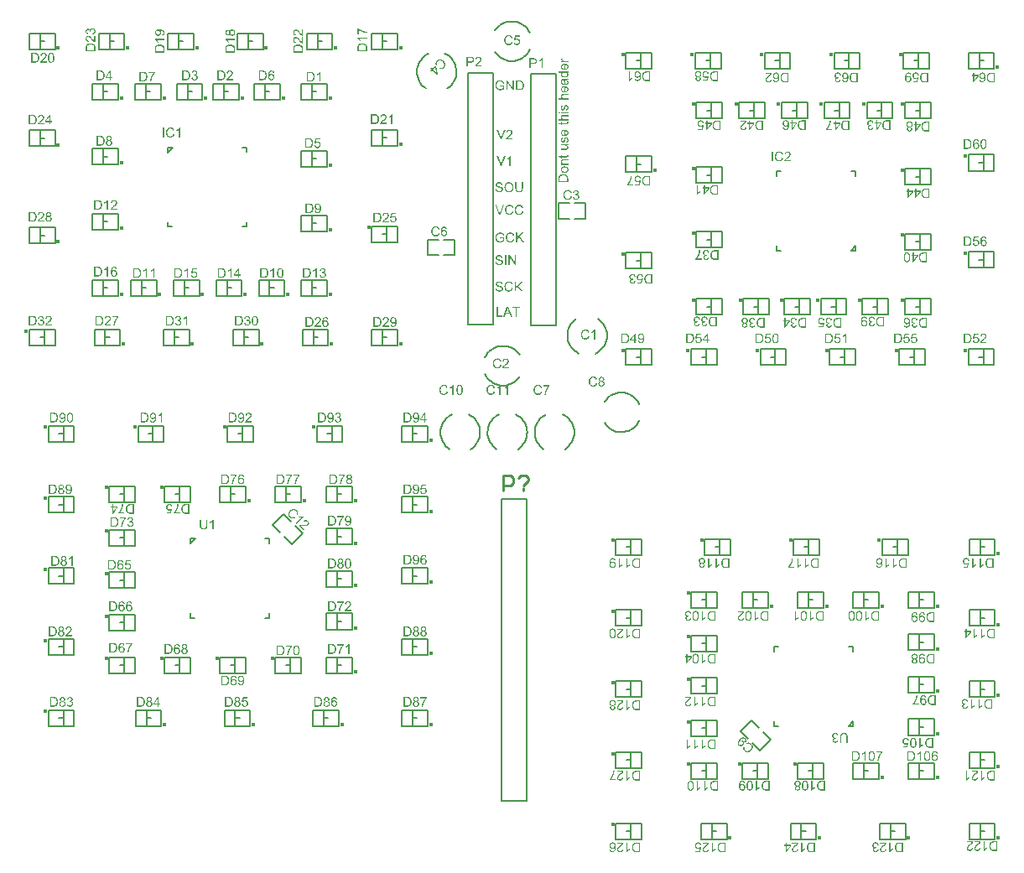
<source format=gto>
G04*
G04 #@! TF.GenerationSoftware,Altium Limited,Altium Designer,19.1.8 (144)*
G04*
G04 Layer_Color=65535*
%FSLAX25Y25*%
%MOIN*%
G70*
G01*
G75*
%ADD10C,0.00787*%
%ADD11C,0.01500*%
%ADD12C,0.00500*%
%ADD13C,0.01000*%
G36*
X190604Y-101032D02*
X190643D01*
X190748Y-101043D01*
X190865Y-101059D01*
X190987Y-101087D01*
X191120Y-101121D01*
X191242Y-101165D01*
X191248D01*
X191259Y-101171D01*
X191276Y-101182D01*
X191298Y-101193D01*
X191353Y-101221D01*
X191425Y-101270D01*
X191509Y-101326D01*
X191592Y-101398D01*
X191670Y-101481D01*
X191742Y-101576D01*
Y-101581D01*
X191747Y-101587D01*
X191758Y-101603D01*
X191770Y-101620D01*
X191797Y-101675D01*
X191831Y-101748D01*
X191869Y-101837D01*
X191897Y-101942D01*
X191925Y-102053D01*
X191936Y-102175D01*
X191448Y-102214D01*
Y-102208D01*
Y-102197D01*
X191442Y-102181D01*
X191436Y-102153D01*
X191420Y-102092D01*
X191398Y-102009D01*
X191364Y-101920D01*
X191314Y-101831D01*
X191253Y-101748D01*
X191176Y-101670D01*
X191165Y-101664D01*
X191137Y-101642D01*
X191081Y-101609D01*
X191009Y-101576D01*
X190915Y-101542D01*
X190804Y-101509D01*
X190665Y-101487D01*
X190510Y-101481D01*
X190432D01*
X190399Y-101487D01*
X190354Y-101492D01*
X190254Y-101504D01*
X190143Y-101526D01*
X190032Y-101553D01*
X189927Y-101598D01*
X189882Y-101626D01*
X189838Y-101653D01*
X189827Y-101659D01*
X189805Y-101681D01*
X189771Y-101720D01*
X189738Y-101764D01*
X189699Y-101825D01*
X189666Y-101892D01*
X189644Y-101970D01*
X189633Y-102058D01*
Y-102070D01*
Y-102092D01*
X189638Y-102131D01*
X189649Y-102175D01*
X189666Y-102231D01*
X189694Y-102286D01*
X189727Y-102341D01*
X189777Y-102397D01*
X189783Y-102403D01*
X189810Y-102419D01*
X189832Y-102436D01*
X189855Y-102447D01*
X189888Y-102464D01*
X189927Y-102486D01*
X189977Y-102503D01*
X190032Y-102525D01*
X190093Y-102547D01*
X190165Y-102575D01*
X190243Y-102597D01*
X190332Y-102625D01*
X190432Y-102647D01*
X190543Y-102674D01*
X190549D01*
X190571Y-102680D01*
X190604Y-102686D01*
X190643Y-102697D01*
X190693Y-102708D01*
X190754Y-102725D01*
X190815Y-102741D01*
X190881Y-102758D01*
X191026Y-102797D01*
X191165Y-102836D01*
X191231Y-102858D01*
X191292Y-102880D01*
X191348Y-102897D01*
X191392Y-102919D01*
X191398D01*
X191409Y-102924D01*
X191425Y-102935D01*
X191448Y-102946D01*
X191509Y-102980D01*
X191581Y-103024D01*
X191664Y-103085D01*
X191747Y-103152D01*
X191825Y-103229D01*
X191892Y-103313D01*
X191897Y-103324D01*
X191919Y-103352D01*
X191941Y-103402D01*
X191975Y-103468D01*
X192002Y-103546D01*
X192030Y-103640D01*
X192047Y-103746D01*
X192052Y-103857D01*
Y-103862D01*
Y-103868D01*
Y-103884D01*
Y-103907D01*
X192041Y-103968D01*
X192030Y-104045D01*
X192008Y-104134D01*
X191980Y-104228D01*
X191936Y-104328D01*
X191875Y-104434D01*
Y-104439D01*
X191869Y-104445D01*
X191842Y-104478D01*
X191803Y-104528D01*
X191747Y-104584D01*
X191675Y-104650D01*
X191586Y-104722D01*
X191486Y-104789D01*
X191370Y-104850D01*
X191364D01*
X191353Y-104856D01*
X191337Y-104861D01*
X191314Y-104872D01*
X191281Y-104883D01*
X191242Y-104900D01*
X191153Y-104922D01*
X191048Y-104950D01*
X190920Y-104978D01*
X190781Y-104994D01*
X190632Y-105000D01*
X190543D01*
X190498Y-104994D01*
X190449D01*
X190393Y-104989D01*
X190326Y-104983D01*
X190188Y-104961D01*
X190043Y-104939D01*
X189899Y-104900D01*
X189760Y-104850D01*
X189755D01*
X189744Y-104845D01*
X189727Y-104833D01*
X189705Y-104822D01*
X189638Y-104789D01*
X189560Y-104739D01*
X189472Y-104673D01*
X189377Y-104595D01*
X189289Y-104500D01*
X189205Y-104395D01*
Y-104390D01*
X189194Y-104378D01*
X189189Y-104362D01*
X189172Y-104340D01*
X189161Y-104312D01*
X189144Y-104279D01*
X189105Y-104195D01*
X189067Y-104090D01*
X189033Y-103973D01*
X189011Y-103840D01*
X189000Y-103701D01*
X189477Y-103657D01*
Y-103662D01*
Y-103668D01*
X189483Y-103685D01*
Y-103707D01*
X189494Y-103757D01*
X189511Y-103829D01*
X189533Y-103901D01*
X189555Y-103984D01*
X189594Y-104062D01*
X189633Y-104134D01*
X189638Y-104140D01*
X189655Y-104162D01*
X189683Y-104201D01*
X189727Y-104240D01*
X189783Y-104290D01*
X189844Y-104340D01*
X189927Y-104390D01*
X190016Y-104434D01*
X190021D01*
X190027Y-104439D01*
X190043Y-104445D01*
X190060Y-104451D01*
X190116Y-104467D01*
X190188Y-104489D01*
X190277Y-104512D01*
X190376Y-104528D01*
X190487Y-104539D01*
X190610Y-104545D01*
X190659D01*
X190715Y-104539D01*
X190781Y-104534D01*
X190859Y-104523D01*
X190948Y-104512D01*
X191037Y-104489D01*
X191120Y-104462D01*
X191131Y-104456D01*
X191159Y-104445D01*
X191198Y-104423D01*
X191248Y-104401D01*
X191298Y-104362D01*
X191353Y-104323D01*
X191409Y-104279D01*
X191453Y-104223D01*
X191459Y-104218D01*
X191470Y-104195D01*
X191486Y-104167D01*
X191509Y-104123D01*
X191531Y-104079D01*
X191548Y-104023D01*
X191559Y-103962D01*
X191564Y-103896D01*
Y-103890D01*
Y-103862D01*
X191559Y-103829D01*
X191553Y-103785D01*
X191536Y-103740D01*
X191520Y-103685D01*
X191492Y-103629D01*
X191453Y-103579D01*
X191448Y-103574D01*
X191431Y-103557D01*
X191409Y-103535D01*
X191370Y-103501D01*
X191325Y-103468D01*
X191264Y-103429D01*
X191192Y-103391D01*
X191109Y-103357D01*
X191103Y-103352D01*
X191076Y-103346D01*
X191031Y-103329D01*
X191004Y-103324D01*
X190965Y-103313D01*
X190926Y-103296D01*
X190876Y-103285D01*
X190820Y-103268D01*
X190754Y-103252D01*
X190687Y-103235D01*
X190610Y-103213D01*
X190521Y-103191D01*
X190426Y-103168D01*
X190421D01*
X190404Y-103163D01*
X190376Y-103157D01*
X190343Y-103146D01*
X190299Y-103135D01*
X190249Y-103124D01*
X190138Y-103091D01*
X190016Y-103052D01*
X189888Y-103013D01*
X189777Y-102974D01*
X189727Y-102952D01*
X189683Y-102930D01*
X189677D01*
X189672Y-102924D01*
X189638Y-102902D01*
X189588Y-102874D01*
X189533Y-102830D01*
X189466Y-102780D01*
X189400Y-102719D01*
X189333Y-102647D01*
X189278Y-102569D01*
X189272Y-102558D01*
X189255Y-102530D01*
X189233Y-102486D01*
X189211Y-102430D01*
X189189Y-102358D01*
X189166Y-102275D01*
X189150Y-102186D01*
X189144Y-102092D01*
Y-102086D01*
Y-102081D01*
Y-102064D01*
Y-102042D01*
X189155Y-101986D01*
X189166Y-101914D01*
X189183Y-101831D01*
X189211Y-101737D01*
X189250Y-101642D01*
X189305Y-101548D01*
Y-101542D01*
X189311Y-101537D01*
X189339Y-101504D01*
X189377Y-101459D01*
X189427Y-101404D01*
X189494Y-101343D01*
X189577Y-101276D01*
X189677Y-101215D01*
X189788Y-101159D01*
X189794D01*
X189805Y-101154D01*
X189821Y-101148D01*
X189844Y-101137D01*
X189871Y-101126D01*
X189910Y-101115D01*
X189994Y-101093D01*
X190099Y-101071D01*
X190221Y-101048D01*
X190349Y-101032D01*
X190493Y-101026D01*
X190565D01*
X190604Y-101032D01*
D02*
G37*
G36*
X194506D02*
X194555Y-101037D01*
X194617Y-101043D01*
X194678Y-101048D01*
X194750Y-101065D01*
X194900Y-101098D01*
X195066Y-101148D01*
X195149Y-101182D01*
X195227Y-101221D01*
X195305Y-101270D01*
X195382Y-101320D01*
X195388Y-101326D01*
X195399Y-101331D01*
X195421Y-101348D01*
X195449Y-101376D01*
X195477Y-101404D01*
X195516Y-101442D01*
X195554Y-101487D01*
X195599Y-101531D01*
X195643Y-101587D01*
X195688Y-101653D01*
X195738Y-101720D01*
X195782Y-101792D01*
X195821Y-101875D01*
X195865Y-101959D01*
X195899Y-102047D01*
X195932Y-102147D01*
X195432Y-102264D01*
Y-102258D01*
X195427Y-102247D01*
X195416Y-102225D01*
X195405Y-102197D01*
X195394Y-102164D01*
X195377Y-102120D01*
X195333Y-102031D01*
X195277Y-101931D01*
X195210Y-101831D01*
X195127Y-101737D01*
X195038Y-101653D01*
X195027Y-101642D01*
X194994Y-101620D01*
X194939Y-101592D01*
X194866Y-101553D01*
X194772Y-101520D01*
X194667Y-101487D01*
X194539Y-101465D01*
X194400Y-101459D01*
X194356D01*
X194328Y-101465D01*
X194289D01*
X194245Y-101470D01*
X194139Y-101487D01*
X194023Y-101509D01*
X193901Y-101548D01*
X193773Y-101603D01*
X193656Y-101675D01*
X193651D01*
X193645Y-101687D01*
X193606Y-101714D01*
X193556Y-101759D01*
X193496Y-101825D01*
X193423Y-101909D01*
X193357Y-102003D01*
X193296Y-102120D01*
X193240Y-102247D01*
Y-102253D01*
X193235Y-102264D01*
X193229Y-102280D01*
X193224Y-102308D01*
X193212Y-102341D01*
X193201Y-102380D01*
X193185Y-102475D01*
X193163Y-102586D01*
X193140Y-102708D01*
X193129Y-102841D01*
X193124Y-102985D01*
Y-102991D01*
Y-103007D01*
Y-103035D01*
Y-103069D01*
X193129Y-103107D01*
Y-103157D01*
X193135Y-103213D01*
X193140Y-103274D01*
X193157Y-103407D01*
X193185Y-103551D01*
X193218Y-103696D01*
X193262Y-103840D01*
Y-103846D01*
X193268Y-103857D01*
X193279Y-103873D01*
X193290Y-103901D01*
X193324Y-103968D01*
X193373Y-104045D01*
X193434Y-104134D01*
X193512Y-104228D01*
X193601Y-104312D01*
X193706Y-104390D01*
X193712D01*
X193723Y-104395D01*
X193740Y-104406D01*
X193762Y-104417D01*
X193790Y-104428D01*
X193823Y-104445D01*
X193901Y-104478D01*
X194000Y-104512D01*
X194112Y-104539D01*
X194234Y-104562D01*
X194361Y-104567D01*
X194400D01*
X194433Y-104562D01*
X194472D01*
X194511Y-104556D01*
X194611Y-104534D01*
X194728Y-104506D01*
X194844Y-104462D01*
X194966Y-104401D01*
X195027Y-104367D01*
X195083Y-104323D01*
X195088Y-104317D01*
X195094Y-104312D01*
X195110Y-104295D01*
X195133Y-104279D01*
X195155Y-104251D01*
X195183Y-104218D01*
X195216Y-104184D01*
X195244Y-104140D01*
X195277Y-104090D01*
X195316Y-104034D01*
X195349Y-103979D01*
X195382Y-103912D01*
X195410Y-103840D01*
X195438Y-103762D01*
X195466Y-103679D01*
X195488Y-103590D01*
X195999Y-103718D01*
Y-103724D01*
X195993Y-103746D01*
X195982Y-103779D01*
X195965Y-103823D01*
X195949Y-103873D01*
X195926Y-103934D01*
X195899Y-104001D01*
X195865Y-104073D01*
X195788Y-104228D01*
X195688Y-104384D01*
X195627Y-104462D01*
X195566Y-104539D01*
X195499Y-104606D01*
X195421Y-104673D01*
X195416Y-104678D01*
X195405Y-104689D01*
X195377Y-104700D01*
X195349Y-104722D01*
X195305Y-104750D01*
X195260Y-104778D01*
X195199Y-104806D01*
X195138Y-104833D01*
X195066Y-104867D01*
X194988Y-104895D01*
X194905Y-104922D01*
X194816Y-104950D01*
X194722Y-104972D01*
X194622Y-104983D01*
X194517Y-104994D01*
X194406Y-105000D01*
X194345D01*
X194300Y-104994D01*
X194250D01*
X194189Y-104989D01*
X194123Y-104978D01*
X194045Y-104967D01*
X193884Y-104939D01*
X193718Y-104895D01*
X193551Y-104833D01*
X193473Y-104795D01*
X193396Y-104750D01*
X193390Y-104745D01*
X193379Y-104739D01*
X193357Y-104722D01*
X193334Y-104700D01*
X193301Y-104678D01*
X193262Y-104645D01*
X193218Y-104606D01*
X193174Y-104562D01*
X193129Y-104512D01*
X193079Y-104462D01*
X192979Y-104334D01*
X192885Y-104184D01*
X192802Y-104018D01*
Y-104012D01*
X192791Y-103996D01*
X192785Y-103968D01*
X192769Y-103934D01*
X192757Y-103890D01*
X192741Y-103834D01*
X192719Y-103773D01*
X192702Y-103707D01*
X192685Y-103635D01*
X192663Y-103551D01*
X192635Y-103379D01*
X192613Y-103185D01*
X192602Y-102985D01*
Y-102980D01*
Y-102958D01*
Y-102924D01*
X192607Y-102885D01*
Y-102830D01*
X192613Y-102775D01*
X192619Y-102702D01*
X192630Y-102630D01*
X192657Y-102469D01*
X192696Y-102292D01*
X192752Y-102114D01*
X192830Y-101942D01*
X192835Y-101936D01*
X192841Y-101920D01*
X192852Y-101898D01*
X192874Y-101870D01*
X192896Y-101831D01*
X192924Y-101786D01*
X192996Y-101687D01*
X193090Y-101576D01*
X193201Y-101465D01*
X193329Y-101354D01*
X193479Y-101259D01*
X193484Y-101254D01*
X193501Y-101248D01*
X193523Y-101237D01*
X193551Y-101221D01*
X193595Y-101204D01*
X193640Y-101187D01*
X193695Y-101165D01*
X193756Y-101143D01*
X193823Y-101121D01*
X193895Y-101098D01*
X194051Y-101065D01*
X194228Y-101037D01*
X194411Y-101026D01*
X194467D01*
X194506Y-101032D01*
D02*
G37*
G36*
X198097Y-102652D02*
X199778Y-104933D01*
X199107D01*
X197741Y-102997D01*
X197114Y-103601D01*
Y-104933D01*
X196604D01*
Y-101093D01*
X197114D01*
Y-103002D01*
X199012Y-101093D01*
X199706D01*
X198097Y-102652D01*
D02*
G37*
G36*
X198841Y-111615D02*
X197575D01*
Y-115000D01*
X197065D01*
Y-111615D01*
X195799D01*
Y-111159D01*
X198841D01*
Y-111615D01*
D02*
G37*
G36*
X195677Y-115000D02*
X195100D01*
X194650Y-113835D01*
X193041D01*
X192625Y-115000D01*
X192086D01*
X193552Y-111159D01*
X194106D01*
X195677Y-115000D01*
D02*
G37*
G36*
X190011Y-114545D02*
X191903D01*
Y-115000D01*
X189500D01*
Y-111159D01*
X190011D01*
Y-114545D01*
D02*
G37*
G36*
X190604Y-61532D02*
X190643D01*
X190748Y-61543D01*
X190865Y-61559D01*
X190987Y-61587D01*
X191120Y-61621D01*
X191242Y-61665D01*
X191248D01*
X191259Y-61671D01*
X191276Y-61682D01*
X191298Y-61693D01*
X191353Y-61721D01*
X191425Y-61770D01*
X191509Y-61826D01*
X191592Y-61898D01*
X191670Y-61981D01*
X191742Y-62076D01*
Y-62081D01*
X191747Y-62087D01*
X191758Y-62103D01*
X191770Y-62120D01*
X191797Y-62176D01*
X191831Y-62248D01*
X191869Y-62336D01*
X191897Y-62442D01*
X191925Y-62553D01*
X191936Y-62675D01*
X191448Y-62714D01*
Y-62708D01*
Y-62697D01*
X191442Y-62681D01*
X191436Y-62653D01*
X191420Y-62592D01*
X191398Y-62509D01*
X191364Y-62420D01*
X191314Y-62331D01*
X191253Y-62248D01*
X191176Y-62170D01*
X191165Y-62164D01*
X191137Y-62142D01*
X191081Y-62109D01*
X191009Y-62076D01*
X190915Y-62042D01*
X190804Y-62009D01*
X190665Y-61987D01*
X190510Y-61981D01*
X190432D01*
X190399Y-61987D01*
X190354Y-61992D01*
X190254Y-62003D01*
X190143Y-62026D01*
X190032Y-62053D01*
X189927Y-62098D01*
X189882Y-62126D01*
X189838Y-62153D01*
X189827Y-62159D01*
X189805Y-62181D01*
X189771Y-62220D01*
X189738Y-62264D01*
X189699Y-62325D01*
X189666Y-62392D01*
X189644Y-62470D01*
X189633Y-62559D01*
Y-62570D01*
Y-62592D01*
X189638Y-62631D01*
X189649Y-62675D01*
X189666Y-62731D01*
X189694Y-62786D01*
X189727Y-62841D01*
X189777Y-62897D01*
X189783Y-62903D01*
X189810Y-62919D01*
X189832Y-62936D01*
X189855Y-62947D01*
X189888Y-62964D01*
X189927Y-62986D01*
X189977Y-63003D01*
X190032Y-63025D01*
X190093Y-63047D01*
X190165Y-63075D01*
X190243Y-63097D01*
X190332Y-63125D01*
X190432Y-63147D01*
X190543Y-63174D01*
X190549D01*
X190571Y-63180D01*
X190604Y-63186D01*
X190643Y-63197D01*
X190693Y-63208D01*
X190754Y-63225D01*
X190815Y-63241D01*
X190881Y-63258D01*
X191026Y-63297D01*
X191165Y-63336D01*
X191231Y-63358D01*
X191292Y-63380D01*
X191348Y-63397D01*
X191392Y-63419D01*
X191398D01*
X191409Y-63424D01*
X191425Y-63435D01*
X191448Y-63446D01*
X191509Y-63480D01*
X191581Y-63524D01*
X191664Y-63585D01*
X191747Y-63652D01*
X191825Y-63730D01*
X191892Y-63813D01*
X191897Y-63824D01*
X191919Y-63852D01*
X191941Y-63902D01*
X191975Y-63968D01*
X192002Y-64046D01*
X192030Y-64140D01*
X192047Y-64246D01*
X192052Y-64357D01*
Y-64362D01*
Y-64368D01*
Y-64385D01*
Y-64407D01*
X192041Y-64468D01*
X192030Y-64545D01*
X192008Y-64634D01*
X191980Y-64728D01*
X191936Y-64828D01*
X191875Y-64934D01*
Y-64939D01*
X191869Y-64945D01*
X191842Y-64978D01*
X191803Y-65028D01*
X191747Y-65084D01*
X191675Y-65150D01*
X191586Y-65223D01*
X191486Y-65289D01*
X191370Y-65350D01*
X191364D01*
X191353Y-65356D01*
X191337Y-65361D01*
X191314Y-65372D01*
X191281Y-65383D01*
X191242Y-65400D01*
X191153Y-65422D01*
X191048Y-65450D01*
X190920Y-65478D01*
X190781Y-65494D01*
X190632Y-65500D01*
X190543D01*
X190498Y-65494D01*
X190449D01*
X190393Y-65489D01*
X190326Y-65483D01*
X190188Y-65461D01*
X190043Y-65439D01*
X189899Y-65400D01*
X189760Y-65350D01*
X189755D01*
X189744Y-65345D01*
X189727Y-65333D01*
X189705Y-65322D01*
X189638Y-65289D01*
X189560Y-65239D01*
X189472Y-65173D01*
X189377Y-65095D01*
X189289Y-65000D01*
X189205Y-64895D01*
Y-64890D01*
X189194Y-64878D01*
X189189Y-64862D01*
X189172Y-64840D01*
X189161Y-64812D01*
X189144Y-64779D01*
X189105Y-64695D01*
X189067Y-64590D01*
X189033Y-64473D01*
X189011Y-64340D01*
X189000Y-64201D01*
X189477Y-64157D01*
Y-64162D01*
Y-64168D01*
X189483Y-64185D01*
Y-64207D01*
X189494Y-64257D01*
X189511Y-64329D01*
X189533Y-64401D01*
X189555Y-64484D01*
X189594Y-64562D01*
X189633Y-64634D01*
X189638Y-64640D01*
X189655Y-64662D01*
X189683Y-64701D01*
X189727Y-64740D01*
X189783Y-64790D01*
X189844Y-64840D01*
X189927Y-64890D01*
X190016Y-64934D01*
X190021D01*
X190027Y-64939D01*
X190043Y-64945D01*
X190060Y-64951D01*
X190116Y-64967D01*
X190188Y-64989D01*
X190277Y-65012D01*
X190376Y-65028D01*
X190487Y-65039D01*
X190610Y-65045D01*
X190659D01*
X190715Y-65039D01*
X190781Y-65034D01*
X190859Y-65023D01*
X190948Y-65012D01*
X191037Y-64989D01*
X191120Y-64962D01*
X191131Y-64956D01*
X191159Y-64945D01*
X191198Y-64923D01*
X191248Y-64901D01*
X191298Y-64862D01*
X191353Y-64823D01*
X191409Y-64779D01*
X191453Y-64723D01*
X191459Y-64717D01*
X191470Y-64695D01*
X191486Y-64667D01*
X191509Y-64623D01*
X191531Y-64579D01*
X191548Y-64523D01*
X191559Y-64462D01*
X191564Y-64396D01*
Y-64390D01*
Y-64362D01*
X191559Y-64329D01*
X191553Y-64285D01*
X191536Y-64240D01*
X191520Y-64185D01*
X191492Y-64129D01*
X191453Y-64079D01*
X191448Y-64074D01*
X191431Y-64057D01*
X191409Y-64035D01*
X191370Y-64002D01*
X191325Y-63968D01*
X191264Y-63929D01*
X191192Y-63890D01*
X191109Y-63857D01*
X191103Y-63852D01*
X191076Y-63846D01*
X191031Y-63829D01*
X191004Y-63824D01*
X190965Y-63813D01*
X190926Y-63796D01*
X190876Y-63785D01*
X190820Y-63768D01*
X190754Y-63752D01*
X190687Y-63735D01*
X190610Y-63713D01*
X190521Y-63691D01*
X190426Y-63669D01*
X190421D01*
X190404Y-63663D01*
X190376Y-63657D01*
X190343Y-63646D01*
X190299Y-63635D01*
X190249Y-63624D01*
X190138Y-63591D01*
X190016Y-63552D01*
X189888Y-63513D01*
X189777Y-63474D01*
X189727Y-63452D01*
X189683Y-63430D01*
X189677D01*
X189672Y-63424D01*
X189638Y-63402D01*
X189588Y-63374D01*
X189533Y-63330D01*
X189466Y-63280D01*
X189400Y-63219D01*
X189333Y-63147D01*
X189278Y-63069D01*
X189272Y-63058D01*
X189255Y-63030D01*
X189233Y-62986D01*
X189211Y-62930D01*
X189189Y-62858D01*
X189166Y-62775D01*
X189150Y-62686D01*
X189144Y-62592D01*
Y-62586D01*
Y-62581D01*
Y-62564D01*
Y-62542D01*
X189155Y-62486D01*
X189166Y-62414D01*
X189183Y-62331D01*
X189211Y-62237D01*
X189250Y-62142D01*
X189305Y-62048D01*
Y-62042D01*
X189311Y-62037D01*
X189339Y-62003D01*
X189377Y-61959D01*
X189427Y-61904D01*
X189494Y-61843D01*
X189577Y-61776D01*
X189677Y-61715D01*
X189788Y-61659D01*
X189794D01*
X189805Y-61654D01*
X189821Y-61648D01*
X189844Y-61637D01*
X189871Y-61626D01*
X189910Y-61615D01*
X189994Y-61593D01*
X190099Y-61571D01*
X190221Y-61548D01*
X190349Y-61532D01*
X190493Y-61526D01*
X190565D01*
X190604Y-61532D01*
D02*
G37*
G36*
X199950Y-63813D02*
Y-63818D01*
Y-63841D01*
Y-63868D01*
Y-63907D01*
X199945Y-63957D01*
Y-64013D01*
X199939Y-64079D01*
X199934Y-64146D01*
X199917Y-64296D01*
X199895Y-64451D01*
X199861Y-64601D01*
X199839Y-64673D01*
X199817Y-64740D01*
Y-64745D01*
X199811Y-64756D01*
X199800Y-64773D01*
X199789Y-64795D01*
X199756Y-64856D01*
X199706Y-64934D01*
X199639Y-65023D01*
X199562Y-65112D01*
X199462Y-65206D01*
X199340Y-65289D01*
X199334D01*
X199323Y-65300D01*
X199306Y-65306D01*
X199279Y-65322D01*
X199245Y-65339D01*
X199201Y-65356D01*
X199156Y-65372D01*
X199101Y-65395D01*
X199040Y-65417D01*
X198973Y-65433D01*
X198901Y-65450D01*
X198818Y-65467D01*
X198735Y-65478D01*
X198646Y-65489D01*
X198446Y-65500D01*
X198396D01*
X198357Y-65494D01*
X198313D01*
X198257Y-65489D01*
X198196Y-65483D01*
X198135Y-65478D01*
X197997Y-65456D01*
X197847Y-65422D01*
X197702Y-65378D01*
X197564Y-65317D01*
X197558D01*
X197547Y-65306D01*
X197530Y-65295D01*
X197508Y-65284D01*
X197447Y-65239D01*
X197375Y-65178D01*
X197292Y-65100D01*
X197214Y-65012D01*
X197136Y-64901D01*
X197075Y-64779D01*
Y-64773D01*
X197070Y-64762D01*
X197064Y-64740D01*
X197053Y-64712D01*
X197042Y-64679D01*
X197031Y-64634D01*
X197014Y-64584D01*
X197003Y-64523D01*
X196992Y-64457D01*
X196975Y-64385D01*
X196964Y-64307D01*
X196953Y-64223D01*
X196942Y-64129D01*
X196937Y-64029D01*
X196931Y-63924D01*
Y-63813D01*
Y-61593D01*
X197442D01*
Y-63813D01*
Y-63818D01*
Y-63835D01*
Y-63863D01*
Y-63896D01*
X197447Y-63935D01*
Y-63985D01*
X197453Y-64090D01*
X197464Y-64212D01*
X197480Y-64334D01*
X197503Y-64451D01*
X197514Y-64501D01*
X197530Y-64551D01*
X197536Y-64562D01*
X197547Y-64590D01*
X197575Y-64629D01*
X197608Y-64684D01*
X197647Y-64740D01*
X197702Y-64801D01*
X197769Y-64862D01*
X197847Y-64912D01*
X197858Y-64917D01*
X197886Y-64934D01*
X197935Y-64951D01*
X198002Y-64973D01*
X198080Y-65000D01*
X198180Y-65017D01*
X198285Y-65034D01*
X198402Y-65039D01*
X198457D01*
X198491Y-65034D01*
X198540D01*
X198590Y-65028D01*
X198713Y-65006D01*
X198846Y-64978D01*
X198973Y-64934D01*
X199095Y-64873D01*
X199151Y-64834D01*
X199201Y-64790D01*
X199206Y-64784D01*
X199212Y-64779D01*
X199223Y-64762D01*
X199240Y-64740D01*
X199256Y-64706D01*
X199279Y-64673D01*
X199301Y-64623D01*
X199323Y-64573D01*
X199345Y-64512D01*
X199362Y-64440D01*
X199384Y-64357D01*
X199401Y-64268D01*
X199417Y-64168D01*
X199428Y-64062D01*
X199440Y-63940D01*
Y-63813D01*
Y-61593D01*
X199950D01*
Y-63813D01*
D02*
G37*
G36*
X194522Y-61532D02*
X194572D01*
X194622Y-61537D01*
X194689Y-61548D01*
X194755Y-61559D01*
X194900Y-61587D01*
X195066Y-61632D01*
X195227Y-61698D01*
X195310Y-61737D01*
X195394Y-61782D01*
X195399Y-61787D01*
X195410Y-61793D01*
X195432Y-61809D01*
X195466Y-61826D01*
X195499Y-61854D01*
X195544Y-61887D01*
X195638Y-61965D01*
X195738Y-62064D01*
X195849Y-62187D01*
X195954Y-62331D01*
X196043Y-62492D01*
Y-62498D01*
X196054Y-62514D01*
X196065Y-62536D01*
X196076Y-62570D01*
X196098Y-62614D01*
X196115Y-62664D01*
X196137Y-62725D01*
X196160Y-62792D01*
X196176Y-62864D01*
X196198Y-62941D01*
X196221Y-63030D01*
X196237Y-63119D01*
X196259Y-63313D01*
X196271Y-63524D01*
Y-63530D01*
Y-63552D01*
Y-63580D01*
X196265Y-63624D01*
Y-63674D01*
X196259Y-63735D01*
X196248Y-63802D01*
X196243Y-63874D01*
X196215Y-64035D01*
X196171Y-64212D01*
X196109Y-64390D01*
X196076Y-64479D01*
X196032Y-64568D01*
Y-64573D01*
X196021Y-64590D01*
X196010Y-64612D01*
X195987Y-64645D01*
X195965Y-64684D01*
X195938Y-64723D01*
X195860Y-64828D01*
X195765Y-64939D01*
X195654Y-65056D01*
X195521Y-65167D01*
X195366Y-65267D01*
X195360D01*
X195349Y-65278D01*
X195322Y-65289D01*
X195288Y-65306D01*
X195249Y-65322D01*
X195205Y-65339D01*
X195149Y-65361D01*
X195088Y-65383D01*
X195022Y-65406D01*
X194950Y-65428D01*
X194789Y-65461D01*
X194617Y-65489D01*
X194433Y-65500D01*
X194378D01*
X194345Y-65494D01*
X194295D01*
X194239Y-65483D01*
X194178Y-65478D01*
X194106Y-65467D01*
X193956Y-65433D01*
X193795Y-65389D01*
X193629Y-65322D01*
X193545Y-65284D01*
X193462Y-65239D01*
X193457Y-65234D01*
X193446Y-65228D01*
X193423Y-65211D01*
X193390Y-65189D01*
X193357Y-65167D01*
X193318Y-65134D01*
X193224Y-65051D01*
X193118Y-64951D01*
X193007Y-64828D01*
X192907Y-64690D01*
X192813Y-64529D01*
Y-64523D01*
X192802Y-64507D01*
X192791Y-64484D01*
X192780Y-64451D01*
X192763Y-64407D01*
X192746Y-64357D01*
X192724Y-64301D01*
X192707Y-64240D01*
X192685Y-64168D01*
X192663Y-64096D01*
X192630Y-63929D01*
X192607Y-63757D01*
X192596Y-63569D01*
Y-63563D01*
Y-63557D01*
Y-63524D01*
X192602Y-63474D01*
Y-63408D01*
X192613Y-63330D01*
X192624Y-63236D01*
X192641Y-63130D01*
X192663Y-63019D01*
X192685Y-62903D01*
X192719Y-62780D01*
X192763Y-62658D01*
X192813Y-62531D01*
X192868Y-62409D01*
X192940Y-62287D01*
X193018Y-62176D01*
X193107Y-62070D01*
X193113Y-62064D01*
X193129Y-62048D01*
X193163Y-62020D01*
X193201Y-61987D01*
X193251Y-61942D01*
X193312Y-61898D01*
X193385Y-61848D01*
X193468Y-61798D01*
X193556Y-61748D01*
X193656Y-61698D01*
X193767Y-61654D01*
X193884Y-61610D01*
X194012Y-61576D01*
X194145Y-61548D01*
X194284Y-61532D01*
X194433Y-61526D01*
X194483D01*
X194522Y-61532D01*
D02*
G37*
G36*
X191520Y-44500D02*
X190987D01*
X189500Y-40659D01*
X190055D01*
X191054Y-43451D01*
Y-43457D01*
X191060Y-43468D01*
X191065Y-43484D01*
X191076Y-43507D01*
X191082Y-43540D01*
X191093Y-43573D01*
X191121Y-43656D01*
X191154Y-43751D01*
X191187Y-43856D01*
X191254Y-44078D01*
Y-44073D01*
X191259Y-44061D01*
X191265Y-44045D01*
X191270Y-44023D01*
X191287Y-43962D01*
X191315Y-43878D01*
X191343Y-43784D01*
X191376Y-43679D01*
X191415Y-43568D01*
X191459Y-43451D01*
X192502Y-40659D01*
X193019D01*
X191520Y-44500D01*
D02*
G37*
G36*
X194650Y-40648D02*
X194695Y-40654D01*
X194750Y-40659D01*
X194811Y-40670D01*
X194872Y-40682D01*
X195017Y-40720D01*
X195161Y-40776D01*
X195233Y-40809D01*
X195305Y-40848D01*
X195372Y-40898D01*
X195433Y-40954D01*
X195439Y-40959D01*
X195450Y-40965D01*
X195461Y-40987D01*
X195483Y-41009D01*
X195511Y-41037D01*
X195538Y-41076D01*
X195566Y-41115D01*
X195599Y-41164D01*
X195655Y-41270D01*
X195710Y-41403D01*
X195733Y-41470D01*
X195744Y-41547D01*
X195755Y-41625D01*
X195760Y-41708D01*
Y-41719D01*
Y-41747D01*
X195755Y-41792D01*
X195749Y-41853D01*
X195738Y-41919D01*
X195716Y-41997D01*
X195694Y-42080D01*
X195660Y-42164D01*
X195655Y-42175D01*
X195644Y-42202D01*
X195622Y-42247D01*
X195588Y-42308D01*
X195544Y-42374D01*
X195488Y-42458D01*
X195422Y-42541D01*
X195344Y-42635D01*
X195333Y-42646D01*
X195305Y-42680D01*
X195278Y-42707D01*
X195250Y-42735D01*
X195217Y-42768D01*
X195172Y-42813D01*
X195128Y-42857D01*
X195072Y-42907D01*
X195017Y-42963D01*
X194950Y-43024D01*
X194878Y-43085D01*
X194800Y-43157D01*
X194711Y-43229D01*
X194623Y-43307D01*
X194617Y-43312D01*
X194606Y-43323D01*
X194584Y-43340D01*
X194556Y-43362D01*
X194523Y-43396D01*
X194484Y-43429D01*
X194395Y-43501D01*
X194301Y-43584D01*
X194212Y-43668D01*
X194134Y-43740D01*
X194101Y-43767D01*
X194073Y-43795D01*
X194068Y-43801D01*
X194051Y-43817D01*
X194029Y-43840D01*
X194001Y-43873D01*
X193973Y-43912D01*
X193940Y-43951D01*
X193873Y-44045D01*
X195766D01*
Y-44500D01*
X193219D01*
Y-44495D01*
Y-44472D01*
Y-44439D01*
X193224Y-44394D01*
X193230Y-44345D01*
X193241Y-44289D01*
X193252Y-44234D01*
X193274Y-44173D01*
Y-44167D01*
X193280Y-44161D01*
X193291Y-44128D01*
X193313Y-44078D01*
X193346Y-44012D01*
X193391Y-43934D01*
X193446Y-43845D01*
X193507Y-43756D01*
X193585Y-43662D01*
Y-43656D01*
X193596Y-43651D01*
X193624Y-43617D01*
X193674Y-43568D01*
X193746Y-43495D01*
X193829Y-43412D01*
X193934Y-43312D01*
X194062Y-43201D01*
X194201Y-43085D01*
X194206Y-43079D01*
X194229Y-43062D01*
X194262Y-43035D01*
X194301Y-43001D01*
X194351Y-42957D01*
X194412Y-42907D01*
X194473Y-42852D01*
X194545Y-42791D01*
X194684Y-42657D01*
X194823Y-42524D01*
X194889Y-42458D01*
X194950Y-42391D01*
X195006Y-42330D01*
X195050Y-42269D01*
Y-42263D01*
X195061Y-42258D01*
X195072Y-42241D01*
X195083Y-42219D01*
X195122Y-42158D01*
X195167Y-42086D01*
X195205Y-41997D01*
X195244Y-41903D01*
X195266Y-41797D01*
X195278Y-41697D01*
Y-41692D01*
Y-41686D01*
X195272Y-41653D01*
X195266Y-41597D01*
X195250Y-41536D01*
X195228Y-41459D01*
X195189Y-41381D01*
X195139Y-41303D01*
X195072Y-41225D01*
X195061Y-41214D01*
X195033Y-41192D01*
X194994Y-41164D01*
X194933Y-41126D01*
X194856Y-41092D01*
X194767Y-41059D01*
X194661Y-41037D01*
X194545Y-41031D01*
X194512D01*
X194490Y-41037D01*
X194423Y-41042D01*
X194345Y-41059D01*
X194262Y-41081D01*
X194168Y-41120D01*
X194079Y-41170D01*
X193995Y-41237D01*
X193984Y-41248D01*
X193962Y-41276D01*
X193929Y-41320D01*
X193896Y-41387D01*
X193857Y-41464D01*
X193824Y-41564D01*
X193801Y-41675D01*
X193790Y-41803D01*
X193307Y-41753D01*
Y-41747D01*
X193313Y-41730D01*
Y-41703D01*
X193318Y-41664D01*
X193330Y-41620D01*
X193341Y-41570D01*
X193357Y-41509D01*
X193374Y-41447D01*
X193418Y-41314D01*
X193485Y-41181D01*
X193524Y-41115D01*
X193574Y-41048D01*
X193624Y-40987D01*
X193679Y-40931D01*
X193685Y-40926D01*
X193696Y-40920D01*
X193712Y-40904D01*
X193740Y-40887D01*
X193773Y-40865D01*
X193812Y-40843D01*
X193857Y-40815D01*
X193912Y-40787D01*
X193973Y-40759D01*
X194040Y-40731D01*
X194112Y-40709D01*
X194190Y-40687D01*
X194273Y-40670D01*
X194362Y-40654D01*
X194456Y-40648D01*
X194556Y-40643D01*
X194612D01*
X194650Y-40648D01*
D02*
G37*
G36*
X198607Y-70532D02*
X198657Y-70537D01*
X198718Y-70543D01*
X198779Y-70548D01*
X198851Y-70565D01*
X199001Y-70598D01*
X199168Y-70648D01*
X199251Y-70682D01*
X199328Y-70720D01*
X199406Y-70770D01*
X199484Y-70820D01*
X199489Y-70826D01*
X199501Y-70831D01*
X199523Y-70848D01*
X199550Y-70876D01*
X199578Y-70904D01*
X199617Y-70942D01*
X199656Y-70987D01*
X199700Y-71031D01*
X199745Y-71087D01*
X199789Y-71153D01*
X199839Y-71220D01*
X199883Y-71292D01*
X199922Y-71375D01*
X199967Y-71459D01*
X200000Y-71547D01*
X200033Y-71647D01*
X199534Y-71764D01*
Y-71758D01*
X199528Y-71747D01*
X199517Y-71725D01*
X199506Y-71697D01*
X199495Y-71664D01*
X199478Y-71620D01*
X199434Y-71531D01*
X199379Y-71431D01*
X199312Y-71331D01*
X199229Y-71237D01*
X199140Y-71153D01*
X199129Y-71142D01*
X199095Y-71120D01*
X199040Y-71092D01*
X198968Y-71053D01*
X198873Y-71020D01*
X198768Y-70987D01*
X198640Y-70965D01*
X198502Y-70959D01*
X198457D01*
X198429Y-70965D01*
X198391D01*
X198346Y-70970D01*
X198241Y-70987D01*
X198124Y-71009D01*
X198002Y-71048D01*
X197874Y-71103D01*
X197758Y-71175D01*
X197752D01*
X197747Y-71187D01*
X197708Y-71214D01*
X197658Y-71259D01*
X197597Y-71325D01*
X197525Y-71409D01*
X197458Y-71503D01*
X197397Y-71620D01*
X197342Y-71747D01*
Y-71753D01*
X197336Y-71764D01*
X197330Y-71781D01*
X197325Y-71808D01*
X197314Y-71842D01*
X197303Y-71880D01*
X197286Y-71975D01*
X197264Y-72086D01*
X197242Y-72208D01*
X197231Y-72341D01*
X197225Y-72485D01*
Y-72491D01*
Y-72508D01*
Y-72535D01*
Y-72569D01*
X197231Y-72607D01*
Y-72657D01*
X197236Y-72713D01*
X197242Y-72774D01*
X197258Y-72907D01*
X197286Y-73051D01*
X197319Y-73196D01*
X197364Y-73340D01*
Y-73346D01*
X197369Y-73357D01*
X197380Y-73373D01*
X197392Y-73401D01*
X197425Y-73468D01*
X197475Y-73545D01*
X197536Y-73634D01*
X197614Y-73729D01*
X197702Y-73812D01*
X197808Y-73889D01*
X197813D01*
X197825Y-73895D01*
X197841Y-73906D01*
X197863Y-73917D01*
X197891Y-73928D01*
X197924Y-73945D01*
X198002Y-73978D01*
X198102Y-74012D01*
X198213Y-74039D01*
X198335Y-74062D01*
X198463Y-74067D01*
X198502D01*
X198535Y-74062D01*
X198574D01*
X198613Y-74056D01*
X198713Y-74034D01*
X198829Y-74006D01*
X198946Y-73962D01*
X199068Y-73901D01*
X199129Y-73867D01*
X199184Y-73823D01*
X199190Y-73817D01*
X199195Y-73812D01*
X199212Y-73795D01*
X199234Y-73778D01*
X199256Y-73751D01*
X199284Y-73717D01*
X199318Y-73684D01*
X199345Y-73640D01*
X199379Y-73590D01*
X199417Y-73534D01*
X199451Y-73479D01*
X199484Y-73412D01*
X199512Y-73340D01*
X199539Y-73262D01*
X199567Y-73179D01*
X199589Y-73090D01*
X200100Y-73218D01*
Y-73224D01*
X200095Y-73246D01*
X200083Y-73279D01*
X200067Y-73323D01*
X200050Y-73373D01*
X200028Y-73434D01*
X200000Y-73501D01*
X199967Y-73573D01*
X199889Y-73729D01*
X199789Y-73884D01*
X199728Y-73962D01*
X199667Y-74039D01*
X199601Y-74106D01*
X199523Y-74173D01*
X199517Y-74178D01*
X199506Y-74189D01*
X199478Y-74200D01*
X199451Y-74222D01*
X199406Y-74250D01*
X199362Y-74278D01*
X199301Y-74306D01*
X199240Y-74334D01*
X199168Y-74367D01*
X199090Y-74395D01*
X199007Y-74422D01*
X198918Y-74450D01*
X198823Y-74472D01*
X198724Y-74483D01*
X198618Y-74494D01*
X198507Y-74500D01*
X198446D01*
X198402Y-74494D01*
X198352D01*
X198291Y-74489D01*
X198224Y-74478D01*
X198146Y-74467D01*
X197985Y-74439D01*
X197819Y-74395D01*
X197652Y-74334D01*
X197575Y-74295D01*
X197497Y-74250D01*
X197492Y-74245D01*
X197480Y-74239D01*
X197458Y-74222D01*
X197436Y-74200D01*
X197403Y-74178D01*
X197364Y-74145D01*
X197319Y-74106D01*
X197275Y-74062D01*
X197231Y-74012D01*
X197181Y-73962D01*
X197081Y-73834D01*
X196986Y-73684D01*
X196903Y-73518D01*
Y-73512D01*
X196892Y-73496D01*
X196887Y-73468D01*
X196870Y-73434D01*
X196859Y-73390D01*
X196842Y-73334D01*
X196820Y-73273D01*
X196803Y-73207D01*
X196787Y-73135D01*
X196765Y-73051D01*
X196737Y-72879D01*
X196714Y-72685D01*
X196703Y-72485D01*
Y-72480D01*
Y-72458D01*
Y-72424D01*
X196709Y-72386D01*
Y-72330D01*
X196714Y-72275D01*
X196720Y-72202D01*
X196731Y-72130D01*
X196759Y-71969D01*
X196798Y-71792D01*
X196853Y-71614D01*
X196931Y-71442D01*
X196937Y-71436D01*
X196942Y-71420D01*
X196953Y-71398D01*
X196975Y-71370D01*
X196998Y-71331D01*
X197025Y-71286D01*
X197098Y-71187D01*
X197192Y-71076D01*
X197303Y-70965D01*
X197430Y-70854D01*
X197580Y-70759D01*
X197586Y-70754D01*
X197602Y-70748D01*
X197625Y-70737D01*
X197652Y-70720D01*
X197697Y-70704D01*
X197741Y-70687D01*
X197797Y-70665D01*
X197858Y-70643D01*
X197924Y-70621D01*
X197997Y-70598D01*
X198152Y-70565D01*
X198329Y-70537D01*
X198513Y-70526D01*
X198568D01*
X198607Y-70532D01*
D02*
G37*
G36*
X194733D02*
X194783Y-70537D01*
X194844Y-70543D01*
X194905Y-70548D01*
X194977Y-70565D01*
X195127Y-70598D01*
X195294Y-70648D01*
X195377Y-70682D01*
X195455Y-70720D01*
X195532Y-70770D01*
X195610Y-70820D01*
X195616Y-70826D01*
X195627Y-70831D01*
X195649Y-70848D01*
X195677Y-70876D01*
X195704Y-70904D01*
X195743Y-70942D01*
X195782Y-70987D01*
X195826Y-71031D01*
X195871Y-71087D01*
X195915Y-71153D01*
X195965Y-71220D01*
X196010Y-71292D01*
X196048Y-71375D01*
X196093Y-71459D01*
X196126Y-71547D01*
X196160Y-71647D01*
X195660Y-71764D01*
Y-71758D01*
X195654Y-71747D01*
X195643Y-71725D01*
X195632Y-71697D01*
X195621Y-71664D01*
X195605Y-71620D01*
X195560Y-71531D01*
X195505Y-71431D01*
X195438Y-71331D01*
X195355Y-71237D01*
X195266Y-71153D01*
X195255Y-71142D01*
X195222Y-71120D01*
X195166Y-71092D01*
X195094Y-71053D01*
X195000Y-71020D01*
X194894Y-70987D01*
X194766Y-70965D01*
X194628Y-70959D01*
X194583D01*
X194555Y-70965D01*
X194517D01*
X194472Y-70970D01*
X194367Y-70987D01*
X194250Y-71009D01*
X194128Y-71048D01*
X194000Y-71103D01*
X193884Y-71175D01*
X193878D01*
X193873Y-71187D01*
X193834Y-71214D01*
X193784Y-71259D01*
X193723Y-71325D01*
X193651Y-71409D01*
X193584Y-71503D01*
X193523Y-71620D01*
X193468Y-71747D01*
Y-71753D01*
X193462Y-71764D01*
X193457Y-71781D01*
X193451Y-71808D01*
X193440Y-71842D01*
X193429Y-71880D01*
X193412Y-71975D01*
X193390Y-72086D01*
X193368Y-72208D01*
X193357Y-72341D01*
X193351Y-72485D01*
Y-72491D01*
Y-72508D01*
Y-72535D01*
Y-72569D01*
X193357Y-72607D01*
Y-72657D01*
X193362Y-72713D01*
X193368Y-72774D01*
X193385Y-72907D01*
X193412Y-73051D01*
X193446Y-73196D01*
X193490Y-73340D01*
Y-73346D01*
X193496Y-73357D01*
X193507Y-73373D01*
X193518Y-73401D01*
X193551Y-73468D01*
X193601Y-73545D01*
X193662Y-73634D01*
X193740Y-73729D01*
X193828Y-73812D01*
X193934Y-73889D01*
X193939D01*
X193951Y-73895D01*
X193967Y-73906D01*
X193990Y-73917D01*
X194017Y-73928D01*
X194051Y-73945D01*
X194128Y-73978D01*
X194228Y-74012D01*
X194339Y-74039D01*
X194461Y-74062D01*
X194589Y-74067D01*
X194628D01*
X194661Y-74062D01*
X194700D01*
X194739Y-74056D01*
X194839Y-74034D01*
X194955Y-74006D01*
X195072Y-73962D01*
X195194Y-73901D01*
X195255Y-73867D01*
X195310Y-73823D01*
X195316Y-73817D01*
X195322Y-73812D01*
X195338Y-73795D01*
X195360Y-73778D01*
X195382Y-73751D01*
X195410Y-73717D01*
X195444Y-73684D01*
X195471Y-73640D01*
X195505Y-73590D01*
X195544Y-73534D01*
X195577Y-73479D01*
X195610Y-73412D01*
X195638Y-73340D01*
X195666Y-73262D01*
X195693Y-73179D01*
X195715Y-73090D01*
X196226Y-73218D01*
Y-73224D01*
X196221Y-73246D01*
X196209Y-73279D01*
X196193Y-73323D01*
X196176Y-73373D01*
X196154Y-73434D01*
X196126Y-73501D01*
X196093Y-73573D01*
X196015Y-73729D01*
X195915Y-73884D01*
X195854Y-73962D01*
X195793Y-74039D01*
X195727Y-74106D01*
X195649Y-74173D01*
X195643Y-74178D01*
X195632Y-74189D01*
X195605Y-74200D01*
X195577Y-74222D01*
X195532Y-74250D01*
X195488Y-74278D01*
X195427Y-74306D01*
X195366Y-74334D01*
X195294Y-74367D01*
X195216Y-74395D01*
X195133Y-74422D01*
X195044Y-74450D01*
X194950Y-74472D01*
X194850Y-74483D01*
X194744Y-74494D01*
X194633Y-74500D01*
X194572D01*
X194528Y-74494D01*
X194478D01*
X194417Y-74489D01*
X194350Y-74478D01*
X194272Y-74467D01*
X194112Y-74439D01*
X193945Y-74395D01*
X193779Y-74334D01*
X193701Y-74295D01*
X193623Y-74250D01*
X193618Y-74245D01*
X193606Y-74239D01*
X193584Y-74222D01*
X193562Y-74200D01*
X193529Y-74178D01*
X193490Y-74145D01*
X193446Y-74106D01*
X193401Y-74062D01*
X193357Y-74012D01*
X193307Y-73962D01*
X193207Y-73834D01*
X193113Y-73684D01*
X193029Y-73518D01*
Y-73512D01*
X193018Y-73496D01*
X193013Y-73468D01*
X192996Y-73434D01*
X192985Y-73390D01*
X192968Y-73334D01*
X192946Y-73273D01*
X192929Y-73207D01*
X192913Y-73135D01*
X192891Y-73051D01*
X192863Y-72879D01*
X192841Y-72685D01*
X192830Y-72485D01*
Y-72480D01*
Y-72458D01*
Y-72424D01*
X192835Y-72386D01*
Y-72330D01*
X192841Y-72275D01*
X192846Y-72202D01*
X192857Y-72130D01*
X192885Y-71969D01*
X192924Y-71792D01*
X192979Y-71614D01*
X193057Y-71442D01*
X193063Y-71436D01*
X193068Y-71420D01*
X193079Y-71398D01*
X193101Y-71370D01*
X193124Y-71331D01*
X193151Y-71286D01*
X193224Y-71187D01*
X193318Y-71076D01*
X193429Y-70965D01*
X193556Y-70854D01*
X193706Y-70759D01*
X193712Y-70754D01*
X193729Y-70748D01*
X193751Y-70737D01*
X193779Y-70720D01*
X193823Y-70704D01*
X193867Y-70687D01*
X193923Y-70665D01*
X193984Y-70643D01*
X194051Y-70621D01*
X194123Y-70598D01*
X194278Y-70565D01*
X194456Y-70537D01*
X194639Y-70526D01*
X194694D01*
X194733Y-70532D01*
D02*
G37*
G36*
X191020Y-74433D02*
X190487D01*
X189000Y-70593D01*
X189555D01*
X190554Y-73384D01*
Y-73390D01*
X190559Y-73401D01*
X190565Y-73418D01*
X190576Y-73440D01*
X190582Y-73473D01*
X190593Y-73507D01*
X190621Y-73590D01*
X190654Y-73684D01*
X190687Y-73790D01*
X190754Y-74012D01*
Y-74006D01*
X190759Y-73995D01*
X190765Y-73978D01*
X190770Y-73956D01*
X190787Y-73895D01*
X190815Y-73812D01*
X190843Y-73717D01*
X190876Y-73612D01*
X190915Y-73501D01*
X190959Y-73384D01*
X192002Y-70593D01*
X192519D01*
X191020Y-74433D01*
D02*
G37*
G36*
X215680Y-12466D02*
X215674Y-12471D01*
X215664Y-12494D01*
X215647Y-12527D01*
X215630Y-12571D01*
X215614Y-12621D01*
X215597Y-12682D01*
X215586Y-12743D01*
X215580Y-12804D01*
Y-12832D01*
X215586Y-12860D01*
X215591Y-12899D01*
X215602Y-12937D01*
X215619Y-12988D01*
X215641Y-13037D01*
X215674Y-13082D01*
X215680Y-13087D01*
X215691Y-13104D01*
X215713Y-13121D01*
X215741Y-13148D01*
X215780Y-13176D01*
X215824Y-13204D01*
X215874Y-13232D01*
X215935Y-13254D01*
X215947Y-13259D01*
X215980Y-13265D01*
X216030Y-13276D01*
X216096Y-13293D01*
X216180Y-13309D01*
X216274Y-13320D01*
X216374Y-13326D01*
X216485Y-13331D01*
X217939D01*
Y-13803D01*
X215153D01*
Y-13376D01*
X215575D01*
X215569Y-13370D01*
X215530Y-13348D01*
X215480Y-13320D01*
X215419Y-13276D01*
X215358Y-13232D01*
X215292Y-13182D01*
X215236Y-13132D01*
X215192Y-13082D01*
X215186Y-13076D01*
X215175Y-13060D01*
X215158Y-13026D01*
X215142Y-12993D01*
X215125Y-12949D01*
X215108Y-12893D01*
X215097Y-12838D01*
X215092Y-12777D01*
Y-12738D01*
X215097Y-12688D01*
X215108Y-12627D01*
X215131Y-12555D01*
X215158Y-12477D01*
X215197Y-12388D01*
X215247Y-12294D01*
X215680Y-12466D01*
D02*
G37*
G36*
X216668Y-14380D02*
Y-16462D01*
X216673D01*
X216690D01*
X216712Y-16456D01*
X216746D01*
X216785Y-16451D01*
X216829Y-16440D01*
X216929Y-16423D01*
X217040Y-16390D01*
X217162Y-16345D01*
X217273Y-16284D01*
X217373Y-16206D01*
Y-16201D01*
X217384Y-16195D01*
X217412Y-16162D01*
X217451Y-16112D01*
X217489Y-16046D01*
X217534Y-15957D01*
X217573Y-15857D01*
X217600Y-15746D01*
X217606Y-15685D01*
X217612Y-15618D01*
Y-15574D01*
X217606Y-15524D01*
X217595Y-15463D01*
X217578Y-15396D01*
X217556Y-15318D01*
X217523Y-15246D01*
X217478Y-15174D01*
X217473Y-15169D01*
X217451Y-15141D01*
X217417Y-15108D01*
X217373Y-15069D01*
X217312Y-15024D01*
X217234Y-14974D01*
X217145Y-14924D01*
X217040Y-14880D01*
X217101Y-14392D01*
X217106D01*
X217118Y-14397D01*
X217140Y-14403D01*
X217173Y-14414D01*
X217206Y-14430D01*
X217251Y-14447D01*
X217345Y-14491D01*
X217451Y-14547D01*
X217562Y-14625D01*
X217667Y-14714D01*
X217767Y-14825D01*
Y-14830D01*
X217778Y-14841D01*
X217789Y-14858D01*
X217806Y-14880D01*
X217822Y-14913D01*
X217839Y-14947D01*
X217861Y-14991D01*
X217883Y-15041D01*
X217906Y-15096D01*
X217928Y-15152D01*
X217961Y-15291D01*
X217989Y-15446D01*
X218000Y-15618D01*
Y-15679D01*
X217994Y-15718D01*
X217989Y-15768D01*
X217978Y-15829D01*
X217967Y-15896D01*
X217956Y-15968D01*
X217911Y-16123D01*
X217878Y-16206D01*
X217845Y-16284D01*
X217800Y-16367D01*
X217750Y-16445D01*
X217695Y-16517D01*
X217628Y-16589D01*
X217623Y-16595D01*
X217612Y-16606D01*
X217589Y-16623D01*
X217556Y-16645D01*
X217517Y-16673D01*
X217473Y-16700D01*
X217417Y-16734D01*
X217356Y-16767D01*
X217284Y-16800D01*
X217206Y-16834D01*
X217118Y-16861D01*
X217023Y-16889D01*
X216923Y-16911D01*
X216812Y-16928D01*
X216696Y-16939D01*
X216574Y-16945D01*
X216568D01*
X216540D01*
X216507D01*
X216457Y-16939D01*
X216396Y-16933D01*
X216329Y-16928D01*
X216252Y-16917D01*
X216174Y-16900D01*
X215997Y-16856D01*
X215908Y-16828D01*
X215813Y-16795D01*
X215724Y-16750D01*
X215641Y-16700D01*
X215558Y-16645D01*
X215480Y-16584D01*
X215475Y-16578D01*
X215464Y-16567D01*
X215447Y-16545D01*
X215419Y-16517D01*
X215391Y-16484D01*
X215358Y-16440D01*
X215319Y-16390D01*
X215286Y-16329D01*
X215247Y-16267D01*
X215214Y-16195D01*
X215181Y-16118D01*
X215153Y-16034D01*
X215125Y-15946D01*
X215108Y-15851D01*
X215097Y-15751D01*
X215092Y-15646D01*
Y-15590D01*
X215097Y-15552D01*
X215103Y-15507D01*
X215114Y-15452D01*
X215125Y-15391D01*
X215142Y-15318D01*
X215158Y-15252D01*
X215186Y-15174D01*
X215214Y-15102D01*
X215253Y-15024D01*
X215297Y-14947D01*
X215347Y-14869D01*
X215408Y-14797D01*
X215475Y-14730D01*
X215480Y-14725D01*
X215491Y-14714D01*
X215514Y-14697D01*
X215547Y-14675D01*
X215586Y-14647D01*
X215630Y-14619D01*
X215686Y-14586D01*
X215752Y-14552D01*
X215824Y-14519D01*
X215902Y-14486D01*
X215991Y-14458D01*
X216085Y-14430D01*
X216191Y-14408D01*
X216302Y-14392D01*
X216418Y-14380D01*
X216546Y-14375D01*
X216551D01*
X216574D01*
X216613D01*
X216668Y-14380D01*
D02*
G37*
G36*
X217939Y-17971D02*
X217589D01*
X217595Y-17977D01*
X217606Y-17982D01*
X217628Y-17999D01*
X217656Y-18021D01*
X217684Y-18049D01*
X217717Y-18082D01*
X217756Y-18121D01*
X217795Y-18171D01*
X217833Y-18221D01*
X217872Y-18277D01*
X217906Y-18343D01*
X217933Y-18415D01*
X217961Y-18487D01*
X217983Y-18571D01*
X217994Y-18659D01*
X218000Y-18754D01*
Y-18787D01*
X217994Y-18809D01*
X217989Y-18876D01*
X217978Y-18954D01*
X217956Y-19048D01*
X217922Y-19153D01*
X217878Y-19259D01*
X217817Y-19364D01*
Y-19370D01*
X217806Y-19376D01*
X217784Y-19409D01*
X217739Y-19459D01*
X217684Y-19520D01*
X217612Y-19592D01*
X217523Y-19664D01*
X217423Y-19736D01*
X217306Y-19797D01*
X217301D01*
X217290Y-19803D01*
X217273Y-19808D01*
X217251Y-19819D01*
X217217Y-19831D01*
X217179Y-19847D01*
X217140Y-19858D01*
X217090Y-19870D01*
X216979Y-19897D01*
X216851Y-19925D01*
X216707Y-19942D01*
X216551Y-19947D01*
X216546D01*
X216535D01*
X216513D01*
X216479D01*
X216446Y-19942D01*
X216402D01*
X216302Y-19930D01*
X216185Y-19914D01*
X216057Y-19886D01*
X215924Y-19853D01*
X215797Y-19808D01*
X215791D01*
X215780Y-19803D01*
X215763Y-19792D01*
X215741Y-19781D01*
X215680Y-19747D01*
X215602Y-19703D01*
X215519Y-19647D01*
X215436Y-19575D01*
X215347Y-19492D01*
X215275Y-19392D01*
Y-19387D01*
X215269Y-19381D01*
X215258Y-19364D01*
X215247Y-19342D01*
X215219Y-19287D01*
X215181Y-19209D01*
X215147Y-19120D01*
X215120Y-19015D01*
X215097Y-18898D01*
X215092Y-18776D01*
Y-18732D01*
X215097Y-18687D01*
X215103Y-18626D01*
X215120Y-18554D01*
X215136Y-18476D01*
X215164Y-18399D01*
X215203Y-18327D01*
X215208Y-18316D01*
X215219Y-18293D01*
X215247Y-18260D01*
X215275Y-18215D01*
X215314Y-18160D01*
X215364Y-18110D01*
X215414Y-18055D01*
X215475Y-18005D01*
X214098D01*
Y-17533D01*
X217939D01*
Y-17971D01*
D02*
G37*
G36*
Y-20846D02*
X217933Y-20852D01*
X217911Y-20857D01*
X217883Y-20868D01*
X217839Y-20885D01*
X217789Y-20902D01*
X217728Y-20913D01*
X217661Y-20924D01*
X217589Y-20935D01*
Y-20941D01*
X217600Y-20946D01*
X217628Y-20979D01*
X217667Y-21029D01*
X217717Y-21096D01*
X217767Y-21179D01*
X217822Y-21262D01*
X217872Y-21351D01*
X217911Y-21446D01*
X217917Y-21457D01*
X217922Y-21490D01*
X217939Y-21540D01*
X217956Y-21601D01*
X217972Y-21679D01*
X217983Y-21768D01*
X217994Y-21867D01*
X218000Y-21967D01*
Y-22012D01*
X217994Y-22045D01*
Y-22084D01*
X217989Y-22128D01*
X217972Y-22228D01*
X217945Y-22339D01*
X217906Y-22461D01*
X217850Y-22572D01*
X217778Y-22672D01*
X217767Y-22683D01*
X217739Y-22711D01*
X217689Y-22750D01*
X217623Y-22794D01*
X217539Y-22839D01*
X217445Y-22877D01*
X217329Y-22905D01*
X217273Y-22911D01*
X217206Y-22916D01*
X217195D01*
X217173D01*
X217134Y-22911D01*
X217084Y-22905D01*
X217023Y-22894D01*
X216962Y-22877D01*
X216896Y-22855D01*
X216834Y-22828D01*
X216829Y-22822D01*
X216807Y-22811D01*
X216774Y-22789D01*
X216735Y-22761D01*
X216690Y-22728D01*
X216646Y-22683D01*
X216601Y-22639D01*
X216563Y-22583D01*
X216557Y-22578D01*
X216546Y-22556D01*
X216524Y-22528D01*
X216501Y-22483D01*
X216479Y-22433D01*
X216452Y-22373D01*
X216429Y-22311D01*
X216407Y-22239D01*
Y-22234D01*
X216402Y-22211D01*
X216390Y-22178D01*
X216385Y-22134D01*
X216374Y-22078D01*
X216363Y-22006D01*
X216346Y-21923D01*
X216335Y-21823D01*
Y-21817D01*
X216329Y-21795D01*
Y-21768D01*
X216324Y-21729D01*
X216318Y-21684D01*
X216307Y-21629D01*
X216302Y-21568D01*
X216291Y-21501D01*
X216263Y-21368D01*
X216235Y-21224D01*
X216202Y-21096D01*
X216185Y-21035D01*
X216168Y-20979D01*
X216163D01*
X216152D01*
X216119Y-20974D01*
X216080D01*
X216057D01*
X216046D01*
X216041D01*
X216035D01*
X216002D01*
X215947Y-20979D01*
X215885Y-20990D01*
X215819Y-21007D01*
X215752Y-21035D01*
X215691Y-21068D01*
X215641Y-21113D01*
X215636Y-21118D01*
X215614Y-21146D01*
X215591Y-21190D01*
X215558Y-21246D01*
X215530Y-21324D01*
X215503Y-21412D01*
X215486Y-21523D01*
X215480Y-21651D01*
Y-21707D01*
X215486Y-21762D01*
X215497Y-21840D01*
X215508Y-21917D01*
X215530Y-22001D01*
X215558Y-22078D01*
X215597Y-22145D01*
X215602Y-22151D01*
X215619Y-22173D01*
X215647Y-22200D01*
X215691Y-22234D01*
X215747Y-22267D01*
X215819Y-22306D01*
X215908Y-22339D01*
X216007Y-22373D01*
X215947Y-22833D01*
X215941D01*
X215935Y-22828D01*
X215919D01*
X215897Y-22822D01*
X215847Y-22805D01*
X215774Y-22783D01*
X215702Y-22755D01*
X215625Y-22722D01*
X215547Y-22678D01*
X215475Y-22628D01*
X215469Y-22622D01*
X215447Y-22600D01*
X215414Y-22567D01*
X215369Y-22522D01*
X215325Y-22461D01*
X215281Y-22389D01*
X215230Y-22306D01*
X215192Y-22211D01*
Y-22206D01*
X215186Y-22200D01*
X215181Y-22184D01*
X215175Y-22162D01*
X215158Y-22106D01*
X215142Y-22028D01*
X215125Y-21940D01*
X215108Y-21829D01*
X215097Y-21712D01*
X215092Y-21579D01*
Y-21518D01*
X215097Y-21457D01*
X215103Y-21373D01*
X215114Y-21279D01*
X215131Y-21185D01*
X215153Y-21091D01*
X215181Y-21002D01*
X215186Y-20990D01*
X215197Y-20963D01*
X215214Y-20924D01*
X215236Y-20874D01*
X215269Y-20819D01*
X215303Y-20763D01*
X215347Y-20713D01*
X215391Y-20669D01*
X215397Y-20663D01*
X215414Y-20652D01*
X215441Y-20635D01*
X215475Y-20613D01*
X215525Y-20585D01*
X215575Y-20563D01*
X215636Y-20541D01*
X215708Y-20524D01*
X215713D01*
X215730Y-20519D01*
X215763Y-20513D01*
X215808Y-20508D01*
X215869D01*
X215941Y-20502D01*
X216035Y-20497D01*
X216141D01*
X216774D01*
X216779D01*
X216801D01*
X216834D01*
X216879D01*
X216929D01*
X216990D01*
X217123Y-20491D01*
X217262D01*
X217401Y-20485D01*
X217462Y-20480D01*
X217517D01*
X217567Y-20474D01*
X217606Y-20469D01*
X217612D01*
X217634Y-20463D01*
X217667Y-20458D01*
X217711Y-20441D01*
X217761Y-20430D01*
X217817Y-20408D01*
X217878Y-20380D01*
X217939Y-20352D01*
Y-20846D01*
D02*
G37*
G36*
X216668Y-23338D02*
Y-25420D01*
X216673D01*
X216690D01*
X216712Y-25414D01*
X216746D01*
X216785Y-25408D01*
X216829Y-25397D01*
X216929Y-25381D01*
X217040Y-25347D01*
X217162Y-25303D01*
X217273Y-25242D01*
X217373Y-25164D01*
Y-25159D01*
X217384Y-25153D01*
X217412Y-25120D01*
X217451Y-25070D01*
X217489Y-25003D01*
X217534Y-24914D01*
X217573Y-24814D01*
X217600Y-24703D01*
X217606Y-24642D01*
X217612Y-24576D01*
Y-24532D01*
X217606Y-24482D01*
X217595Y-24420D01*
X217578Y-24354D01*
X217556Y-24276D01*
X217523Y-24204D01*
X217478Y-24132D01*
X217473Y-24126D01*
X217451Y-24099D01*
X217417Y-24065D01*
X217373Y-24026D01*
X217312Y-23982D01*
X217234Y-23932D01*
X217145Y-23882D01*
X217040Y-23838D01*
X217101Y-23349D01*
X217106D01*
X217118Y-23355D01*
X217140Y-23360D01*
X217173Y-23371D01*
X217206Y-23388D01*
X217251Y-23405D01*
X217345Y-23449D01*
X217451Y-23505D01*
X217562Y-23582D01*
X217667Y-23671D01*
X217767Y-23782D01*
Y-23788D01*
X217778Y-23799D01*
X217789Y-23816D01*
X217806Y-23838D01*
X217822Y-23871D01*
X217839Y-23904D01*
X217861Y-23949D01*
X217883Y-23999D01*
X217906Y-24054D01*
X217928Y-24110D01*
X217961Y-24248D01*
X217989Y-24404D01*
X218000Y-24576D01*
Y-24637D01*
X217994Y-24676D01*
X217989Y-24726D01*
X217978Y-24787D01*
X217967Y-24853D01*
X217956Y-24926D01*
X217911Y-25081D01*
X217878Y-25164D01*
X217845Y-25242D01*
X217800Y-25325D01*
X217750Y-25403D01*
X217695Y-25475D01*
X217628Y-25547D01*
X217623Y-25553D01*
X217612Y-25564D01*
X217589Y-25580D01*
X217556Y-25603D01*
X217517Y-25630D01*
X217473Y-25658D01*
X217417Y-25691D01*
X217356Y-25725D01*
X217284Y-25758D01*
X217206Y-25791D01*
X217118Y-25819D01*
X217023Y-25847D01*
X216923Y-25869D01*
X216812Y-25886D01*
X216696Y-25897D01*
X216574Y-25902D01*
X216568D01*
X216540D01*
X216507D01*
X216457Y-25897D01*
X216396Y-25891D01*
X216329Y-25886D01*
X216252Y-25875D01*
X216174Y-25858D01*
X215997Y-25813D01*
X215908Y-25786D01*
X215813Y-25752D01*
X215724Y-25708D01*
X215641Y-25658D01*
X215558Y-25603D01*
X215480Y-25542D01*
X215475Y-25536D01*
X215464Y-25525D01*
X215447Y-25503D01*
X215419Y-25475D01*
X215391Y-25442D01*
X215358Y-25397D01*
X215319Y-25347D01*
X215286Y-25286D01*
X215247Y-25225D01*
X215214Y-25153D01*
X215181Y-25075D01*
X215153Y-24992D01*
X215125Y-24903D01*
X215108Y-24809D01*
X215097Y-24709D01*
X215092Y-24604D01*
Y-24548D01*
X215097Y-24509D01*
X215103Y-24465D01*
X215114Y-24409D01*
X215125Y-24348D01*
X215142Y-24276D01*
X215158Y-24209D01*
X215186Y-24132D01*
X215214Y-24060D01*
X215253Y-23982D01*
X215297Y-23904D01*
X215347Y-23827D01*
X215408Y-23754D01*
X215475Y-23688D01*
X215480Y-23682D01*
X215491Y-23671D01*
X215514Y-23655D01*
X215547Y-23632D01*
X215586Y-23605D01*
X215630Y-23577D01*
X215686Y-23543D01*
X215752Y-23510D01*
X215824Y-23477D01*
X215902Y-23444D01*
X215991Y-23416D01*
X216085Y-23388D01*
X216191Y-23366D01*
X216302Y-23349D01*
X216418Y-23338D01*
X216546Y-23333D01*
X216551D01*
X216574D01*
X216613D01*
X216668Y-23338D01*
D02*
G37*
G36*
X217939Y-26940D02*
X216174D01*
X216168D01*
X216157D01*
X216141D01*
X216119D01*
X216057Y-26946D01*
X215980Y-26957D01*
X215897Y-26979D01*
X215813Y-27007D01*
X215730Y-27046D01*
X215664Y-27095D01*
X215658Y-27101D01*
X215636Y-27123D01*
X215608Y-27157D01*
X215580Y-27207D01*
X215547Y-27268D01*
X215525Y-27340D01*
X215503Y-27429D01*
X215497Y-27528D01*
Y-27562D01*
X215503Y-27601D01*
X215508Y-27656D01*
X215525Y-27712D01*
X215541Y-27778D01*
X215569Y-27845D01*
X215608Y-27917D01*
X215614Y-27922D01*
X215630Y-27945D01*
X215652Y-27978D01*
X215686Y-28017D01*
X215730Y-28061D01*
X215780Y-28106D01*
X215841Y-28144D01*
X215908Y-28178D01*
X215919Y-28183D01*
X215941Y-28189D01*
X215985Y-28200D01*
X216041Y-28217D01*
X216113Y-28233D01*
X216202Y-28244D01*
X216302Y-28250D01*
X216418Y-28256D01*
X217939D01*
Y-28727D01*
X214098D01*
Y-28256D01*
X215475D01*
X215469Y-28250D01*
X215458Y-28239D01*
X215441Y-28222D01*
X215414Y-28194D01*
X215386Y-28167D01*
X215353Y-28128D01*
X215319Y-28078D01*
X215281Y-28028D01*
X215247Y-27972D01*
X215214Y-27911D01*
X215153Y-27767D01*
X215125Y-27689D01*
X215108Y-27606D01*
X215097Y-27517D01*
X215092Y-27429D01*
Y-27379D01*
X215097Y-27318D01*
X215108Y-27245D01*
X215120Y-27162D01*
X215142Y-27073D01*
X215175Y-26985D01*
X215214Y-26896D01*
X215219Y-26885D01*
X215236Y-26857D01*
X215264Y-26818D01*
X215303Y-26768D01*
X215353Y-26718D01*
X215408Y-26663D01*
X215475Y-26613D01*
X215552Y-26568D01*
X215564Y-26563D01*
X215591Y-26552D01*
X215641Y-26535D01*
X215713Y-26518D01*
X215802Y-26502D01*
X215908Y-26485D01*
X216035Y-26474D01*
X216180Y-26468D01*
X217939D01*
Y-26940D01*
D02*
G37*
G36*
X217206Y-30786D02*
X217267Y-30797D01*
X217334Y-30814D01*
X217406Y-30842D01*
X217489Y-30875D01*
X217567Y-30920D01*
X217578Y-30925D01*
X217600Y-30947D01*
X217639Y-30975D01*
X217684Y-31019D01*
X217734Y-31080D01*
X217789Y-31147D01*
X217839Y-31225D01*
X217889Y-31319D01*
Y-31325D01*
X217895Y-31330D01*
X217906Y-31363D01*
X217922Y-31419D01*
X217945Y-31491D01*
X217967Y-31580D01*
X217983Y-31680D01*
X217994Y-31785D01*
X218000Y-31907D01*
Y-31957D01*
X217994Y-31996D01*
Y-32041D01*
X217989Y-32096D01*
X217983Y-32152D01*
X217972Y-32213D01*
X217945Y-32346D01*
X217906Y-32485D01*
X217850Y-32618D01*
X217817Y-32679D01*
X217778Y-32734D01*
X217772Y-32740D01*
X217767Y-32745D01*
X217734Y-32779D01*
X217684Y-32829D01*
X217606Y-32884D01*
X217512Y-32945D01*
X217401Y-33006D01*
X217262Y-33056D01*
X217106Y-33095D01*
X217034Y-32629D01*
X217040D01*
X217045D01*
X217079Y-32618D01*
X217134Y-32607D01*
X217195Y-32585D01*
X217262Y-32557D01*
X217334Y-32524D01*
X217406Y-32473D01*
X217467Y-32412D01*
X217473Y-32401D01*
X217489Y-32379D01*
X217512Y-32335D01*
X217539Y-32279D01*
X217567Y-32207D01*
X217589Y-32124D01*
X217606Y-32024D01*
X217612Y-31907D01*
Y-31852D01*
X217606Y-31796D01*
X217595Y-31724D01*
X217578Y-31647D01*
X217556Y-31563D01*
X217528Y-31491D01*
X217484Y-31424D01*
X217478Y-31419D01*
X217462Y-31397D01*
X217434Y-31375D01*
X217395Y-31341D01*
X217351Y-31313D01*
X217295Y-31286D01*
X217240Y-31269D01*
X217173Y-31264D01*
X217167D01*
X217145D01*
X217118Y-31269D01*
X217079Y-31280D01*
X217040Y-31297D01*
X217001Y-31325D01*
X216957Y-31358D01*
X216923Y-31408D01*
X216918Y-31413D01*
X216912Y-31430D01*
X216896Y-31458D01*
X216879Y-31502D01*
X216857Y-31569D01*
X216840Y-31608D01*
X216829Y-31652D01*
X216812Y-31702D01*
X216796Y-31758D01*
X216779Y-31819D01*
X216762Y-31891D01*
Y-31896D01*
X216757Y-31913D01*
X216751Y-31941D01*
X216740Y-31974D01*
X216729Y-32018D01*
X216712Y-32068D01*
X216685Y-32174D01*
X216646Y-32296D01*
X216613Y-32412D01*
X216574Y-32524D01*
X216551Y-32573D01*
X216535Y-32612D01*
X216529Y-32623D01*
X216518Y-32645D01*
X216496Y-32679D01*
X216468Y-32723D01*
X216429Y-32773D01*
X216385Y-32823D01*
X216335Y-32873D01*
X216274Y-32917D01*
X216268Y-32923D01*
X216246Y-32934D01*
X216207Y-32951D01*
X216163Y-32967D01*
X216108Y-32984D01*
X216041Y-33001D01*
X215974Y-33012D01*
X215897Y-33017D01*
X215885D01*
X215863D01*
X215830Y-33012D01*
X215780Y-33006D01*
X215730Y-32995D01*
X215669Y-32984D01*
X215614Y-32962D01*
X215552Y-32934D01*
X215547Y-32929D01*
X215525Y-32917D01*
X215497Y-32901D01*
X215458Y-32873D01*
X215419Y-32840D01*
X215369Y-32801D01*
X215325Y-32757D01*
X215286Y-32701D01*
X215281Y-32695D01*
X215275Y-32679D01*
X215258Y-32657D01*
X215242Y-32623D01*
X215219Y-32579D01*
X215197Y-32529D01*
X215175Y-32468D01*
X215153Y-32401D01*
X215147Y-32390D01*
X215142Y-32368D01*
X215131Y-32329D01*
X215120Y-32279D01*
X215108Y-32218D01*
X215103Y-32152D01*
X215092Y-32074D01*
Y-31941D01*
X215097Y-31880D01*
X215103Y-31796D01*
X215114Y-31708D01*
X215136Y-31613D01*
X215158Y-31513D01*
X215192Y-31419D01*
Y-31413D01*
X215197Y-31408D01*
X215208Y-31380D01*
X215230Y-31336D01*
X215258Y-31280D01*
X215297Y-31219D01*
X215342Y-31158D01*
X215391Y-31103D01*
X215447Y-31053D01*
X215453Y-31047D01*
X215475Y-31036D01*
X215514Y-31014D01*
X215558Y-30986D01*
X215625Y-30958D01*
X215697Y-30931D01*
X215780Y-30908D01*
X215874Y-30886D01*
X215935Y-31347D01*
X215924D01*
X215902Y-31352D01*
X215863Y-31363D01*
X215813Y-31380D01*
X215763Y-31408D01*
X215708Y-31441D01*
X215652Y-31480D01*
X215602Y-31536D01*
X215597Y-31541D01*
X215586Y-31563D01*
X215564Y-31597D01*
X215541Y-31647D01*
X215519Y-31702D01*
X215497Y-31774D01*
X215486Y-31863D01*
X215480Y-31957D01*
Y-32013D01*
X215486Y-32068D01*
X215491Y-32140D01*
X215508Y-32213D01*
X215525Y-32290D01*
X215552Y-32362D01*
X215591Y-32424D01*
X215597Y-32429D01*
X215608Y-32446D01*
X215630Y-32468D01*
X215664Y-32490D01*
X215697Y-32518D01*
X215741Y-32540D01*
X215791Y-32557D01*
X215841Y-32562D01*
X215847D01*
X215858D01*
X215874Y-32557D01*
X215897D01*
X215952Y-32540D01*
X216007Y-32507D01*
X216013Y-32501D01*
X216019Y-32496D01*
X216035Y-32485D01*
X216052Y-32462D01*
X216069Y-32440D01*
X216091Y-32407D01*
X216108Y-32368D01*
X216130Y-32324D01*
Y-32318D01*
X216135Y-32307D01*
X216141Y-32285D01*
X216157Y-32246D01*
X216174Y-32190D01*
X216191Y-32118D01*
X216207Y-32074D01*
X216218Y-32024D01*
X216235Y-31969D01*
X216252Y-31907D01*
Y-31902D01*
X216257Y-31885D01*
X216263Y-31857D01*
X216274Y-31824D01*
X216285Y-31785D01*
X216296Y-31735D01*
X216329Y-31630D01*
X216363Y-31513D01*
X216402Y-31397D01*
X216441Y-31291D01*
X216457Y-31247D01*
X216474Y-31208D01*
X216479Y-31197D01*
X216490Y-31175D01*
X216507Y-31141D01*
X216535Y-31092D01*
X216568Y-31042D01*
X216613Y-30992D01*
X216662Y-30942D01*
X216718Y-30897D01*
X216723Y-30892D01*
X216746Y-30881D01*
X216779Y-30858D01*
X216829Y-30836D01*
X216890Y-30820D01*
X216957Y-30797D01*
X217034Y-30786D01*
X217123Y-30781D01*
X217134D01*
X217162D01*
X217206Y-30786D01*
D02*
G37*
G36*
X217939Y-34100D02*
X215153D01*
Y-33628D01*
X217939D01*
Y-34100D01*
D02*
G37*
G36*
X214637D02*
X214098D01*
Y-33628D01*
X214637D01*
Y-34100D01*
D02*
G37*
G36*
X217939Y-35298D02*
X216174D01*
X216168D01*
X216157D01*
X216141D01*
X216119D01*
X216057Y-35304D01*
X215980Y-35315D01*
X215897Y-35337D01*
X215813Y-35365D01*
X215730Y-35404D01*
X215664Y-35454D01*
X215658Y-35459D01*
X215636Y-35482D01*
X215608Y-35515D01*
X215580Y-35565D01*
X215547Y-35626D01*
X215525Y-35698D01*
X215503Y-35787D01*
X215497Y-35887D01*
Y-35920D01*
X215503Y-35959D01*
X215508Y-36014D01*
X215525Y-36070D01*
X215541Y-36136D01*
X215569Y-36203D01*
X215608Y-36275D01*
X215614Y-36281D01*
X215630Y-36303D01*
X215652Y-36336D01*
X215686Y-36375D01*
X215730Y-36419D01*
X215780Y-36464D01*
X215841Y-36503D01*
X215908Y-36536D01*
X215919Y-36542D01*
X215941Y-36547D01*
X215985Y-36558D01*
X216041Y-36575D01*
X216113Y-36592D01*
X216202Y-36603D01*
X216302Y-36608D01*
X216418Y-36614D01*
X217939D01*
Y-37086D01*
X214098D01*
Y-36614D01*
X215475D01*
X215469Y-36608D01*
X215458Y-36597D01*
X215441Y-36581D01*
X215414Y-36553D01*
X215386Y-36525D01*
X215353Y-36486D01*
X215319Y-36436D01*
X215281Y-36386D01*
X215247Y-36331D01*
X215214Y-36270D01*
X215153Y-36125D01*
X215125Y-36048D01*
X215108Y-35964D01*
X215097Y-35876D01*
X215092Y-35787D01*
Y-35737D01*
X215097Y-35676D01*
X215108Y-35604D01*
X215120Y-35520D01*
X215142Y-35432D01*
X215175Y-35343D01*
X215214Y-35254D01*
X215219Y-35243D01*
X215236Y-35215D01*
X215264Y-35176D01*
X215303Y-35126D01*
X215353Y-35076D01*
X215408Y-35021D01*
X215475Y-34971D01*
X215552Y-34927D01*
X215564Y-34921D01*
X215591Y-34910D01*
X215641Y-34893D01*
X215713Y-34877D01*
X215802Y-34860D01*
X215908Y-34843D01*
X216035Y-34832D01*
X216180Y-34827D01*
X217939D01*
Y-35298D01*
D02*
G37*
G36*
Y-37502D02*
X217945Y-37524D01*
X217950Y-37563D01*
X217956Y-37613D01*
X217967Y-37668D01*
X217972Y-37729D01*
X217978Y-37851D01*
Y-37896D01*
X217972Y-37940D01*
X217967Y-37996D01*
X217961Y-38062D01*
X217945Y-38129D01*
X217928Y-38190D01*
X217900Y-38251D01*
X217895Y-38257D01*
X217883Y-38273D01*
X217867Y-38295D01*
X217839Y-38329D01*
X217811Y-38357D01*
X217772Y-38390D01*
X217734Y-38423D01*
X217684Y-38445D01*
X217678D01*
X217656Y-38456D01*
X217617Y-38462D01*
X217562Y-38473D01*
X217489Y-38484D01*
X217445Y-38490D01*
X217395D01*
X217334Y-38495D01*
X217273Y-38501D01*
X217206D01*
X217129D01*
X215519D01*
Y-38851D01*
X215153D01*
Y-38501D01*
X214465D01*
X214182Y-38029D01*
X215153D01*
Y-37552D01*
X215519D01*
Y-38029D01*
X217156D01*
X217167D01*
X217190D01*
X217223D01*
X217262Y-38023D01*
X217351Y-38018D01*
X217389Y-38012D01*
X217417Y-38007D01*
X217428Y-38001D01*
X217451Y-37985D01*
X217478Y-37962D01*
X217506Y-37924D01*
X217512Y-37912D01*
X217523Y-37885D01*
X217534Y-37835D01*
X217539Y-37763D01*
Y-37707D01*
X217534Y-37679D01*
Y-37641D01*
X217528Y-37596D01*
X217523Y-37552D01*
X217939Y-37491D01*
Y-37502D01*
D02*
G37*
G36*
X216668Y-40654D02*
Y-42735D01*
X216673D01*
X216690D01*
X216712Y-42730D01*
X216746D01*
X216785Y-42724D01*
X216829Y-42713D01*
X216929Y-42697D01*
X217040Y-42663D01*
X217162Y-42619D01*
X217273Y-42558D01*
X217373Y-42480D01*
Y-42475D01*
X217384Y-42469D01*
X217412Y-42436D01*
X217451Y-42386D01*
X217489Y-42319D01*
X217534Y-42230D01*
X217573Y-42131D01*
X217600Y-42020D01*
X217606Y-41958D01*
X217612Y-41892D01*
Y-41847D01*
X217606Y-41798D01*
X217595Y-41737D01*
X217578Y-41670D01*
X217556Y-41592D01*
X217523Y-41520D01*
X217478Y-41448D01*
X217473Y-41442D01*
X217451Y-41415D01*
X217417Y-41381D01*
X217373Y-41342D01*
X217312Y-41298D01*
X217234Y-41248D01*
X217145Y-41198D01*
X217040Y-41154D01*
X217101Y-40665D01*
X217106D01*
X217118Y-40671D01*
X217140Y-40676D01*
X217173Y-40688D01*
X217206Y-40704D01*
X217251Y-40721D01*
X217345Y-40765D01*
X217451Y-40821D01*
X217562Y-40898D01*
X217667Y-40987D01*
X217767Y-41098D01*
Y-41104D01*
X217778Y-41115D01*
X217789Y-41131D01*
X217806Y-41154D01*
X217822Y-41187D01*
X217839Y-41220D01*
X217861Y-41265D01*
X217883Y-41315D01*
X217906Y-41370D01*
X217928Y-41426D01*
X217961Y-41564D01*
X217989Y-41720D01*
X218000Y-41892D01*
Y-41953D01*
X217994Y-41992D01*
X217989Y-42042D01*
X217978Y-42103D01*
X217967Y-42169D01*
X217956Y-42241D01*
X217911Y-42397D01*
X217878Y-42480D01*
X217845Y-42558D01*
X217800Y-42641D01*
X217750Y-42719D01*
X217695Y-42791D01*
X217628Y-42863D01*
X217623Y-42869D01*
X217612Y-42880D01*
X217589Y-42896D01*
X217556Y-42919D01*
X217517Y-42946D01*
X217473Y-42974D01*
X217417Y-43007D01*
X217356Y-43041D01*
X217284Y-43074D01*
X217206Y-43107D01*
X217118Y-43135D01*
X217023Y-43163D01*
X216923Y-43185D01*
X216812Y-43202D01*
X216696Y-43213D01*
X216574Y-43218D01*
X216568D01*
X216540D01*
X216507D01*
X216457Y-43213D01*
X216396Y-43207D01*
X216329Y-43202D01*
X216252Y-43191D01*
X216174Y-43174D01*
X215997Y-43130D01*
X215908Y-43102D01*
X215813Y-43069D01*
X215724Y-43024D01*
X215641Y-42974D01*
X215558Y-42919D01*
X215480Y-42858D01*
X215475Y-42852D01*
X215464Y-42841D01*
X215447Y-42819D01*
X215419Y-42791D01*
X215391Y-42758D01*
X215358Y-42713D01*
X215319Y-42663D01*
X215286Y-42602D01*
X215247Y-42541D01*
X215214Y-42469D01*
X215181Y-42391D01*
X215153Y-42308D01*
X215125Y-42219D01*
X215108Y-42125D01*
X215097Y-42025D01*
X215092Y-41920D01*
Y-41864D01*
X215097Y-41825D01*
X215103Y-41781D01*
X215114Y-41725D01*
X215125Y-41664D01*
X215142Y-41592D01*
X215158Y-41526D01*
X215186Y-41448D01*
X215214Y-41376D01*
X215253Y-41298D01*
X215297Y-41220D01*
X215347Y-41143D01*
X215408Y-41070D01*
X215475Y-41004D01*
X215480Y-40998D01*
X215491Y-40987D01*
X215514Y-40971D01*
X215547Y-40948D01*
X215586Y-40921D01*
X215630Y-40893D01*
X215686Y-40860D01*
X215752Y-40826D01*
X215824Y-40793D01*
X215902Y-40760D01*
X215991Y-40732D01*
X216085Y-40704D01*
X216191Y-40682D01*
X216302Y-40665D01*
X216418Y-40654D01*
X216546Y-40649D01*
X216551D01*
X216574D01*
X216613D01*
X216668Y-40654D01*
D02*
G37*
G36*
X217206Y-43624D02*
X217267Y-43635D01*
X217334Y-43651D01*
X217406Y-43679D01*
X217489Y-43712D01*
X217567Y-43757D01*
X217578Y-43762D01*
X217600Y-43784D01*
X217639Y-43812D01*
X217684Y-43856D01*
X217734Y-43918D01*
X217789Y-43984D01*
X217839Y-44062D01*
X217889Y-44156D01*
Y-44162D01*
X217895Y-44167D01*
X217906Y-44201D01*
X217922Y-44256D01*
X217945Y-44328D01*
X217967Y-44417D01*
X217983Y-44517D01*
X217994Y-44622D01*
X218000Y-44745D01*
Y-44794D01*
X217994Y-44833D01*
Y-44878D01*
X217989Y-44933D01*
X217983Y-44989D01*
X217972Y-45050D01*
X217945Y-45183D01*
X217906Y-45322D01*
X217850Y-45455D01*
X217817Y-45516D01*
X217778Y-45572D01*
X217772Y-45577D01*
X217767Y-45583D01*
X217734Y-45616D01*
X217684Y-45666D01*
X217606Y-45721D01*
X217512Y-45782D01*
X217401Y-45843D01*
X217262Y-45893D01*
X217106Y-45932D01*
X217034Y-45466D01*
X217040D01*
X217045D01*
X217079Y-45455D01*
X217134Y-45444D01*
X217195Y-45422D01*
X217262Y-45394D01*
X217334Y-45361D01*
X217406Y-45311D01*
X217467Y-45250D01*
X217473Y-45239D01*
X217489Y-45216D01*
X217512Y-45172D01*
X217539Y-45116D01*
X217567Y-45044D01*
X217589Y-44961D01*
X217606Y-44861D01*
X217612Y-44745D01*
Y-44689D01*
X217606Y-44634D01*
X217595Y-44561D01*
X217578Y-44484D01*
X217556Y-44401D01*
X217528Y-44328D01*
X217484Y-44262D01*
X217478Y-44256D01*
X217462Y-44234D01*
X217434Y-44212D01*
X217395Y-44178D01*
X217351Y-44151D01*
X217295Y-44123D01*
X217240Y-44106D01*
X217173Y-44101D01*
X217167D01*
X217145D01*
X217118Y-44106D01*
X217079Y-44117D01*
X217040Y-44134D01*
X217001Y-44162D01*
X216957Y-44195D01*
X216923Y-44245D01*
X216918Y-44251D01*
X216912Y-44267D01*
X216896Y-44295D01*
X216879Y-44339D01*
X216857Y-44406D01*
X216840Y-44445D01*
X216829Y-44489D01*
X216812Y-44539D01*
X216796Y-44595D01*
X216779Y-44656D01*
X216762Y-44728D01*
Y-44733D01*
X216757Y-44750D01*
X216751Y-44778D01*
X216740Y-44811D01*
X216729Y-44855D01*
X216712Y-44905D01*
X216685Y-45011D01*
X216646Y-45133D01*
X216613Y-45250D01*
X216574Y-45361D01*
X216551Y-45411D01*
X216535Y-45449D01*
X216529Y-45461D01*
X216518Y-45483D01*
X216496Y-45516D01*
X216468Y-45560D01*
X216429Y-45610D01*
X216385Y-45660D01*
X216335Y-45710D01*
X216274Y-45755D01*
X216268Y-45760D01*
X216246Y-45771D01*
X216207Y-45788D01*
X216163Y-45805D01*
X216108Y-45821D01*
X216041Y-45838D01*
X215974Y-45849D01*
X215897Y-45855D01*
X215885D01*
X215863D01*
X215830Y-45849D01*
X215780Y-45843D01*
X215730Y-45832D01*
X215669Y-45821D01*
X215614Y-45799D01*
X215552Y-45771D01*
X215547Y-45766D01*
X215525Y-45755D01*
X215497Y-45738D01*
X215458Y-45710D01*
X215419Y-45677D01*
X215369Y-45638D01*
X215325Y-45594D01*
X215286Y-45538D01*
X215281Y-45533D01*
X215275Y-45516D01*
X215258Y-45494D01*
X215242Y-45461D01*
X215219Y-45416D01*
X215197Y-45366D01*
X215175Y-45305D01*
X215153Y-45239D01*
X215147Y-45227D01*
X215142Y-45205D01*
X215131Y-45166D01*
X215120Y-45116D01*
X215108Y-45055D01*
X215103Y-44989D01*
X215092Y-44911D01*
Y-44778D01*
X215097Y-44717D01*
X215103Y-44634D01*
X215114Y-44545D01*
X215136Y-44450D01*
X215158Y-44350D01*
X215192Y-44256D01*
Y-44251D01*
X215197Y-44245D01*
X215208Y-44217D01*
X215230Y-44173D01*
X215258Y-44117D01*
X215297Y-44056D01*
X215342Y-43995D01*
X215391Y-43940D01*
X215447Y-43890D01*
X215453Y-43884D01*
X215475Y-43873D01*
X215514Y-43851D01*
X215558Y-43823D01*
X215625Y-43795D01*
X215697Y-43768D01*
X215780Y-43745D01*
X215874Y-43723D01*
X215935Y-44184D01*
X215924D01*
X215902Y-44190D01*
X215863Y-44201D01*
X215813Y-44217D01*
X215763Y-44245D01*
X215708Y-44278D01*
X215652Y-44317D01*
X215602Y-44373D01*
X215597Y-44378D01*
X215586Y-44401D01*
X215564Y-44434D01*
X215541Y-44484D01*
X215519Y-44539D01*
X215497Y-44611D01*
X215486Y-44700D01*
X215480Y-44794D01*
Y-44850D01*
X215486Y-44905D01*
X215491Y-44978D01*
X215508Y-45050D01*
X215525Y-45127D01*
X215552Y-45200D01*
X215591Y-45261D01*
X215597Y-45266D01*
X215608Y-45283D01*
X215630Y-45305D01*
X215664Y-45327D01*
X215697Y-45355D01*
X215741Y-45377D01*
X215791Y-45394D01*
X215841Y-45399D01*
X215847D01*
X215858D01*
X215874Y-45394D01*
X215897D01*
X215952Y-45377D01*
X216007Y-45344D01*
X216013Y-45338D01*
X216019Y-45333D01*
X216035Y-45322D01*
X216052Y-45300D01*
X216069Y-45277D01*
X216091Y-45244D01*
X216108Y-45205D01*
X216130Y-45161D01*
Y-45155D01*
X216135Y-45144D01*
X216141Y-45122D01*
X216157Y-45083D01*
X216174Y-45028D01*
X216191Y-44956D01*
X216207Y-44911D01*
X216218Y-44861D01*
X216235Y-44806D01*
X216252Y-44745D01*
Y-44739D01*
X216257Y-44722D01*
X216263Y-44695D01*
X216274Y-44661D01*
X216285Y-44622D01*
X216296Y-44572D01*
X216329Y-44467D01*
X216363Y-44350D01*
X216402Y-44234D01*
X216441Y-44129D01*
X216457Y-44084D01*
X216474Y-44045D01*
X216479Y-44034D01*
X216490Y-44012D01*
X216507Y-43979D01*
X216535Y-43929D01*
X216568Y-43879D01*
X216613Y-43829D01*
X216662Y-43779D01*
X216718Y-43734D01*
X216723Y-43729D01*
X216746Y-43718D01*
X216779Y-43696D01*
X216829Y-43673D01*
X216890Y-43657D01*
X216957Y-43635D01*
X217034Y-43624D01*
X217123Y-43618D01*
X217134D01*
X217162D01*
X217206Y-43624D01*
D02*
G37*
G36*
X217939Y-46903D02*
X217534D01*
X217539Y-46909D01*
X217556Y-46920D01*
X217578Y-46937D01*
X217606Y-46965D01*
X217639Y-46998D01*
X217684Y-47037D01*
X217723Y-47081D01*
X217767Y-47137D01*
X217811Y-47198D01*
X217850Y-47264D01*
X217889Y-47336D01*
X217928Y-47414D01*
X217956Y-47503D01*
X217978Y-47592D01*
X217994Y-47692D01*
X218000Y-47791D01*
Y-47830D01*
X217994Y-47880D01*
X217989Y-47941D01*
X217978Y-48013D01*
X217961Y-48091D01*
X217939Y-48169D01*
X217906Y-48252D01*
X217900Y-48263D01*
X217889Y-48285D01*
X217867Y-48324D01*
X217839Y-48369D01*
X217806Y-48424D01*
X217767Y-48474D01*
X217723Y-48524D01*
X217673Y-48568D01*
X217667Y-48574D01*
X217645Y-48585D01*
X217617Y-48602D01*
X217573Y-48624D01*
X217523Y-48652D01*
X217462Y-48674D01*
X217395Y-48696D01*
X217323Y-48713D01*
X217317D01*
X217295Y-48718D01*
X217262Y-48724D01*
X217217D01*
X217151Y-48730D01*
X217079Y-48735D01*
X216984Y-48741D01*
X216879D01*
X215153D01*
Y-48269D01*
X216701D01*
X216707D01*
X216718D01*
X216735D01*
X216762D01*
X216823D01*
X216901Y-48263D01*
X216984D01*
X217068Y-48258D01*
X217140Y-48252D01*
X217201Y-48241D01*
X217206D01*
X217229Y-48230D01*
X217262Y-48219D01*
X217306Y-48202D01*
X217351Y-48175D01*
X217401Y-48141D01*
X217445Y-48102D01*
X217489Y-48052D01*
X217495Y-48047D01*
X217506Y-48025D01*
X217523Y-47997D01*
X217539Y-47952D01*
X217562Y-47903D01*
X217578Y-47841D01*
X217589Y-47775D01*
X217595Y-47697D01*
Y-47658D01*
X217589Y-47620D01*
X217584Y-47570D01*
X217567Y-47508D01*
X217550Y-47442D01*
X217523Y-47370D01*
X217489Y-47298D01*
X217484Y-47286D01*
X217467Y-47264D01*
X217445Y-47231D01*
X217412Y-47192D01*
X217367Y-47148D01*
X217317Y-47103D01*
X217262Y-47064D01*
X217195Y-47031D01*
X217184Y-47026D01*
X217162Y-47020D01*
X217118Y-47009D01*
X217056Y-46992D01*
X216979Y-46976D01*
X216884Y-46965D01*
X216774Y-46959D01*
X216646Y-46953D01*
X215153D01*
Y-46482D01*
X217939D01*
Y-46903D01*
D02*
G37*
G36*
Y-50639D02*
X217945Y-50661D01*
X217950Y-50700D01*
X217956Y-50750D01*
X217967Y-50805D01*
X217972Y-50866D01*
X217978Y-50988D01*
Y-51033D01*
X217972Y-51077D01*
X217967Y-51133D01*
X217961Y-51199D01*
X217945Y-51266D01*
X217928Y-51327D01*
X217900Y-51388D01*
X217895Y-51393D01*
X217883Y-51410D01*
X217867Y-51432D01*
X217839Y-51466D01*
X217811Y-51493D01*
X217772Y-51527D01*
X217734Y-51560D01*
X217684Y-51582D01*
X217678D01*
X217656Y-51593D01*
X217617Y-51599D01*
X217562Y-51610D01*
X217489Y-51621D01*
X217445Y-51626D01*
X217395D01*
X217334Y-51632D01*
X217273Y-51638D01*
X217206D01*
X217129D01*
X215519D01*
Y-51987D01*
X215153D01*
Y-51638D01*
X214465D01*
X214182Y-51166D01*
X215153D01*
Y-50689D01*
X215519D01*
Y-51166D01*
X217156D01*
X217167D01*
X217190D01*
X217223D01*
X217262Y-51160D01*
X217351Y-51155D01*
X217389Y-51149D01*
X217417Y-51144D01*
X217428Y-51138D01*
X217451Y-51121D01*
X217478Y-51099D01*
X217506Y-51060D01*
X217512Y-51049D01*
X217523Y-51022D01*
X217534Y-50972D01*
X217539Y-50899D01*
Y-50844D01*
X217534Y-50816D01*
Y-50777D01*
X217528Y-50733D01*
X217523Y-50689D01*
X217939Y-50628D01*
Y-50639D01*
D02*
G37*
G36*
Y-52914D02*
X216252D01*
X216246D01*
X216241D01*
X216202D01*
X216152D01*
X216091Y-52920D01*
X216019Y-52925D01*
X215947Y-52936D01*
X215880Y-52953D01*
X215819Y-52970D01*
X215813D01*
X215797Y-52981D01*
X215769Y-52997D01*
X215736Y-53014D01*
X215702Y-53042D01*
X215664Y-53075D01*
X215625Y-53119D01*
X215591Y-53169D01*
X215586Y-53175D01*
X215575Y-53192D01*
X215564Y-53225D01*
X215547Y-53264D01*
X215530Y-53308D01*
X215514Y-53364D01*
X215508Y-53430D01*
X215503Y-53497D01*
Y-53525D01*
X215508Y-53547D01*
X215514Y-53602D01*
X215525Y-53675D01*
X215552Y-53752D01*
X215586Y-53841D01*
X215630Y-53930D01*
X215697Y-54013D01*
X215708Y-54024D01*
X215736Y-54046D01*
X215758Y-54063D01*
X215786Y-54080D01*
X215819Y-54102D01*
X215858Y-54119D01*
X215902Y-54141D01*
X215958Y-54163D01*
X216019Y-54180D01*
X216085Y-54196D01*
X216157Y-54207D01*
X216235Y-54218D01*
X216329Y-54229D01*
X216424D01*
X217939D01*
Y-54701D01*
X215153D01*
Y-54279D01*
X215552D01*
X215547Y-54274D01*
X215530Y-54263D01*
X215508Y-54246D01*
X215480Y-54224D01*
X215447Y-54191D01*
X215408Y-54152D01*
X215364Y-54107D01*
X215319Y-54052D01*
X215281Y-53996D01*
X215236Y-53930D01*
X215197Y-53858D01*
X215164Y-53780D01*
X215136Y-53691D01*
X215114Y-53602D01*
X215097Y-53502D01*
X215092Y-53397D01*
Y-53353D01*
X215097Y-53308D01*
X215103Y-53247D01*
X215114Y-53175D01*
X215131Y-53097D01*
X215153Y-53014D01*
X215186Y-52936D01*
X215192Y-52925D01*
X215203Y-52903D01*
X215219Y-52864D01*
X215247Y-52820D01*
X215281Y-52764D01*
X215325Y-52714D01*
X215369Y-52664D01*
X215425Y-52620D01*
X215430Y-52614D01*
X215453Y-52603D01*
X215480Y-52587D01*
X215519Y-52559D01*
X215575Y-52537D01*
X215630Y-52514D01*
X215697Y-52487D01*
X215769Y-52470D01*
X215774D01*
X215797Y-52465D01*
X215830Y-52459D01*
X215874Y-52454D01*
X215941D01*
X216019Y-52448D01*
X216113Y-52442D01*
X216230D01*
X217939D01*
Y-52914D01*
D02*
G37*
G36*
X216640Y-55262D02*
X216696Y-55267D01*
X216751D01*
X216812Y-55278D01*
X216951Y-55295D01*
X217090Y-55328D01*
X217229Y-55367D01*
X217356Y-55423D01*
X217362D01*
X217367Y-55428D01*
X217384Y-55439D01*
X217406Y-55450D01*
X217462Y-55489D01*
X217528Y-55539D01*
X217606Y-55606D01*
X217684Y-55689D01*
X217761Y-55783D01*
X217833Y-55895D01*
Y-55900D01*
X217839Y-55906D01*
X217850Y-55922D01*
X217861Y-55950D01*
X217872Y-55978D01*
X217883Y-56011D01*
X217917Y-56094D01*
X217945Y-56189D01*
X217972Y-56305D01*
X217994Y-56427D01*
X218000Y-56560D01*
Y-56616D01*
X217994Y-56660D01*
X217989Y-56710D01*
X217978Y-56766D01*
X217967Y-56832D01*
X217956Y-56899D01*
X217911Y-57049D01*
X217878Y-57132D01*
X217845Y-57210D01*
X217800Y-57288D01*
X217750Y-57365D01*
X217695Y-57437D01*
X217628Y-57510D01*
X217623Y-57515D01*
X217612Y-57526D01*
X217589Y-57543D01*
X217556Y-57565D01*
X217517Y-57593D01*
X217473Y-57621D01*
X217417Y-57654D01*
X217351Y-57687D01*
X217279Y-57721D01*
X217195Y-57754D01*
X217106Y-57781D01*
X217012Y-57809D01*
X216907Y-57831D01*
X216796Y-57848D01*
X216673Y-57859D01*
X216546Y-57865D01*
X216535D01*
X216513D01*
X216474Y-57859D01*
X216418D01*
X216357Y-57854D01*
X216280Y-57843D01*
X216202Y-57831D01*
X216113Y-57809D01*
X216024Y-57787D01*
X215930Y-57759D01*
X215830Y-57726D01*
X215736Y-57682D01*
X215647Y-57637D01*
X215558Y-57576D01*
X215475Y-57515D01*
X215403Y-57437D01*
X215397Y-57432D01*
X215391Y-57421D01*
X215375Y-57399D01*
X215353Y-57371D01*
X215331Y-57337D01*
X215303Y-57293D01*
X215275Y-57249D01*
X215247Y-57193D01*
X215219Y-57132D01*
X215192Y-57065D01*
X215142Y-56916D01*
X215103Y-56744D01*
X215097Y-56655D01*
X215092Y-56560D01*
Y-56505D01*
X215097Y-56466D01*
X215103Y-56416D01*
X215114Y-56361D01*
X215125Y-56300D01*
X215136Y-56227D01*
X215186Y-56078D01*
X215214Y-56000D01*
X215253Y-55922D01*
X215292Y-55845D01*
X215347Y-55767D01*
X215403Y-55695D01*
X215469Y-55623D01*
X215475Y-55617D01*
X215486Y-55606D01*
X215508Y-55589D01*
X215536Y-55567D01*
X215575Y-55539D01*
X215625Y-55506D01*
X215680Y-55473D01*
X215741Y-55439D01*
X215808Y-55406D01*
X215891Y-55373D01*
X215974Y-55339D01*
X216069Y-55312D01*
X216168Y-55290D01*
X216274Y-55273D01*
X216385Y-55262D01*
X216507Y-55256D01*
X216513D01*
X216529D01*
X216557D01*
X216596D01*
X216640Y-55262D01*
D02*
G37*
G36*
X216113Y-58331D02*
X216157D01*
X216263Y-58337D01*
X216385Y-58353D01*
X216513Y-58370D01*
X216646Y-58398D01*
X216779Y-58431D01*
X216785D01*
X216796Y-58436D01*
X216812Y-58442D01*
X216834Y-58447D01*
X216896Y-58470D01*
X216973Y-58503D01*
X217062Y-58536D01*
X217151Y-58581D01*
X217245Y-58636D01*
X217334Y-58692D01*
X217345Y-58697D01*
X217373Y-58719D01*
X217412Y-58753D01*
X217462Y-58797D01*
X217517Y-58847D01*
X217573Y-58908D01*
X217634Y-58969D01*
X217684Y-59041D01*
X217689Y-59052D01*
X217706Y-59075D01*
X217728Y-59114D01*
X217756Y-59169D01*
X217789Y-59236D01*
X217817Y-59313D01*
X217850Y-59402D01*
X217878Y-59502D01*
Y-59513D01*
X217883Y-59530D01*
X217889Y-59546D01*
X217895Y-59602D01*
X217906Y-59680D01*
X217917Y-59768D01*
X217928Y-59874D01*
X217933Y-59990D01*
X217939Y-60118D01*
Y-61500D01*
X214098D01*
Y-60024D01*
X214104Y-59924D01*
X214109Y-59813D01*
X214121Y-59702D01*
X214137Y-59591D01*
X214154Y-59496D01*
Y-59491D01*
X214159Y-59480D01*
Y-59463D01*
X214171Y-59441D01*
X214187Y-59380D01*
X214215Y-59302D01*
X214254Y-59213D01*
X214304Y-59119D01*
X214359Y-59025D01*
X214431Y-58936D01*
X214437Y-58930D01*
X214442Y-58925D01*
X214459Y-58908D01*
X214476Y-58886D01*
X214531Y-58830D01*
X214609Y-58764D01*
X214703Y-58692D01*
X214814Y-58614D01*
X214942Y-58542D01*
X215086Y-58481D01*
X215092D01*
X215103Y-58475D01*
X215125Y-58464D01*
X215158Y-58459D01*
X215197Y-58442D01*
X215242Y-58431D01*
X215292Y-58420D01*
X215353Y-58403D01*
X215414Y-58386D01*
X215486Y-58375D01*
X215641Y-58348D01*
X215813Y-58331D01*
X216002Y-58325D01*
X216007D01*
X216019D01*
X216046D01*
X216074D01*
X216113Y-58331D01*
D02*
G37*
G36*
X191520Y-55000D02*
X190987D01*
X189500Y-51159D01*
X190055D01*
X191054Y-53951D01*
Y-53957D01*
X191060Y-53968D01*
X191065Y-53984D01*
X191076Y-54007D01*
X191082Y-54040D01*
X191093Y-54073D01*
X191121Y-54156D01*
X191154Y-54251D01*
X191187Y-54356D01*
X191254Y-54578D01*
Y-54573D01*
X191259Y-54562D01*
X191265Y-54545D01*
X191270Y-54523D01*
X191287Y-54462D01*
X191315Y-54378D01*
X191343Y-54284D01*
X191376Y-54179D01*
X191415Y-54068D01*
X191459Y-53951D01*
X192502Y-51159D01*
X193019D01*
X191520Y-55000D01*
D02*
G37*
G36*
X195061D02*
X194589D01*
Y-51998D01*
X194584Y-52003D01*
X194556Y-52025D01*
X194523Y-52059D01*
X194467Y-52097D01*
X194406Y-52147D01*
X194328Y-52203D01*
X194240Y-52264D01*
X194140Y-52325D01*
X194134D01*
X194129Y-52330D01*
X194095Y-52353D01*
X194040Y-52380D01*
X193973Y-52414D01*
X193896Y-52452D01*
X193812Y-52491D01*
X193729Y-52530D01*
X193646Y-52564D01*
Y-52109D01*
X193651D01*
X193663Y-52097D01*
X193685Y-52092D01*
X193712Y-52075D01*
X193746Y-52059D01*
X193785Y-52036D01*
X193879Y-51981D01*
X193990Y-51920D01*
X194101Y-51842D01*
X194218Y-51753D01*
X194334Y-51659D01*
X194340Y-51653D01*
X194345Y-51648D01*
X194362Y-51631D01*
X194384Y-51614D01*
X194434Y-51559D01*
X194501Y-51492D01*
X194567Y-51415D01*
X194639Y-51326D01*
X194700Y-51237D01*
X194756Y-51143D01*
X195061D01*
Y-55000D01*
D02*
G37*
G36*
X195061Y-81532D02*
X195110Y-81537D01*
X195172Y-81543D01*
X195233Y-81548D01*
X195305Y-81565D01*
X195455Y-81598D01*
X195621Y-81648D01*
X195704Y-81682D01*
X195782Y-81721D01*
X195860Y-81770D01*
X195938Y-81820D01*
X195943Y-81826D01*
X195954Y-81831D01*
X195976Y-81848D01*
X196004Y-81876D01*
X196032Y-81904D01*
X196071Y-81942D01*
X196109Y-81987D01*
X196154Y-82031D01*
X196198Y-82087D01*
X196243Y-82153D01*
X196293Y-82220D01*
X196337Y-82292D01*
X196376Y-82375D01*
X196420Y-82459D01*
X196454Y-82547D01*
X196487Y-82647D01*
X195987Y-82764D01*
Y-82758D01*
X195982Y-82747D01*
X195971Y-82725D01*
X195960Y-82697D01*
X195949Y-82664D01*
X195932Y-82620D01*
X195888Y-82531D01*
X195832Y-82431D01*
X195765Y-82331D01*
X195682Y-82237D01*
X195593Y-82153D01*
X195582Y-82142D01*
X195549Y-82120D01*
X195493Y-82092D01*
X195421Y-82053D01*
X195327Y-82020D01*
X195222Y-81987D01*
X195094Y-81965D01*
X194955Y-81959D01*
X194911D01*
X194883Y-81965D01*
X194844D01*
X194800Y-81970D01*
X194694Y-81987D01*
X194578Y-82009D01*
X194456Y-82048D01*
X194328Y-82103D01*
X194211Y-82175D01*
X194206D01*
X194200Y-82187D01*
X194161Y-82214D01*
X194112Y-82259D01*
X194051Y-82325D01*
X193978Y-82409D01*
X193912Y-82503D01*
X193851Y-82620D01*
X193795Y-82747D01*
Y-82753D01*
X193790Y-82764D01*
X193784Y-82780D01*
X193779Y-82808D01*
X193767Y-82841D01*
X193756Y-82880D01*
X193740Y-82975D01*
X193718Y-83086D01*
X193695Y-83208D01*
X193684Y-83341D01*
X193679Y-83485D01*
Y-83491D01*
Y-83508D01*
Y-83535D01*
Y-83569D01*
X193684Y-83607D01*
Y-83657D01*
X193690Y-83713D01*
X193695Y-83774D01*
X193712Y-83907D01*
X193740Y-84051D01*
X193773Y-84196D01*
X193817Y-84340D01*
Y-84346D01*
X193823Y-84357D01*
X193834Y-84373D01*
X193845Y-84401D01*
X193878Y-84468D01*
X193928Y-84545D01*
X193990Y-84634D01*
X194067Y-84728D01*
X194156Y-84812D01*
X194261Y-84890D01*
X194267D01*
X194278Y-84895D01*
X194295Y-84906D01*
X194317Y-84917D01*
X194345Y-84928D01*
X194378Y-84945D01*
X194456Y-84978D01*
X194555Y-85012D01*
X194667Y-85039D01*
X194789Y-85062D01*
X194916Y-85067D01*
X194955D01*
X194988Y-85062D01*
X195027D01*
X195066Y-85056D01*
X195166Y-85034D01*
X195283Y-85006D01*
X195399Y-84962D01*
X195521Y-84901D01*
X195582Y-84867D01*
X195638Y-84823D01*
X195643Y-84817D01*
X195649Y-84812D01*
X195666Y-84795D01*
X195688Y-84778D01*
X195710Y-84751D01*
X195738Y-84717D01*
X195771Y-84684D01*
X195799Y-84640D01*
X195832Y-84590D01*
X195871Y-84534D01*
X195904Y-84479D01*
X195938Y-84412D01*
X195965Y-84340D01*
X195993Y-84262D01*
X196021Y-84179D01*
X196043Y-84090D01*
X196554Y-84218D01*
Y-84224D01*
X196548Y-84246D01*
X196537Y-84279D01*
X196520Y-84323D01*
X196504Y-84373D01*
X196481Y-84434D01*
X196454Y-84501D01*
X196420Y-84573D01*
X196343Y-84728D01*
X196243Y-84884D01*
X196182Y-84962D01*
X196121Y-85039D01*
X196054Y-85106D01*
X195976Y-85173D01*
X195971Y-85178D01*
X195960Y-85189D01*
X195932Y-85200D01*
X195904Y-85223D01*
X195860Y-85250D01*
X195815Y-85278D01*
X195754Y-85306D01*
X195693Y-85334D01*
X195621Y-85367D01*
X195544Y-85395D01*
X195460Y-85422D01*
X195371Y-85450D01*
X195277Y-85472D01*
X195177Y-85483D01*
X195072Y-85494D01*
X194961Y-85500D01*
X194900D01*
X194855Y-85494D01*
X194805D01*
X194744Y-85489D01*
X194678Y-85478D01*
X194600Y-85467D01*
X194439Y-85439D01*
X194272Y-85395D01*
X194106Y-85334D01*
X194028Y-85295D01*
X193951Y-85250D01*
X193945Y-85245D01*
X193934Y-85239D01*
X193912Y-85223D01*
X193890Y-85200D01*
X193856Y-85178D01*
X193817Y-85145D01*
X193773Y-85106D01*
X193729Y-85062D01*
X193684Y-85012D01*
X193634Y-84962D01*
X193534Y-84834D01*
X193440Y-84684D01*
X193357Y-84518D01*
Y-84512D01*
X193346Y-84496D01*
X193340Y-84468D01*
X193324Y-84434D01*
X193312Y-84390D01*
X193296Y-84334D01*
X193273Y-84273D01*
X193257Y-84207D01*
X193240Y-84135D01*
X193218Y-84051D01*
X193190Y-83879D01*
X193168Y-83685D01*
X193157Y-83485D01*
Y-83480D01*
Y-83458D01*
Y-83424D01*
X193163Y-83385D01*
Y-83330D01*
X193168Y-83275D01*
X193174Y-83202D01*
X193185Y-83130D01*
X193212Y-82969D01*
X193251Y-82792D01*
X193307Y-82614D01*
X193385Y-82442D01*
X193390Y-82436D01*
X193396Y-82420D01*
X193407Y-82398D01*
X193429Y-82370D01*
X193451Y-82331D01*
X193479Y-82287D01*
X193551Y-82187D01*
X193645Y-82076D01*
X193756Y-81965D01*
X193884Y-81854D01*
X194034Y-81759D01*
X194039Y-81754D01*
X194056Y-81748D01*
X194078Y-81737D01*
X194106Y-81721D01*
X194150Y-81704D01*
X194195Y-81687D01*
X194250Y-81665D01*
X194311Y-81643D01*
X194378Y-81621D01*
X194450Y-81598D01*
X194606Y-81565D01*
X194783Y-81537D01*
X194966Y-81526D01*
X195022D01*
X195061Y-81532D01*
D02*
G37*
G36*
X191026D02*
X191070D01*
X191176Y-81543D01*
X191292Y-81559D01*
X191414Y-81587D01*
X191548Y-81621D01*
X191675Y-81665D01*
X191681D01*
X191692Y-81670D01*
X191708Y-81676D01*
X191731Y-81687D01*
X191792Y-81721D01*
X191869Y-81759D01*
X191953Y-81815D01*
X192041Y-81881D01*
X192125Y-81954D01*
X192202Y-82042D01*
X192213Y-82053D01*
X192236Y-82087D01*
X192269Y-82137D01*
X192313Y-82209D01*
X192358Y-82298D01*
X192408Y-82409D01*
X192458Y-82531D01*
X192497Y-82670D01*
X192036Y-82792D01*
Y-82786D01*
X192030Y-82780D01*
X192025Y-82764D01*
X192019Y-82742D01*
X192002Y-82692D01*
X191980Y-82625D01*
X191947Y-82547D01*
X191908Y-82475D01*
X191869Y-82398D01*
X191819Y-82331D01*
X191814Y-82325D01*
X191797Y-82303D01*
X191764Y-82275D01*
X191725Y-82237D01*
X191675Y-82192D01*
X191609Y-82148D01*
X191536Y-82103D01*
X191453Y-82064D01*
X191442Y-82059D01*
X191414Y-82048D01*
X191364Y-82031D01*
X191298Y-82009D01*
X191220Y-81992D01*
X191131Y-81976D01*
X191031Y-81965D01*
X190926Y-81959D01*
X190865D01*
X190837Y-81965D01*
X190804D01*
X190720Y-81970D01*
X190626Y-81987D01*
X190521Y-82003D01*
X190421Y-82031D01*
X190321Y-82070D01*
X190310Y-82076D01*
X190277Y-82087D01*
X190232Y-82114D01*
X190177Y-82142D01*
X190110Y-82187D01*
X190038Y-82231D01*
X189971Y-82287D01*
X189910Y-82348D01*
X189905Y-82353D01*
X189882Y-82375D01*
X189855Y-82414D01*
X189821Y-82459D01*
X189783Y-82514D01*
X189744Y-82581D01*
X189705Y-82653D01*
X189666Y-82731D01*
Y-82736D01*
X189660Y-82747D01*
X189655Y-82764D01*
X189644Y-82792D01*
X189633Y-82825D01*
X189622Y-82864D01*
X189605Y-82908D01*
X189594Y-82958D01*
X189566Y-83075D01*
X189544Y-83208D01*
X189527Y-83347D01*
X189522Y-83502D01*
Y-83508D01*
Y-83524D01*
Y-83552D01*
X189527Y-83585D01*
Y-83630D01*
X189533Y-83685D01*
X189538Y-83741D01*
X189544Y-83802D01*
X189566Y-83940D01*
X189594Y-84085D01*
X189638Y-84229D01*
X189694Y-84368D01*
Y-84373D01*
X189705Y-84385D01*
X189710Y-84401D01*
X189727Y-84423D01*
X189766Y-84484D01*
X189827Y-84562D01*
X189899Y-84645D01*
X189988Y-84728D01*
X190093Y-84806D01*
X190210Y-84878D01*
X190216D01*
X190226Y-84884D01*
X190243Y-84895D01*
X190271Y-84906D01*
X190299Y-84917D01*
X190338Y-84928D01*
X190426Y-84962D01*
X190537Y-84989D01*
X190659Y-85017D01*
X190793Y-85039D01*
X190931Y-85045D01*
X190987D01*
X191020Y-85039D01*
X191053D01*
X191137Y-85028D01*
X191237Y-85017D01*
X191342Y-84995D01*
X191459Y-84962D01*
X191575Y-84923D01*
X191581D01*
X191592Y-84917D01*
X191603Y-84912D01*
X191625Y-84901D01*
X191686Y-84873D01*
X191753Y-84839D01*
X191831Y-84801D01*
X191914Y-84756D01*
X191991Y-84706D01*
X192058Y-84651D01*
Y-83929D01*
X190926D01*
Y-83474D01*
X192558D01*
Y-84901D01*
X192552Y-84906D01*
X192541Y-84912D01*
X192519Y-84928D01*
X192491Y-84951D01*
X192458Y-84973D01*
X192419Y-85000D01*
X192369Y-85034D01*
X192319Y-85067D01*
X192202Y-85139D01*
X192069Y-85217D01*
X191930Y-85289D01*
X191780Y-85350D01*
X191775D01*
X191764Y-85356D01*
X191742Y-85361D01*
X191714Y-85372D01*
X191675Y-85383D01*
X191631Y-85400D01*
X191581Y-85411D01*
X191531Y-85422D01*
X191409Y-85450D01*
X191270Y-85478D01*
X191120Y-85494D01*
X190965Y-85500D01*
X190909D01*
X190870Y-85494D01*
X190820D01*
X190759Y-85489D01*
X190693Y-85478D01*
X190621Y-85472D01*
X190460Y-85439D01*
X190288Y-85400D01*
X190110Y-85339D01*
X190021Y-85306D01*
X189932Y-85261D01*
X189927Y-85256D01*
X189910Y-85250D01*
X189888Y-85234D01*
X189855Y-85217D01*
X189816Y-85189D01*
X189777Y-85162D01*
X189672Y-85084D01*
X189560Y-84984D01*
X189444Y-84862D01*
X189333Y-84723D01*
X189233Y-84562D01*
Y-84557D01*
X189222Y-84540D01*
X189211Y-84518D01*
X189194Y-84479D01*
X189178Y-84440D01*
X189161Y-84385D01*
X189139Y-84329D01*
X189117Y-84262D01*
X189094Y-84190D01*
X189072Y-84107D01*
X189056Y-84024D01*
X189039Y-83935D01*
X189011Y-83741D01*
X189000Y-83535D01*
Y-83530D01*
Y-83508D01*
Y-83480D01*
X189005Y-83441D01*
Y-83391D01*
X189011Y-83330D01*
X189022Y-83269D01*
X189028Y-83197D01*
X189044Y-83119D01*
X189056Y-83036D01*
X189100Y-82858D01*
X189155Y-82675D01*
X189233Y-82492D01*
X189239Y-82486D01*
X189244Y-82470D01*
X189255Y-82447D01*
X189278Y-82414D01*
X189300Y-82370D01*
X189327Y-82325D01*
X189405Y-82220D01*
X189499Y-82098D01*
X189616Y-81981D01*
X189749Y-81865D01*
X189827Y-81815D01*
X189905Y-81765D01*
X189910Y-81759D01*
X189927Y-81754D01*
X189949Y-81743D01*
X189982Y-81726D01*
X190027Y-81709D01*
X190077Y-81687D01*
X190132Y-81665D01*
X190199Y-81643D01*
X190271Y-81621D01*
X190349Y-81604D01*
X190432Y-81582D01*
X190521Y-81565D01*
X190715Y-81537D01*
X190815Y-81526D01*
X190992D01*
X191026Y-81532D01*
D02*
G37*
G36*
X198651Y-83152D02*
X200333Y-85433D01*
X199662D01*
X198296Y-83496D01*
X197669Y-84101D01*
Y-85433D01*
X197159D01*
Y-81593D01*
X197669D01*
Y-83502D01*
X199567Y-81593D01*
X200261D01*
X198651Y-83152D01*
D02*
G37*
G36*
X191026Y-21032D02*
X191070D01*
X191176Y-21043D01*
X191292Y-21059D01*
X191414Y-21087D01*
X191548Y-21121D01*
X191675Y-21165D01*
X191681D01*
X191692Y-21170D01*
X191708Y-21176D01*
X191731Y-21187D01*
X191792Y-21220D01*
X191869Y-21259D01*
X191953Y-21315D01*
X192041Y-21381D01*
X192125Y-21454D01*
X192202Y-21542D01*
X192213Y-21553D01*
X192236Y-21587D01*
X192269Y-21637D01*
X192313Y-21709D01*
X192358Y-21798D01*
X192408Y-21909D01*
X192458Y-22031D01*
X192497Y-22170D01*
X192036Y-22292D01*
Y-22286D01*
X192030Y-22280D01*
X192025Y-22264D01*
X192019Y-22242D01*
X192002Y-22192D01*
X191980Y-22125D01*
X191947Y-22047D01*
X191908Y-21975D01*
X191869Y-21898D01*
X191819Y-21831D01*
X191814Y-21825D01*
X191797Y-21803D01*
X191764Y-21776D01*
X191725Y-21737D01*
X191675Y-21692D01*
X191609Y-21648D01*
X191536Y-21603D01*
X191453Y-21565D01*
X191442Y-21559D01*
X191414Y-21548D01*
X191364Y-21531D01*
X191298Y-21509D01*
X191220Y-21492D01*
X191131Y-21476D01*
X191031Y-21465D01*
X190926Y-21459D01*
X190865D01*
X190837Y-21465D01*
X190804D01*
X190720Y-21470D01*
X190626Y-21487D01*
X190521Y-21504D01*
X190421Y-21531D01*
X190321Y-21570D01*
X190310Y-21576D01*
X190277Y-21587D01*
X190232Y-21614D01*
X190177Y-21642D01*
X190110Y-21687D01*
X190038Y-21731D01*
X189971Y-21787D01*
X189910Y-21848D01*
X189905Y-21853D01*
X189882Y-21875D01*
X189855Y-21914D01*
X189821Y-21959D01*
X189783Y-22014D01*
X189744Y-22081D01*
X189705Y-22153D01*
X189666Y-22230D01*
Y-22236D01*
X189660Y-22247D01*
X189655Y-22264D01*
X189644Y-22292D01*
X189633Y-22325D01*
X189622Y-22364D01*
X189605Y-22408D01*
X189594Y-22458D01*
X189566Y-22575D01*
X189544Y-22708D01*
X189527Y-22847D01*
X189522Y-23002D01*
Y-23008D01*
Y-23024D01*
Y-23052D01*
X189527Y-23085D01*
Y-23130D01*
X189533Y-23185D01*
X189538Y-23241D01*
X189544Y-23302D01*
X189566Y-23440D01*
X189594Y-23585D01*
X189638Y-23729D01*
X189694Y-23868D01*
Y-23873D01*
X189705Y-23885D01*
X189710Y-23901D01*
X189727Y-23923D01*
X189766Y-23984D01*
X189827Y-24062D01*
X189899Y-24145D01*
X189988Y-24229D01*
X190093Y-24306D01*
X190210Y-24378D01*
X190216D01*
X190226Y-24384D01*
X190243Y-24395D01*
X190271Y-24406D01*
X190299Y-24417D01*
X190338Y-24428D01*
X190426Y-24462D01*
X190537Y-24489D01*
X190659Y-24517D01*
X190793Y-24539D01*
X190931Y-24545D01*
X190987D01*
X191020Y-24539D01*
X191053D01*
X191137Y-24528D01*
X191237Y-24517D01*
X191342Y-24495D01*
X191459Y-24462D01*
X191575Y-24423D01*
X191581D01*
X191592Y-24417D01*
X191603Y-24412D01*
X191625Y-24401D01*
X191686Y-24373D01*
X191753Y-24340D01*
X191831Y-24301D01*
X191914Y-24256D01*
X191991Y-24206D01*
X192058Y-24151D01*
Y-23429D01*
X190926D01*
Y-22974D01*
X192558D01*
Y-24401D01*
X192552Y-24406D01*
X192541Y-24412D01*
X192519Y-24428D01*
X192491Y-24451D01*
X192458Y-24473D01*
X192419Y-24500D01*
X192369Y-24534D01*
X192319Y-24567D01*
X192202Y-24639D01*
X192069Y-24717D01*
X191930Y-24789D01*
X191780Y-24850D01*
X191775D01*
X191764Y-24856D01*
X191742Y-24861D01*
X191714Y-24872D01*
X191675Y-24883D01*
X191631Y-24900D01*
X191581Y-24911D01*
X191531Y-24922D01*
X191409Y-24950D01*
X191270Y-24978D01*
X191120Y-24994D01*
X190965Y-25000D01*
X190909D01*
X190870Y-24994D01*
X190820D01*
X190759Y-24989D01*
X190693Y-24978D01*
X190621Y-24972D01*
X190460Y-24939D01*
X190288Y-24900D01*
X190110Y-24839D01*
X190021Y-24806D01*
X189932Y-24761D01*
X189927Y-24756D01*
X189910Y-24750D01*
X189888Y-24734D01*
X189855Y-24717D01*
X189816Y-24689D01*
X189777Y-24661D01*
X189672Y-24584D01*
X189560Y-24484D01*
X189444Y-24362D01*
X189333Y-24223D01*
X189233Y-24062D01*
Y-24057D01*
X189222Y-24040D01*
X189211Y-24018D01*
X189194Y-23979D01*
X189178Y-23940D01*
X189161Y-23885D01*
X189139Y-23829D01*
X189117Y-23762D01*
X189094Y-23690D01*
X189072Y-23607D01*
X189056Y-23524D01*
X189039Y-23435D01*
X189011Y-23241D01*
X189000Y-23035D01*
Y-23030D01*
Y-23008D01*
Y-22980D01*
X189005Y-22941D01*
Y-22891D01*
X189011Y-22830D01*
X189022Y-22769D01*
X189028Y-22697D01*
X189044Y-22619D01*
X189056Y-22536D01*
X189100Y-22358D01*
X189155Y-22175D01*
X189233Y-21992D01*
X189239Y-21986D01*
X189244Y-21970D01*
X189255Y-21948D01*
X189278Y-21914D01*
X189300Y-21870D01*
X189327Y-21825D01*
X189405Y-21720D01*
X189499Y-21598D01*
X189616Y-21481D01*
X189749Y-21365D01*
X189827Y-21315D01*
X189905Y-21265D01*
X189910Y-21259D01*
X189927Y-21254D01*
X189949Y-21243D01*
X189982Y-21226D01*
X190027Y-21209D01*
X190077Y-21187D01*
X190132Y-21165D01*
X190199Y-21143D01*
X190271Y-21121D01*
X190349Y-21104D01*
X190432Y-21082D01*
X190521Y-21065D01*
X190715Y-21037D01*
X190815Y-21026D01*
X190992D01*
X191026Y-21032D01*
D02*
G37*
G36*
X196326Y-24933D02*
X195799D01*
X193790Y-21920D01*
Y-24933D01*
X193301D01*
Y-21093D01*
X193823D01*
X195838Y-24112D01*
Y-21093D01*
X196326D01*
Y-24933D01*
D02*
G37*
G36*
X198757Y-21098D02*
X198868Y-21104D01*
X198979Y-21115D01*
X199090Y-21132D01*
X199184Y-21148D01*
X199190D01*
X199201Y-21154D01*
X199218D01*
X199240Y-21165D01*
X199301Y-21182D01*
X199379Y-21209D01*
X199467Y-21248D01*
X199562Y-21298D01*
X199656Y-21354D01*
X199745Y-21426D01*
X199750Y-21431D01*
X199756Y-21437D01*
X199773Y-21454D01*
X199795Y-21470D01*
X199850Y-21526D01*
X199917Y-21603D01*
X199989Y-21698D01*
X200067Y-21809D01*
X200139Y-21936D01*
X200200Y-22081D01*
Y-22086D01*
X200205Y-22097D01*
X200217Y-22120D01*
X200222Y-22153D01*
X200239Y-22192D01*
X200250Y-22236D01*
X200261Y-22286D01*
X200278Y-22347D01*
X200294Y-22408D01*
X200305Y-22480D01*
X200333Y-22636D01*
X200350Y-22808D01*
X200355Y-22996D01*
Y-23002D01*
Y-23013D01*
Y-23041D01*
Y-23069D01*
X200350Y-23108D01*
Y-23152D01*
X200344Y-23257D01*
X200327Y-23379D01*
X200311Y-23507D01*
X200283Y-23640D01*
X200250Y-23773D01*
Y-23779D01*
X200244Y-23790D01*
X200239Y-23807D01*
X200233Y-23829D01*
X200211Y-23890D01*
X200178Y-23968D01*
X200144Y-24057D01*
X200100Y-24145D01*
X200044Y-24240D01*
X199989Y-24329D01*
X199983Y-24340D01*
X199961Y-24367D01*
X199928Y-24406D01*
X199883Y-24456D01*
X199834Y-24512D01*
X199773Y-24567D01*
X199712Y-24628D01*
X199639Y-24678D01*
X199628Y-24684D01*
X199606Y-24700D01*
X199567Y-24723D01*
X199512Y-24750D01*
X199445Y-24783D01*
X199367Y-24811D01*
X199279Y-24845D01*
X199179Y-24872D01*
X199168D01*
X199151Y-24878D01*
X199134Y-24883D01*
X199079Y-24889D01*
X199001Y-24900D01*
X198912Y-24911D01*
X198807Y-24922D01*
X198690Y-24928D01*
X198563Y-24933D01*
X197181D01*
Y-21093D01*
X198657D01*
X198757Y-21098D01*
D02*
G37*
G36*
X190604Y-90532D02*
X190643D01*
X190748Y-90543D01*
X190865Y-90560D01*
X190987Y-90587D01*
X191120Y-90621D01*
X191242Y-90665D01*
X191248D01*
X191259Y-90671D01*
X191276Y-90682D01*
X191298Y-90693D01*
X191353Y-90720D01*
X191425Y-90770D01*
X191509Y-90826D01*
X191592Y-90898D01*
X191670Y-90981D01*
X191742Y-91076D01*
Y-91081D01*
X191747Y-91087D01*
X191758Y-91103D01*
X191770Y-91120D01*
X191797Y-91176D01*
X191831Y-91248D01*
X191869Y-91337D01*
X191897Y-91442D01*
X191925Y-91553D01*
X191936Y-91675D01*
X191448Y-91714D01*
Y-91708D01*
Y-91697D01*
X191442Y-91681D01*
X191436Y-91653D01*
X191420Y-91592D01*
X191398Y-91509D01*
X191364Y-91420D01*
X191314Y-91331D01*
X191253Y-91248D01*
X191176Y-91170D01*
X191165Y-91164D01*
X191137Y-91142D01*
X191081Y-91109D01*
X191009Y-91076D01*
X190915Y-91042D01*
X190804Y-91009D01*
X190665Y-90987D01*
X190510Y-90981D01*
X190432D01*
X190399Y-90987D01*
X190354Y-90992D01*
X190254Y-91004D01*
X190143Y-91026D01*
X190032Y-91053D01*
X189927Y-91098D01*
X189882Y-91126D01*
X189838Y-91153D01*
X189827Y-91159D01*
X189805Y-91181D01*
X189771Y-91220D01*
X189738Y-91264D01*
X189699Y-91325D01*
X189666Y-91392D01*
X189644Y-91470D01*
X189633Y-91558D01*
Y-91570D01*
Y-91592D01*
X189638Y-91631D01*
X189649Y-91675D01*
X189666Y-91731D01*
X189694Y-91786D01*
X189727Y-91842D01*
X189777Y-91897D01*
X189783Y-91903D01*
X189810Y-91919D01*
X189832Y-91936D01*
X189855Y-91947D01*
X189888Y-91964D01*
X189927Y-91986D01*
X189977Y-92002D01*
X190032Y-92025D01*
X190093Y-92047D01*
X190165Y-92075D01*
X190243Y-92097D01*
X190332Y-92125D01*
X190432Y-92147D01*
X190543Y-92175D01*
X190549D01*
X190571Y-92180D01*
X190604Y-92186D01*
X190643Y-92197D01*
X190693Y-92208D01*
X190754Y-92225D01*
X190815Y-92241D01*
X190881Y-92258D01*
X191026Y-92297D01*
X191165Y-92335D01*
X191231Y-92358D01*
X191292Y-92380D01*
X191348Y-92397D01*
X191392Y-92419D01*
X191398D01*
X191409Y-92424D01*
X191425Y-92435D01*
X191448Y-92447D01*
X191509Y-92480D01*
X191581Y-92524D01*
X191664Y-92585D01*
X191747Y-92652D01*
X191825Y-92730D01*
X191892Y-92813D01*
X191897Y-92824D01*
X191919Y-92852D01*
X191941Y-92902D01*
X191975Y-92968D01*
X192002Y-93046D01*
X192030Y-93140D01*
X192047Y-93246D01*
X192052Y-93357D01*
Y-93362D01*
Y-93368D01*
Y-93384D01*
Y-93407D01*
X192041Y-93468D01*
X192030Y-93545D01*
X192008Y-93634D01*
X191980Y-93729D01*
X191936Y-93828D01*
X191875Y-93934D01*
Y-93939D01*
X191869Y-93945D01*
X191842Y-93978D01*
X191803Y-94028D01*
X191747Y-94084D01*
X191675Y-94150D01*
X191586Y-94222D01*
X191486Y-94289D01*
X191370Y-94350D01*
X191364D01*
X191353Y-94356D01*
X191337Y-94361D01*
X191314Y-94372D01*
X191281Y-94384D01*
X191242Y-94400D01*
X191153Y-94422D01*
X191048Y-94450D01*
X190920Y-94478D01*
X190781Y-94494D01*
X190632Y-94500D01*
X190543D01*
X190498Y-94494D01*
X190449D01*
X190393Y-94489D01*
X190326Y-94483D01*
X190188Y-94461D01*
X190043Y-94439D01*
X189899Y-94400D01*
X189760Y-94350D01*
X189755D01*
X189744Y-94345D01*
X189727Y-94333D01*
X189705Y-94322D01*
X189638Y-94289D01*
X189560Y-94239D01*
X189472Y-94173D01*
X189377Y-94095D01*
X189289Y-94001D01*
X189205Y-93895D01*
Y-93889D01*
X189194Y-93878D01*
X189189Y-93862D01*
X189172Y-93840D01*
X189161Y-93812D01*
X189144Y-93779D01*
X189105Y-93695D01*
X189067Y-93590D01*
X189033Y-93473D01*
X189011Y-93340D01*
X189000Y-93201D01*
X189477Y-93157D01*
Y-93163D01*
Y-93168D01*
X189483Y-93185D01*
Y-93207D01*
X189494Y-93257D01*
X189511Y-93329D01*
X189533Y-93401D01*
X189555Y-93484D01*
X189594Y-93562D01*
X189633Y-93634D01*
X189638Y-93640D01*
X189655Y-93662D01*
X189683Y-93701D01*
X189727Y-93740D01*
X189783Y-93790D01*
X189844Y-93840D01*
X189927Y-93889D01*
X190016Y-93934D01*
X190021D01*
X190027Y-93939D01*
X190043Y-93945D01*
X190060Y-93950D01*
X190116Y-93967D01*
X190188Y-93989D01*
X190277Y-94012D01*
X190376Y-94028D01*
X190487Y-94039D01*
X190610Y-94045D01*
X190659D01*
X190715Y-94039D01*
X190781Y-94034D01*
X190859Y-94023D01*
X190948Y-94012D01*
X191037Y-93989D01*
X191120Y-93962D01*
X191131Y-93956D01*
X191159Y-93945D01*
X191198Y-93923D01*
X191248Y-93901D01*
X191298Y-93862D01*
X191353Y-93823D01*
X191409Y-93779D01*
X191453Y-93723D01*
X191459Y-93717D01*
X191470Y-93695D01*
X191486Y-93668D01*
X191509Y-93623D01*
X191531Y-93579D01*
X191548Y-93523D01*
X191559Y-93462D01*
X191564Y-93396D01*
Y-93390D01*
Y-93362D01*
X191559Y-93329D01*
X191553Y-93285D01*
X191536Y-93240D01*
X191520Y-93185D01*
X191492Y-93129D01*
X191453Y-93079D01*
X191448Y-93074D01*
X191431Y-93057D01*
X191409Y-93035D01*
X191370Y-93002D01*
X191325Y-92968D01*
X191264Y-92929D01*
X191192Y-92891D01*
X191109Y-92857D01*
X191103Y-92852D01*
X191076Y-92846D01*
X191031Y-92829D01*
X191004Y-92824D01*
X190965Y-92813D01*
X190926Y-92796D01*
X190876Y-92785D01*
X190820Y-92768D01*
X190754Y-92752D01*
X190687Y-92735D01*
X190610Y-92713D01*
X190521Y-92691D01*
X190426Y-92668D01*
X190421D01*
X190404Y-92663D01*
X190376Y-92657D01*
X190343Y-92646D01*
X190299Y-92635D01*
X190249Y-92624D01*
X190138Y-92591D01*
X190016Y-92552D01*
X189888Y-92513D01*
X189777Y-92474D01*
X189727Y-92452D01*
X189683Y-92430D01*
X189677D01*
X189672Y-92424D01*
X189638Y-92402D01*
X189588Y-92374D01*
X189533Y-92330D01*
X189466Y-92280D01*
X189400Y-92219D01*
X189333Y-92147D01*
X189278Y-92069D01*
X189272Y-92058D01*
X189255Y-92030D01*
X189233Y-91986D01*
X189211Y-91930D01*
X189189Y-91858D01*
X189166Y-91775D01*
X189150Y-91686D01*
X189144Y-91592D01*
Y-91586D01*
Y-91581D01*
Y-91564D01*
Y-91542D01*
X189155Y-91486D01*
X189166Y-91414D01*
X189183Y-91331D01*
X189211Y-91237D01*
X189250Y-91142D01*
X189305Y-91048D01*
Y-91042D01*
X189311Y-91037D01*
X189339Y-91004D01*
X189377Y-90959D01*
X189427Y-90904D01*
X189494Y-90843D01*
X189577Y-90776D01*
X189677Y-90715D01*
X189788Y-90659D01*
X189794D01*
X189805Y-90654D01*
X189821Y-90648D01*
X189844Y-90637D01*
X189871Y-90626D01*
X189910Y-90615D01*
X189994Y-90593D01*
X190099Y-90571D01*
X190221Y-90548D01*
X190349Y-90532D01*
X190493Y-90526D01*
X190565D01*
X190604Y-90532D01*
D02*
G37*
G36*
X197264Y-94433D02*
X196737D01*
X194728Y-91420D01*
Y-94433D01*
X194239D01*
Y-90593D01*
X194761D01*
X196775Y-93612D01*
Y-90593D01*
X197264D01*
Y-94433D01*
D02*
G37*
G36*
X193346D02*
X192835D01*
Y-90593D01*
X193346D01*
Y-94433D01*
D02*
G37*
G36*
X187354Y-142098D02*
X187404Y-142104D01*
X187465Y-142109D01*
X187526Y-142115D01*
X187598Y-142132D01*
X187748Y-142165D01*
X187914Y-142215D01*
X187997Y-142248D01*
X188075Y-142287D01*
X188153Y-142337D01*
X188231Y-142387D01*
X188236Y-142393D01*
X188247Y-142398D01*
X188269Y-142415D01*
X188297Y-142443D01*
X188325Y-142470D01*
X188364Y-142509D01*
X188403Y-142553D01*
X188447Y-142598D01*
X188491Y-142653D01*
X188536Y-142720D01*
X188586Y-142787D01*
X188630Y-142859D01*
X188669Y-142942D01*
X188713Y-143025D01*
X188747Y-143114D01*
X188780Y-143214D01*
X188280Y-143330D01*
Y-143325D01*
X188275Y-143314D01*
X188264Y-143292D01*
X188253Y-143264D01*
X188242Y-143230D01*
X188225Y-143186D01*
X188181Y-143097D01*
X188125Y-142998D01*
X188058Y-142898D01*
X187975Y-142803D01*
X187886Y-142720D01*
X187875Y-142709D01*
X187842Y-142687D01*
X187787Y-142659D01*
X187714Y-142620D01*
X187620Y-142587D01*
X187515Y-142553D01*
X187387Y-142531D01*
X187248Y-142526D01*
X187204D01*
X187176Y-142531D01*
X187137D01*
X187093Y-142537D01*
X186987Y-142553D01*
X186871Y-142576D01*
X186749Y-142614D01*
X186621Y-142670D01*
X186504Y-142742D01*
X186499D01*
X186493Y-142753D01*
X186454Y-142781D01*
X186405Y-142825D01*
X186344Y-142892D01*
X186271Y-142975D01*
X186205Y-143070D01*
X186144Y-143186D01*
X186088Y-143314D01*
Y-143319D01*
X186083Y-143330D01*
X186077Y-143347D01*
X186072Y-143375D01*
X186061Y-143408D01*
X186049Y-143447D01*
X186033Y-143541D01*
X186011Y-143652D01*
X185988Y-143774D01*
X185977Y-143908D01*
X185972Y-144052D01*
Y-144058D01*
Y-144074D01*
Y-144102D01*
Y-144135D01*
X185977Y-144174D01*
Y-144224D01*
X185983Y-144280D01*
X185988Y-144341D01*
X186005Y-144474D01*
X186033Y-144618D01*
X186066Y-144762D01*
X186110Y-144907D01*
Y-144912D01*
X186116Y-144923D01*
X186127Y-144940D01*
X186138Y-144968D01*
X186171Y-145034D01*
X186222Y-145112D01*
X186283Y-145201D01*
X186360Y-145295D01*
X186449Y-145378D01*
X186554Y-145456D01*
X186560D01*
X186571Y-145462D01*
X186588Y-145473D01*
X186610Y-145484D01*
X186638Y-145495D01*
X186671Y-145512D01*
X186749Y-145545D01*
X186849Y-145578D01*
X186960Y-145606D01*
X187082Y-145628D01*
X187209Y-145634D01*
X187248D01*
X187282Y-145628D01*
X187320D01*
X187359Y-145623D01*
X187459Y-145600D01*
X187576Y-145573D01*
X187692Y-145528D01*
X187814Y-145467D01*
X187875Y-145434D01*
X187931Y-145389D01*
X187936Y-145384D01*
X187942Y-145378D01*
X187959Y-145362D01*
X187981Y-145345D01*
X188003Y-145317D01*
X188031Y-145284D01*
X188064Y-145251D01*
X188092Y-145206D01*
X188125Y-145156D01*
X188164Y-145101D01*
X188197Y-145045D01*
X188231Y-144979D01*
X188258Y-144907D01*
X188286Y-144829D01*
X188314Y-144746D01*
X188336Y-144657D01*
X188847Y-144784D01*
Y-144790D01*
X188841Y-144812D01*
X188830Y-144846D01*
X188813Y-144890D01*
X188797Y-144940D01*
X188775Y-145001D01*
X188747Y-145068D01*
X188713Y-145140D01*
X188636Y-145295D01*
X188536Y-145450D01*
X188475Y-145528D01*
X188414Y-145606D01*
X188347Y-145673D01*
X188269Y-145739D01*
X188264Y-145745D01*
X188253Y-145756D01*
X188225Y-145767D01*
X188197Y-145789D01*
X188153Y-145817D01*
X188108Y-145845D01*
X188047Y-145872D01*
X187986Y-145900D01*
X187914Y-145933D01*
X187837Y-145961D01*
X187753Y-145989D01*
X187664Y-146017D01*
X187570Y-146039D01*
X187470Y-146050D01*
X187365Y-146061D01*
X187254Y-146067D01*
X187193D01*
X187148Y-146061D01*
X187098D01*
X187037Y-146055D01*
X186971Y-146044D01*
X186893Y-146033D01*
X186732Y-146005D01*
X186566Y-145961D01*
X186399Y-145900D01*
X186321Y-145861D01*
X186244Y-145817D01*
X186238Y-145811D01*
X186227Y-145806D01*
X186205Y-145789D01*
X186183Y-145767D01*
X186149Y-145745D01*
X186110Y-145711D01*
X186066Y-145673D01*
X186022Y-145628D01*
X185977Y-145578D01*
X185927Y-145528D01*
X185827Y-145401D01*
X185733Y-145251D01*
X185650Y-145084D01*
Y-145079D01*
X185639Y-145062D01*
X185633Y-145034D01*
X185617Y-145001D01*
X185605Y-144957D01*
X185589Y-144901D01*
X185567Y-144840D01*
X185550Y-144773D01*
X185533Y-144701D01*
X185511Y-144618D01*
X185483Y-144446D01*
X185461Y-144252D01*
X185450Y-144052D01*
Y-144046D01*
Y-144024D01*
Y-143991D01*
X185456Y-143952D01*
Y-143897D01*
X185461Y-143841D01*
X185467Y-143769D01*
X185478Y-143697D01*
X185505Y-143536D01*
X185544Y-143358D01*
X185600Y-143181D01*
X185678Y-143008D01*
X185683Y-143003D01*
X185689Y-142986D01*
X185700Y-142964D01*
X185722Y-142936D01*
X185744Y-142898D01*
X185772Y-142853D01*
X185844Y-142753D01*
X185938Y-142642D01*
X186049Y-142531D01*
X186177Y-142420D01*
X186327Y-142326D01*
X186332Y-142320D01*
X186349Y-142315D01*
X186371Y-142304D01*
X186399Y-142287D01*
X186443Y-142270D01*
X186488Y-142254D01*
X186543Y-142232D01*
X186604Y-142209D01*
X186671Y-142187D01*
X186743Y-142165D01*
X186899Y-142132D01*
X187076Y-142104D01*
X187259Y-142093D01*
X187315D01*
X187354Y-142098D01*
D02*
G37*
G36*
X194041Y-146000D02*
X193570D01*
Y-142998D01*
X193564Y-143003D01*
X193536Y-143025D01*
X193503Y-143059D01*
X193448Y-143097D01*
X193386Y-143147D01*
X193309Y-143203D01*
X193220Y-143264D01*
X193120Y-143325D01*
X193115D01*
X193109Y-143330D01*
X193076Y-143353D01*
X193020Y-143380D01*
X192954Y-143414D01*
X192876Y-143453D01*
X192793Y-143491D01*
X192709Y-143530D01*
X192626Y-143564D01*
Y-143108D01*
X192632D01*
X192643Y-143097D01*
X192665Y-143092D01*
X192693Y-143075D01*
X192726Y-143059D01*
X192765Y-143036D01*
X192859Y-142981D01*
X192970Y-142920D01*
X193081Y-142842D01*
X193198Y-142753D01*
X193314Y-142659D01*
X193320Y-142653D01*
X193325Y-142648D01*
X193342Y-142631D01*
X193364Y-142614D01*
X193414Y-142559D01*
X193481Y-142492D01*
X193547Y-142415D01*
X193620Y-142326D01*
X193681Y-142237D01*
X193736Y-142143D01*
X194041D01*
Y-146000D01*
D02*
G37*
G36*
X191056D02*
X190584D01*
Y-142998D01*
X190578Y-143003D01*
X190550Y-143025D01*
X190517Y-143059D01*
X190462Y-143097D01*
X190401Y-143147D01*
X190323Y-143203D01*
X190234Y-143264D01*
X190134Y-143325D01*
X190129D01*
X190123Y-143330D01*
X190090Y-143353D01*
X190034Y-143380D01*
X189968Y-143414D01*
X189890Y-143453D01*
X189807Y-143491D01*
X189724Y-143530D01*
X189640Y-143564D01*
Y-143108D01*
X189646D01*
X189657Y-143097D01*
X189679Y-143092D01*
X189707Y-143075D01*
X189740Y-143059D01*
X189779Y-143036D01*
X189873Y-142981D01*
X189984Y-142920D01*
X190095Y-142842D01*
X190212Y-142753D01*
X190328Y-142659D01*
X190334Y-142653D01*
X190340Y-142648D01*
X190356Y-142631D01*
X190378Y-142614D01*
X190428Y-142559D01*
X190495Y-142492D01*
X190562Y-142415D01*
X190634Y-142326D01*
X190695Y-142237D01*
X190750Y-142143D01*
X191056D01*
Y-146000D01*
D02*
G37*
G36*
X168604Y-142098D02*
X168654Y-142104D01*
X168715Y-142109D01*
X168776Y-142115D01*
X168848Y-142132D01*
X168998Y-142165D01*
X169164Y-142215D01*
X169247Y-142248D01*
X169325Y-142287D01*
X169403Y-142337D01*
X169481Y-142387D01*
X169486Y-142393D01*
X169497Y-142398D01*
X169519Y-142415D01*
X169547Y-142443D01*
X169575Y-142470D01*
X169614Y-142509D01*
X169653Y-142553D01*
X169697Y-142598D01*
X169741Y-142653D01*
X169786Y-142720D01*
X169836Y-142787D01*
X169880Y-142859D01*
X169919Y-142942D01*
X169963Y-143025D01*
X169997Y-143114D01*
X170030Y-143214D01*
X169530Y-143330D01*
Y-143325D01*
X169525Y-143314D01*
X169514Y-143292D01*
X169503Y-143264D01*
X169492Y-143230D01*
X169475Y-143186D01*
X169431Y-143097D01*
X169375Y-142998D01*
X169308Y-142898D01*
X169225Y-142803D01*
X169136Y-142720D01*
X169125Y-142709D01*
X169092Y-142687D01*
X169037Y-142659D01*
X168964Y-142620D01*
X168870Y-142587D01*
X168765Y-142553D01*
X168637Y-142531D01*
X168498Y-142526D01*
X168454D01*
X168426Y-142531D01*
X168387D01*
X168343Y-142537D01*
X168237Y-142553D01*
X168121Y-142576D01*
X167999Y-142614D01*
X167871Y-142670D01*
X167754Y-142742D01*
X167749D01*
X167743Y-142753D01*
X167704Y-142781D01*
X167655Y-142825D01*
X167594Y-142892D01*
X167521Y-142975D01*
X167455Y-143070D01*
X167394Y-143186D01*
X167338Y-143314D01*
Y-143319D01*
X167333Y-143330D01*
X167327Y-143347D01*
X167322Y-143375D01*
X167311Y-143408D01*
X167299Y-143447D01*
X167283Y-143541D01*
X167261Y-143652D01*
X167238Y-143774D01*
X167227Y-143908D01*
X167222Y-144052D01*
Y-144058D01*
Y-144074D01*
Y-144102D01*
Y-144135D01*
X167227Y-144174D01*
Y-144224D01*
X167233Y-144280D01*
X167238Y-144341D01*
X167255Y-144474D01*
X167283Y-144618D01*
X167316Y-144762D01*
X167360Y-144907D01*
Y-144912D01*
X167366Y-144923D01*
X167377Y-144940D01*
X167388Y-144968D01*
X167421Y-145034D01*
X167472Y-145112D01*
X167533Y-145201D01*
X167610Y-145295D01*
X167699Y-145378D01*
X167804Y-145456D01*
X167810D01*
X167821Y-145462D01*
X167838Y-145473D01*
X167860Y-145484D01*
X167888Y-145495D01*
X167921Y-145512D01*
X167999Y-145545D01*
X168099Y-145578D01*
X168210Y-145606D01*
X168332Y-145628D01*
X168459Y-145634D01*
X168498D01*
X168532Y-145628D01*
X168570D01*
X168609Y-145623D01*
X168709Y-145600D01*
X168826Y-145573D01*
X168942Y-145528D01*
X169064Y-145467D01*
X169125Y-145434D01*
X169181Y-145389D01*
X169186Y-145384D01*
X169192Y-145378D01*
X169209Y-145362D01*
X169231Y-145345D01*
X169253Y-145317D01*
X169281Y-145284D01*
X169314Y-145251D01*
X169342Y-145206D01*
X169375Y-145156D01*
X169414Y-145101D01*
X169447Y-145045D01*
X169481Y-144979D01*
X169508Y-144907D01*
X169536Y-144829D01*
X169564Y-144746D01*
X169586Y-144657D01*
X170097Y-144784D01*
Y-144790D01*
X170091Y-144812D01*
X170080Y-144846D01*
X170063Y-144890D01*
X170047Y-144940D01*
X170025Y-145001D01*
X169997Y-145068D01*
X169963Y-145140D01*
X169886Y-145295D01*
X169786Y-145450D01*
X169725Y-145528D01*
X169664Y-145606D01*
X169597Y-145673D01*
X169519Y-145739D01*
X169514Y-145745D01*
X169503Y-145756D01*
X169475Y-145767D01*
X169447Y-145789D01*
X169403Y-145817D01*
X169358Y-145845D01*
X169297Y-145872D01*
X169236Y-145900D01*
X169164Y-145933D01*
X169087Y-145961D01*
X169003Y-145989D01*
X168914Y-146017D01*
X168820Y-146039D01*
X168720Y-146050D01*
X168615Y-146061D01*
X168504Y-146067D01*
X168443D01*
X168398Y-146061D01*
X168348D01*
X168287Y-146055D01*
X168221Y-146044D01*
X168143Y-146033D01*
X167982Y-146005D01*
X167816Y-145961D01*
X167649Y-145900D01*
X167571Y-145861D01*
X167494Y-145817D01*
X167488Y-145811D01*
X167477Y-145806D01*
X167455Y-145789D01*
X167433Y-145767D01*
X167399Y-145745D01*
X167360Y-145711D01*
X167316Y-145673D01*
X167272Y-145628D01*
X167227Y-145578D01*
X167177Y-145528D01*
X167077Y-145401D01*
X166983Y-145251D01*
X166900Y-145084D01*
Y-145079D01*
X166889Y-145062D01*
X166883Y-145034D01*
X166867Y-145001D01*
X166855Y-144957D01*
X166839Y-144901D01*
X166817Y-144840D01*
X166800Y-144773D01*
X166783Y-144701D01*
X166761Y-144618D01*
X166733Y-144446D01*
X166711Y-144252D01*
X166700Y-144052D01*
Y-144046D01*
Y-144024D01*
Y-143991D01*
X166706Y-143952D01*
Y-143897D01*
X166711Y-143841D01*
X166717Y-143769D01*
X166728Y-143697D01*
X166755Y-143536D01*
X166794Y-143358D01*
X166850Y-143181D01*
X166928Y-143008D01*
X166933Y-143003D01*
X166939Y-142986D01*
X166950Y-142964D01*
X166972Y-142936D01*
X166994Y-142898D01*
X167022Y-142853D01*
X167094Y-142753D01*
X167188Y-142642D01*
X167299Y-142531D01*
X167427Y-142420D01*
X167577Y-142326D01*
X167582Y-142320D01*
X167599Y-142315D01*
X167621Y-142304D01*
X167649Y-142287D01*
X167693Y-142270D01*
X167738Y-142254D01*
X167793Y-142232D01*
X167854Y-142209D01*
X167921Y-142187D01*
X167993Y-142165D01*
X168149Y-142132D01*
X168326Y-142104D01*
X168509Y-142093D01*
X168565D01*
X168604Y-142098D01*
D02*
G37*
G36*
X172306Y-146000D02*
X171834D01*
Y-142998D01*
X171828Y-143003D01*
X171800Y-143025D01*
X171767Y-143059D01*
X171712Y-143097D01*
X171651Y-143147D01*
X171573Y-143203D01*
X171484Y-143264D01*
X171384Y-143325D01*
X171379D01*
X171373Y-143330D01*
X171340Y-143353D01*
X171284Y-143380D01*
X171218Y-143414D01*
X171140Y-143453D01*
X171057Y-143491D01*
X170974Y-143530D01*
X170890Y-143564D01*
Y-143108D01*
X170896D01*
X170907Y-143097D01*
X170929Y-143092D01*
X170957Y-143075D01*
X170990Y-143059D01*
X171029Y-143036D01*
X171123Y-142981D01*
X171234Y-142920D01*
X171345Y-142842D01*
X171462Y-142753D01*
X171578Y-142659D01*
X171584Y-142653D01*
X171590Y-142648D01*
X171606Y-142631D01*
X171628Y-142614D01*
X171678Y-142559D01*
X171745Y-142492D01*
X171812Y-142415D01*
X171884Y-142326D01*
X171945Y-142237D01*
X172000Y-142143D01*
X172306D01*
Y-146000D01*
D02*
G37*
G36*
X174881Y-142148D02*
X174953Y-142159D01*
X175036Y-142176D01*
X175125Y-142198D01*
X175219Y-142226D01*
X175308Y-142270D01*
X175314D01*
X175319Y-142276D01*
X175347Y-142293D01*
X175391Y-142320D01*
X175447Y-142359D01*
X175508Y-142415D01*
X175575Y-142476D01*
X175636Y-142548D01*
X175697Y-142631D01*
X175702Y-142642D01*
X175724Y-142670D01*
X175747Y-142720D01*
X175785Y-142792D01*
X175819Y-142875D01*
X175863Y-142970D01*
X175902Y-143081D01*
X175935Y-143203D01*
Y-143208D01*
X175941Y-143219D01*
X175946Y-143236D01*
X175952Y-143264D01*
X175957Y-143297D01*
X175963Y-143336D01*
X175974Y-143386D01*
X175980Y-143441D01*
X175991Y-143502D01*
X175996Y-143569D01*
X176002Y-143647D01*
X176013Y-143725D01*
X176019Y-143813D01*
Y-143902D01*
X176024Y-144002D01*
Y-144107D01*
Y-144113D01*
Y-144135D01*
Y-144174D01*
Y-144219D01*
X176019Y-144280D01*
Y-144346D01*
X176013Y-144418D01*
X176007Y-144496D01*
X175991Y-144674D01*
X175963Y-144857D01*
X175930Y-145034D01*
X175907Y-145118D01*
X175880Y-145201D01*
Y-145206D01*
X175874Y-145218D01*
X175863Y-145240D01*
X175852Y-145267D01*
X175841Y-145306D01*
X175819Y-145345D01*
X175774Y-145440D01*
X175719Y-145539D01*
X175647Y-145650D01*
X175563Y-145750D01*
X175463Y-145845D01*
X175458D01*
X175452Y-145856D01*
X175436Y-145867D01*
X175414Y-145878D01*
X175386Y-145895D01*
X175358Y-145917D01*
X175275Y-145956D01*
X175175Y-145994D01*
X175058Y-146033D01*
X174920Y-146055D01*
X174770Y-146067D01*
X174714D01*
X174675Y-146061D01*
X174631Y-146055D01*
X174575Y-146044D01*
X174514Y-146033D01*
X174448Y-146017D01*
X174381Y-145994D01*
X174309Y-145972D01*
X174237Y-145939D01*
X174165Y-145900D01*
X174093Y-145856D01*
X174021Y-145800D01*
X173954Y-145739D01*
X173893Y-145673D01*
X173887Y-145667D01*
X173876Y-145650D01*
X173860Y-145623D01*
X173832Y-145578D01*
X173804Y-145528D01*
X173776Y-145462D01*
X173737Y-145384D01*
X173704Y-145295D01*
X173671Y-145195D01*
X173637Y-145079D01*
X173604Y-144951D01*
X173576Y-144807D01*
X173549Y-144651D01*
X173532Y-144485D01*
X173521Y-144302D01*
X173515Y-144107D01*
Y-144102D01*
Y-144080D01*
Y-144041D01*
Y-143997D01*
X173521Y-143935D01*
Y-143869D01*
X173527Y-143797D01*
X173532Y-143713D01*
X173549Y-143541D01*
X173576Y-143358D01*
X173610Y-143175D01*
X173632Y-143092D01*
X173654Y-143008D01*
Y-143003D01*
X173660Y-142992D01*
X173671Y-142970D01*
X173682Y-142942D01*
X173693Y-142903D01*
X173715Y-142864D01*
X173760Y-142770D01*
X173815Y-142670D01*
X173887Y-142565D01*
X173970Y-142459D01*
X174070Y-142370D01*
X174076D01*
X174082Y-142359D01*
X174098Y-142348D01*
X174120Y-142337D01*
X174148Y-142315D01*
X174181Y-142298D01*
X174265Y-142254D01*
X174365Y-142215D01*
X174481Y-142176D01*
X174620Y-142154D01*
X174770Y-142143D01*
X174820D01*
X174881Y-142148D01*
D02*
G37*
G36*
X108986Y-191397D02*
X109160Y-191431D01*
X109168Y-191431D01*
X109184Y-191438D01*
X109208Y-191445D01*
X109239Y-191452D01*
X109283Y-191471D01*
X109327Y-191489D01*
X109382Y-191511D01*
X109442Y-191537D01*
X109506Y-191566D01*
X109573Y-191600D01*
X109709Y-191682D01*
X109857Y-191784D01*
X109998Y-191902D01*
X110038Y-191940D01*
X110063Y-191971D01*
X110096Y-192009D01*
X110136Y-192055D01*
X110177Y-192101D01*
X110218Y-192162D01*
X110304Y-192289D01*
X110390Y-192440D01*
X110428Y-192522D01*
X110458Y-192603D01*
X110480Y-192693D01*
X110502Y-192782D01*
X110503Y-192790D01*
X110507Y-192802D01*
X110512Y-192829D01*
X110513Y-192868D01*
X110514Y-192908D01*
X110515Y-192963D01*
X110513Y-193022D01*
X110515Y-193084D01*
X110509Y-193155D01*
X110496Y-193234D01*
X110486Y-193317D01*
X110469Y-193400D01*
X110440Y-193487D01*
X110415Y-193578D01*
X110378Y-193665D01*
X110334Y-193761D01*
X109891Y-193503D01*
X109895Y-193499D01*
X109898Y-193487D01*
X109905Y-193463D01*
X109916Y-193435D01*
X109931Y-193403D01*
X109950Y-193360D01*
X109978Y-193265D01*
X110006Y-193154D01*
X110027Y-193035D01*
X110031Y-192910D01*
X110023Y-192788D01*
X110023Y-192773D01*
X110014Y-192734D01*
X109993Y-192675D01*
X109967Y-192597D01*
X109921Y-192508D01*
X109868Y-192412D01*
X109790Y-192308D01*
X109693Y-192209D01*
X109661Y-192178D01*
X109637Y-192163D01*
X109608Y-192137D01*
X109572Y-192110D01*
X109484Y-192050D01*
X109384Y-191986D01*
X109269Y-191930D01*
X109138Y-191883D01*
X109003Y-191856D01*
X109000Y-191852D01*
X108988Y-191856D01*
X108941Y-191850D01*
X108874Y-191848D01*
X108784Y-191854D01*
X108674Y-191865D01*
X108561Y-191888D01*
X108436Y-191931D01*
X108308Y-191985D01*
X108305Y-191989D01*
X108293Y-191994D01*
X108277Y-192002D01*
X108254Y-192018D01*
X108223Y-192035D01*
X108189Y-192055D01*
X108112Y-192113D01*
X108019Y-192178D01*
X107920Y-192252D01*
X107820Y-192341D01*
X107717Y-192442D01*
X107713Y-192446D01*
X107702Y-192458D01*
X107683Y-192478D01*
X107660Y-192502D01*
X107637Y-192534D01*
X107603Y-192571D01*
X107569Y-192615D01*
X107531Y-192663D01*
X107451Y-192771D01*
X107373Y-192895D01*
X107298Y-193023D01*
X107231Y-193159D01*
X107227Y-193163D01*
X107223Y-193175D01*
X107220Y-193194D01*
X107209Y-193222D01*
X107188Y-193293D01*
X107171Y-193384D01*
X107154Y-193491D01*
X107146Y-193613D01*
X107153Y-193734D01*
X107176Y-193863D01*
X107180Y-193867D01*
X107185Y-193878D01*
X107189Y-193898D01*
X107198Y-193921D01*
X107210Y-193948D01*
X107223Y-193983D01*
X107257Y-194061D01*
X107306Y-194154D01*
X107368Y-194250D01*
X107442Y-194350D01*
X107531Y-194442D01*
X107559Y-194468D01*
X107587Y-194487D01*
X107615Y-194514D01*
X107647Y-194536D01*
X107735Y-194589D01*
X107839Y-194649D01*
X107954Y-194697D01*
X108085Y-194736D01*
X108152Y-194754D01*
X108223Y-194760D01*
X108231Y-194759D01*
X108238Y-194759D01*
X108262Y-194758D01*
X108290Y-194762D01*
X108325Y-194757D01*
X108368Y-194752D01*
X108415Y-194750D01*
X108466Y-194737D01*
X108524Y-194723D01*
X108590Y-194710D01*
X108653Y-194692D01*
X108723Y-194667D01*
X108792Y-194633D01*
X108866Y-194596D01*
X108943Y-194554D01*
X109020Y-194505D01*
X109304Y-194948D01*
X109300Y-194953D01*
X109281Y-194965D01*
X109250Y-194982D01*
X109207Y-195002D01*
X109161Y-195027D01*
X109103Y-195056D01*
X109037Y-195086D01*
X108963Y-195115D01*
X108800Y-195175D01*
X108621Y-195219D01*
X108523Y-195234D01*
X108425Y-195248D01*
X108331Y-195251D01*
X108229Y-195246D01*
X108221Y-195247D01*
X108205Y-195247D01*
X108177Y-195236D01*
X108142Y-195233D01*
X108091Y-195223D01*
X108039Y-195212D01*
X107976Y-195191D01*
X107913Y-195169D01*
X107837Y-195144D01*
X107762Y-195110D01*
X107682Y-195073D01*
X107598Y-195033D01*
X107515Y-194984D01*
X107434Y-194923D01*
X107350Y-194859D01*
X107266Y-194787D01*
X107221Y-194745D01*
X107193Y-194711D01*
X107156Y-194676D01*
X107116Y-194630D01*
X107075Y-194576D01*
X107026Y-194515D01*
X106928Y-194384D01*
X106838Y-194238D01*
X106759Y-194079D01*
X106729Y-193997D01*
X106703Y-193912D01*
X106702Y-193904D01*
X106698Y-193892D01*
X106694Y-193865D01*
X106693Y-193833D01*
X106684Y-193795D01*
X106678Y-193744D01*
X106673Y-193685D01*
X106671Y-193622D01*
X106673Y-193555D01*
X106671Y-193485D01*
X106686Y-193323D01*
X106720Y-193150D01*
X106774Y-192971D01*
X106778Y-192967D01*
X106781Y-192948D01*
X106796Y-192924D01*
X106807Y-192888D01*
X106829Y-192848D01*
X106855Y-192796D01*
X106881Y-192737D01*
X106915Y-192677D01*
X106952Y-192613D01*
X106993Y-192537D01*
X107091Y-192393D01*
X107209Y-192237D01*
X107338Y-192084D01*
X107341Y-192080D01*
X107357Y-192064D01*
X107379Y-192039D01*
X107410Y-192015D01*
X107448Y-191975D01*
X107491Y-191938D01*
X107544Y-191889D01*
X107602Y-191845D01*
X107732Y-191747D01*
X107882Y-191644D01*
X108045Y-191553D01*
X108219Y-191481D01*
X108227Y-191481D01*
X108243Y-191473D01*
X108266Y-191464D01*
X108301Y-191459D01*
X108344Y-191446D01*
X108395Y-191433D01*
X108516Y-191410D01*
X108661Y-191394D01*
X108818Y-191390D01*
X108986Y-191397D01*
D02*
G37*
G36*
X111036Y-194279D02*
X111051Y-194278D01*
X111072Y-194290D01*
X111103Y-194297D01*
X111139Y-194307D01*
X111182Y-194318D01*
X111289Y-194342D01*
X111411Y-194374D01*
X111546Y-194394D01*
X111691Y-194409D01*
X111841Y-194421D01*
X111849Y-194420D01*
X111856Y-194420D01*
X111880Y-194420D01*
X111908Y-194423D01*
X111982Y-194417D01*
X112076Y-194414D01*
X112178Y-194403D01*
X112291Y-194388D01*
X112397Y-194366D01*
X112502Y-194335D01*
X112724Y-194545D01*
X110075Y-197349D01*
X109732Y-197025D01*
X111794Y-194842D01*
X111786Y-194842D01*
X111751Y-194839D01*
X111704Y-194841D01*
X111637Y-194831D01*
X111558Y-194825D01*
X111463Y-194812D01*
X111357Y-194796D01*
X111242Y-194772D01*
X111238Y-194768D01*
X111230Y-194768D01*
X111191Y-194761D01*
X111132Y-194743D01*
X111060Y-194722D01*
X110977Y-194697D01*
X110890Y-194668D01*
X110803Y-194639D01*
X110719Y-194606D01*
X111032Y-194275D01*
X111036Y-194279D01*
D02*
G37*
G36*
X113711Y-195859D02*
X113735Y-195858D01*
X113767Y-195865D01*
X113806Y-195872D01*
X113849Y-195883D01*
X113901Y-195893D01*
X113960Y-195911D01*
X114024Y-195933D01*
X114091Y-195958D01*
X114159Y-195992D01*
X114231Y-196029D01*
X114303Y-196074D01*
X114378Y-196123D01*
X114451Y-196183D01*
X114527Y-196248D01*
X114568Y-196286D01*
X114592Y-196317D01*
X114621Y-196351D01*
X114657Y-196394D01*
X114694Y-196443D01*
X114731Y-196493D01*
X114809Y-196621D01*
X114876Y-196760D01*
X114905Y-196834D01*
X114931Y-196912D01*
X114945Y-196994D01*
X114952Y-197076D01*
X114952Y-197084D01*
X114956Y-197096D01*
X114949Y-197119D01*
X114950Y-197151D01*
X114951Y-197190D01*
X114944Y-197237D01*
X114938Y-197284D01*
X114928Y-197344D01*
X114896Y-197459D01*
X114845Y-197593D01*
X114815Y-197657D01*
X114770Y-197721D01*
X114724Y-197785D01*
X114671Y-197850D01*
X114664Y-197858D01*
X114645Y-197878D01*
X114610Y-197906D01*
X114564Y-197947D01*
X114510Y-197988D01*
X114441Y-198029D01*
X114367Y-198074D01*
X114286Y-198112D01*
X114275Y-198116D01*
X114247Y-198129D01*
X114201Y-198146D01*
X114135Y-198167D01*
X114057Y-198185D01*
X113959Y-198208D01*
X113854Y-198222D01*
X113732Y-198238D01*
X113717Y-198238D01*
X113673Y-198243D01*
X113634Y-198244D01*
X113595Y-198246D01*
X113548Y-198247D01*
X113485Y-198249D01*
X113423Y-198250D01*
X113348Y-198249D01*
X113269Y-198251D01*
X113179Y-198249D01*
X113085Y-198244D01*
X112979Y-198243D01*
X112864Y-198235D01*
X112747Y-198231D01*
X112739Y-198231D01*
X112723Y-198231D01*
X112696Y-198228D01*
X112660Y-198225D01*
X112613Y-198226D01*
X112562Y-198224D01*
X112448Y-198215D01*
X112322Y-198211D01*
X112200Y-198211D01*
X112094Y-198210D01*
X112051Y-198207D01*
X112012Y-198208D01*
X112004Y-198208D01*
X111980Y-198209D01*
X111949Y-198210D01*
X111906Y-198215D01*
X111859Y-198224D01*
X111808Y-198230D01*
X111695Y-198253D01*
X113071Y-199552D01*
X112759Y-199883D01*
X110907Y-198134D01*
X110910Y-198130D01*
X110925Y-198114D01*
X110948Y-198090D01*
X110983Y-198061D01*
X111021Y-198029D01*
X111067Y-197996D01*
X111114Y-197963D01*
X111172Y-197934D01*
X111176Y-197930D01*
X111183Y-197930D01*
X111214Y-197913D01*
X111265Y-197892D01*
X111335Y-197866D01*
X111420Y-197840D01*
X111522Y-197814D01*
X111627Y-197791D01*
X111748Y-197776D01*
X111752Y-197772D01*
X111764Y-197776D01*
X111807Y-197771D01*
X111878Y-197768D01*
X111979Y-197766D01*
X112097Y-197762D01*
X112242Y-197762D01*
X112411Y-197769D01*
X112592Y-197780D01*
X112600Y-197779D01*
X112628Y-197782D01*
X112671Y-197785D01*
X112722Y-197788D01*
X112789Y-197790D01*
X112868Y-197795D01*
X112950Y-197797D01*
X113045Y-197802D01*
X113237Y-197800D01*
X113429Y-197799D01*
X113523Y-197796D01*
X113613Y-197790D01*
X113696Y-197783D01*
X113770Y-197769D01*
X113774Y-197765D01*
X113786Y-197769D01*
X113805Y-197765D01*
X113828Y-197756D01*
X113899Y-197738D01*
X113980Y-197716D01*
X114070Y-197678D01*
X114163Y-197636D01*
X114251Y-197575D01*
X114328Y-197510D01*
X114332Y-197506D01*
X114336Y-197502D01*
X114354Y-197474D01*
X114388Y-197430D01*
X114418Y-197374D01*
X114455Y-197302D01*
X114480Y-197219D01*
X114498Y-197128D01*
X114503Y-197026D01*
X114502Y-197010D01*
X114497Y-196975D01*
X114488Y-196928D01*
X114470Y-196858D01*
X114437Y-196781D01*
X114395Y-196695D01*
X114333Y-196607D01*
X114252Y-196523D01*
X114228Y-196500D01*
X114208Y-196489D01*
X114156Y-196447D01*
X114088Y-196406D01*
X114013Y-196365D01*
X113917Y-196328D01*
X113818Y-196304D01*
X113712Y-196295D01*
X113696Y-196295D01*
X113661Y-196300D01*
X113607Y-196310D01*
X113537Y-196335D01*
X113455Y-196365D01*
X113362Y-196415D01*
X113270Y-196480D01*
X113174Y-196565D01*
X112857Y-196198D01*
X112861Y-196194D01*
X112877Y-196185D01*
X112896Y-196165D01*
X112926Y-196141D01*
X112965Y-196116D01*
X113007Y-196087D01*
X113061Y-196054D01*
X113115Y-196021D01*
X113239Y-195955D01*
X113379Y-195904D01*
X113453Y-195882D01*
X113535Y-195868D01*
X113613Y-195858D01*
X113692Y-195856D01*
X113699Y-195855D01*
X113711Y-195859D01*
D02*
G37*
G36*
X287690Y-282241D02*
X287694Y-282245D01*
X287710Y-282244D01*
X287730Y-282247D01*
X287754Y-282254D01*
X287790Y-282264D01*
X287829Y-282271D01*
X287877Y-282284D01*
X287921Y-282302D01*
X288028Y-282341D01*
X288148Y-282399D01*
X288265Y-282477D01*
X288387Y-282574D01*
X288420Y-282605D01*
X288436Y-282627D01*
X288465Y-282654D01*
X288494Y-282688D01*
X288556Y-282776D01*
X288623Y-282875D01*
X288683Y-282991D01*
X288731Y-283118D01*
X288749Y-283188D01*
X288760Y-283259D01*
X288760Y-283266D01*
X288761Y-283274D01*
X288762Y-283298D01*
X288763Y-283321D01*
X288760Y-283357D01*
X288758Y-283400D01*
X288746Y-283495D01*
X288719Y-283606D01*
X288677Y-283733D01*
X288615Y-283865D01*
X288531Y-284006D01*
X288170Y-283726D01*
X288174Y-283722D01*
X288177Y-283710D01*
X288185Y-283702D01*
X288196Y-283682D01*
X288225Y-283626D01*
X288254Y-283562D01*
X288286Y-283486D01*
X288310Y-283402D01*
X288327Y-283319D01*
X288327Y-283237D01*
X288327Y-283229D01*
X288322Y-283201D01*
X288308Y-283159D01*
X288291Y-283112D01*
X288265Y-283051D01*
X288227Y-282985D01*
X288177Y-282917D01*
X288115Y-282852D01*
X288087Y-282826D01*
X288054Y-282804D01*
X288014Y-282774D01*
X287962Y-282741D01*
X287906Y-282711D01*
X287842Y-282683D01*
X287774Y-282666D01*
X287766Y-282666D01*
X287742Y-282659D01*
X287703Y-282653D01*
X287656Y-282655D01*
X287597Y-282653D01*
X287534Y-282656D01*
X287468Y-282662D01*
X287394Y-282677D01*
X287386Y-282677D01*
X287359Y-282690D01*
X287316Y-282704D01*
X287266Y-282725D01*
X287200Y-282755D01*
X287127Y-282794D01*
X287047Y-282840D01*
X286958Y-282895D01*
X286955Y-282899D01*
X286947Y-282899D01*
X286936Y-282911D01*
X286916Y-282924D01*
X286871Y-282957D01*
X286809Y-282999D01*
X286741Y-283056D01*
X286669Y-283118D01*
X286593Y-283192D01*
X286514Y-283270D01*
X286510Y-283274D01*
X286499Y-283286D01*
X286480Y-283307D01*
X286450Y-283339D01*
X286461Y-283335D01*
X286497Y-283329D01*
X286547Y-283324D01*
X286614Y-283309D01*
X286692Y-283306D01*
X286783Y-283306D01*
X286881Y-283314D01*
X286984Y-283333D01*
X286996Y-283337D01*
X287032Y-283347D01*
X287083Y-283365D01*
X287143Y-283390D01*
X287223Y-283426D01*
X287303Y-283470D01*
X287388Y-283525D01*
X287470Y-283593D01*
X287502Y-283623D01*
X287523Y-283650D01*
X287552Y-283684D01*
X287580Y-283718D01*
X287614Y-283764D01*
X287643Y-283814D01*
X287711Y-283929D01*
X287741Y-283995D01*
X287767Y-284064D01*
X287794Y-284142D01*
X287809Y-284224D01*
X287824Y-284305D01*
X287827Y-284392D01*
X287828Y-284400D01*
X287828Y-284415D01*
X287825Y-284435D01*
X287823Y-284470D01*
X287817Y-284518D01*
X287811Y-284565D01*
X287797Y-284621D01*
X287780Y-284680D01*
X287763Y-284748D01*
X287738Y-284816D01*
X287706Y-284891D01*
X287674Y-284967D01*
X287630Y-285048D01*
X287574Y-285124D01*
X287518Y-285201D01*
X287451Y-285283D01*
X287447Y-285287D01*
X287432Y-285303D01*
X287413Y-285323D01*
X287383Y-285348D01*
X287345Y-285381D01*
X287299Y-285422D01*
X287250Y-285459D01*
X287188Y-285501D01*
X287062Y-285581D01*
X286989Y-285619D01*
X286908Y-285658D01*
X286827Y-285688D01*
X286741Y-285708D01*
X286652Y-285731D01*
X286562Y-285738D01*
X286554Y-285739D01*
X286538Y-285739D01*
X286515Y-285740D01*
X286479Y-285738D01*
X286436Y-285736D01*
X286381Y-285730D01*
X286329Y-285720D01*
X286262Y-285711D01*
X286199Y-285698D01*
X286131Y-285673D01*
X285979Y-285616D01*
X285907Y-285580D01*
X285831Y-285532D01*
X285758Y-285480D01*
X285685Y-285420D01*
X285656Y-285394D01*
X285640Y-285371D01*
X285619Y-285352D01*
X285595Y-285321D01*
X285536Y-285245D01*
X285474Y-285157D01*
X285415Y-285050D01*
X285363Y-284934D01*
X285322Y-284806D01*
X285318Y-284802D01*
X285322Y-284790D01*
X285317Y-284771D01*
X285312Y-284744D01*
X285301Y-284673D01*
X285290Y-284580D01*
X285293Y-284469D01*
X285300Y-284340D01*
X285326Y-284205D01*
X285367Y-284062D01*
X285371Y-284058D01*
X285375Y-284046D01*
X285382Y-284022D01*
X285392Y-283994D01*
X285410Y-283958D01*
X285432Y-283910D01*
X285461Y-283862D01*
X285491Y-283806D01*
X285527Y-283741D01*
X285572Y-283669D01*
X285624Y-283596D01*
X285680Y-283519D01*
X285743Y-283434D01*
X285810Y-283345D01*
X285889Y-283252D01*
X285975Y-283158D01*
X285979Y-283154D01*
X285998Y-283133D01*
X286024Y-283105D01*
X286058Y-283068D01*
X286104Y-283027D01*
X286153Y-282974D01*
X286213Y-282917D01*
X286278Y-282863D01*
X286418Y-282736D01*
X286574Y-282608D01*
X286730Y-282495D01*
X286815Y-282445D01*
X286892Y-282402D01*
X286895Y-282398D01*
X286907Y-282394D01*
X286930Y-282385D01*
X286961Y-282368D01*
X286996Y-282355D01*
X287042Y-282337D01*
X287147Y-282306D01*
X287267Y-282274D01*
X287400Y-282245D01*
X287545Y-282235D01*
X287690Y-282241D01*
D02*
G37*
G36*
X289751Y-284279D02*
X289759Y-284279D01*
X289775Y-284278D01*
X289803Y-284289D01*
X289838Y-284292D01*
X289890Y-284301D01*
X289941Y-284311D01*
X290005Y-284332D01*
X290069Y-284353D01*
X290144Y-284378D01*
X290220Y-284410D01*
X290300Y-284446D01*
X290384Y-284486D01*
X290469Y-284533D01*
X290549Y-284593D01*
X290634Y-284656D01*
X290720Y-284728D01*
X290765Y-284769D01*
X290793Y-284803D01*
X290830Y-284837D01*
X290871Y-284883D01*
X290913Y-284936D01*
X290962Y-284997D01*
X291062Y-285126D01*
X291154Y-285272D01*
X291235Y-285430D01*
X291266Y-285511D01*
X291293Y-285596D01*
X291293Y-285604D01*
X291297Y-285616D01*
X291302Y-285643D01*
X291304Y-285674D01*
X291313Y-285713D01*
X291319Y-285764D01*
X291325Y-285823D01*
X291328Y-285886D01*
X291326Y-285952D01*
X291329Y-286023D01*
X291316Y-286185D01*
X291284Y-286359D01*
X291232Y-286537D01*
X291228Y-286541D01*
X291225Y-286561D01*
X291210Y-286585D01*
X291200Y-286621D01*
X291178Y-286661D01*
X291153Y-286713D01*
X291128Y-286773D01*
X291095Y-286834D01*
X291058Y-286898D01*
X291018Y-286974D01*
X290921Y-287119D01*
X290806Y-287277D01*
X290679Y-287431D01*
X290675Y-287436D01*
X290660Y-287452D01*
X290637Y-287476D01*
X290607Y-287501D01*
X290569Y-287542D01*
X290528Y-287579D01*
X290475Y-287628D01*
X290417Y-287674D01*
X290288Y-287773D01*
X290139Y-287877D01*
X289978Y-287970D01*
X289804Y-288044D01*
X289796Y-288044D01*
X289780Y-288053D01*
X289757Y-288061D01*
X289722Y-288067D01*
X289680Y-288080D01*
X289629Y-288094D01*
X289508Y-288118D01*
X289364Y-288136D01*
X289207Y-288142D01*
X289038Y-288137D01*
X288864Y-288105D01*
X288856Y-288105D01*
X288840Y-288098D01*
X288816Y-288091D01*
X288784Y-288085D01*
X288740Y-288067D01*
X288696Y-288049D01*
X288640Y-288028D01*
X288581Y-288002D01*
X288517Y-287973D01*
X288449Y-287941D01*
X288312Y-287860D01*
X288162Y-287760D01*
X288020Y-287644D01*
X287980Y-287606D01*
X287955Y-287576D01*
X287922Y-287538D01*
X287881Y-287492D01*
X287840Y-287447D01*
X287798Y-287386D01*
X287710Y-287260D01*
X287622Y-287110D01*
X287583Y-287029D01*
X287553Y-286948D01*
X287529Y-286858D01*
X287506Y-286769D01*
X287506Y-286761D01*
X287502Y-286749D01*
X287496Y-286722D01*
X287495Y-286683D01*
X287493Y-286644D01*
X287491Y-286589D01*
X287493Y-286530D01*
X287490Y-286467D01*
X287495Y-286396D01*
X287508Y-286317D01*
X287516Y-286234D01*
X287532Y-286151D01*
X287560Y-286064D01*
X287584Y-285972D01*
X287620Y-285885D01*
X287663Y-285789D01*
X288109Y-286042D01*
X288106Y-286046D01*
X288102Y-286058D01*
X288095Y-286082D01*
X288085Y-286109D01*
X288070Y-286141D01*
X288052Y-286185D01*
X288025Y-286281D01*
X287998Y-286392D01*
X287979Y-286510D01*
X287976Y-286636D01*
X287985Y-286758D01*
X287985Y-286773D01*
X287995Y-286812D01*
X288017Y-286870D01*
X288044Y-286948D01*
X288090Y-287036D01*
X288145Y-287132D01*
X288224Y-287235D01*
X288322Y-287333D01*
X288355Y-287363D01*
X288379Y-287378D01*
X288407Y-287404D01*
X288444Y-287431D01*
X288533Y-287490D01*
X288633Y-287552D01*
X288749Y-287607D01*
X288881Y-287653D01*
X289015Y-287679D01*
X289019Y-287682D01*
X289031Y-287678D01*
X289078Y-287684D01*
X289145Y-287685D01*
X289235Y-287678D01*
X289345Y-287666D01*
X289458Y-287641D01*
X289582Y-287597D01*
X289709Y-287541D01*
X289713Y-287537D01*
X289724Y-287532D01*
X289740Y-287524D01*
X289763Y-287507D01*
X289793Y-287490D01*
X289828Y-287469D01*
X289904Y-287411D01*
X289996Y-287345D01*
X290095Y-287270D01*
X290193Y-287180D01*
X290295Y-287078D01*
X290299Y-287073D01*
X290310Y-287061D01*
X290329Y-287041D01*
X290352Y-287016D01*
X290374Y-286984D01*
X290408Y-286947D01*
X290441Y-286903D01*
X290479Y-286854D01*
X290557Y-286745D01*
X290634Y-286620D01*
X290708Y-286492D01*
X290773Y-286355D01*
X290777Y-286351D01*
X290780Y-286339D01*
X290783Y-286320D01*
X290794Y-286292D01*
X290815Y-286220D01*
X290831Y-286129D01*
X290846Y-286023D01*
X290853Y-285901D01*
X290844Y-285779D01*
X290820Y-285650D01*
X290815Y-285647D01*
X290811Y-285635D01*
X290806Y-285616D01*
X290798Y-285593D01*
X290785Y-285565D01*
X290772Y-285531D01*
X290737Y-285454D01*
X290686Y-285361D01*
X290623Y-285266D01*
X290549Y-285167D01*
X290459Y-285076D01*
X290430Y-285050D01*
X290402Y-285031D01*
X290373Y-285005D01*
X290341Y-284982D01*
X290253Y-284931D01*
X290148Y-284872D01*
X290032Y-284826D01*
X289901Y-284788D01*
X289834Y-284771D01*
X289763Y-284766D01*
X289755Y-284766D01*
X289747Y-284767D01*
X289724Y-284768D01*
X289696Y-284765D01*
X289661Y-284770D01*
X289618Y-284776D01*
X289571Y-284777D01*
X289521Y-284791D01*
X289462Y-284805D01*
X289396Y-284820D01*
X289334Y-284838D01*
X289264Y-284864D01*
X289195Y-284899D01*
X289122Y-284937D01*
X289045Y-284979D01*
X288968Y-285029D01*
X288680Y-284589D01*
X288684Y-284585D01*
X288703Y-284573D01*
X288733Y-284556D01*
X288776Y-284534D01*
X288822Y-284509D01*
X288880Y-284479D01*
X288945Y-284449D01*
X289019Y-284419D01*
X289181Y-284357D01*
X289360Y-284311D01*
X289457Y-284295D01*
X289555Y-284279D01*
X289649Y-284276D01*
X289751Y-284279D01*
D02*
G37*
G36*
X228004Y-138798D02*
X228054Y-138804D01*
X228115Y-138809D01*
X228176Y-138815D01*
X228248Y-138832D01*
X228398Y-138865D01*
X228564Y-138915D01*
X228647Y-138948D01*
X228725Y-138987D01*
X228803Y-139037D01*
X228881Y-139087D01*
X228886Y-139093D01*
X228897Y-139098D01*
X228919Y-139115D01*
X228947Y-139143D01*
X228975Y-139170D01*
X229014Y-139209D01*
X229053Y-139253D01*
X229097Y-139298D01*
X229141Y-139353D01*
X229186Y-139420D01*
X229236Y-139487D01*
X229280Y-139559D01*
X229319Y-139642D01*
X229363Y-139725D01*
X229397Y-139814D01*
X229430Y-139914D01*
X228930Y-140030D01*
Y-140025D01*
X228925Y-140014D01*
X228914Y-139992D01*
X228903Y-139964D01*
X228892Y-139930D01*
X228875Y-139886D01*
X228831Y-139797D01*
X228775Y-139698D01*
X228709Y-139598D01*
X228625Y-139503D01*
X228537Y-139420D01*
X228525Y-139409D01*
X228492Y-139387D01*
X228436Y-139359D01*
X228364Y-139320D01*
X228270Y-139287D01*
X228165Y-139253D01*
X228037Y-139231D01*
X227898Y-139226D01*
X227854D01*
X227826Y-139231D01*
X227787D01*
X227743Y-139237D01*
X227637Y-139253D01*
X227521Y-139276D01*
X227399Y-139314D01*
X227271Y-139370D01*
X227154Y-139442D01*
X227149D01*
X227143Y-139453D01*
X227105Y-139481D01*
X227055Y-139525D01*
X226994Y-139592D01*
X226921Y-139675D01*
X226855Y-139770D01*
X226794Y-139886D01*
X226738Y-140014D01*
Y-140019D01*
X226733Y-140030D01*
X226727Y-140047D01*
X226722Y-140075D01*
X226711Y-140108D01*
X226699Y-140147D01*
X226683Y-140241D01*
X226661Y-140352D01*
X226638Y-140474D01*
X226627Y-140608D01*
X226622Y-140752D01*
Y-140758D01*
Y-140774D01*
Y-140802D01*
Y-140835D01*
X226627Y-140874D01*
Y-140924D01*
X226633Y-140980D01*
X226638Y-141041D01*
X226655Y-141174D01*
X226683Y-141318D01*
X226716Y-141462D01*
X226760Y-141607D01*
Y-141612D01*
X226766Y-141623D01*
X226777Y-141640D01*
X226788Y-141668D01*
X226821Y-141734D01*
X226871Y-141812D01*
X226933Y-141901D01*
X227010Y-141995D01*
X227099Y-142078D01*
X227204Y-142156D01*
X227210D01*
X227221Y-142162D01*
X227238Y-142173D01*
X227260Y-142184D01*
X227288Y-142195D01*
X227321Y-142212D01*
X227399Y-142245D01*
X227499Y-142278D01*
X227610Y-142306D01*
X227732Y-142328D01*
X227859Y-142334D01*
X227898D01*
X227931Y-142328D01*
X227970D01*
X228009Y-142323D01*
X228109Y-142300D01*
X228226Y-142273D01*
X228342Y-142228D01*
X228464Y-142167D01*
X228525Y-142134D01*
X228581Y-142089D01*
X228586Y-142084D01*
X228592Y-142078D01*
X228609Y-142062D01*
X228631Y-142045D01*
X228653Y-142017D01*
X228681Y-141984D01*
X228714Y-141951D01*
X228742Y-141906D01*
X228775Y-141856D01*
X228814Y-141801D01*
X228847Y-141745D01*
X228881Y-141679D01*
X228908Y-141607D01*
X228936Y-141529D01*
X228964Y-141446D01*
X228986Y-141357D01*
X229497Y-141484D01*
Y-141490D01*
X229491Y-141512D01*
X229480Y-141546D01*
X229463Y-141590D01*
X229447Y-141640D01*
X229424Y-141701D01*
X229397Y-141768D01*
X229363Y-141840D01*
X229286Y-141995D01*
X229186Y-142150D01*
X229125Y-142228D01*
X229064Y-142306D01*
X228997Y-142373D01*
X228919Y-142439D01*
X228914Y-142445D01*
X228903Y-142456D01*
X228875Y-142467D01*
X228847Y-142489D01*
X228803Y-142517D01*
X228758Y-142545D01*
X228697Y-142572D01*
X228636Y-142600D01*
X228564Y-142633D01*
X228486Y-142661D01*
X228403Y-142689D01*
X228314Y-142717D01*
X228220Y-142739D01*
X228120Y-142750D01*
X228015Y-142761D01*
X227904Y-142767D01*
X227843D01*
X227798Y-142761D01*
X227748D01*
X227687Y-142755D01*
X227621Y-142744D01*
X227543Y-142733D01*
X227382Y-142706D01*
X227216Y-142661D01*
X227049Y-142600D01*
X226971Y-142561D01*
X226894Y-142517D01*
X226888Y-142511D01*
X226877Y-142506D01*
X226855Y-142489D01*
X226833Y-142467D01*
X226799Y-142445D01*
X226760Y-142411D01*
X226716Y-142373D01*
X226672Y-142328D01*
X226627Y-142278D01*
X226577Y-142228D01*
X226477Y-142101D01*
X226383Y-141951D01*
X226300Y-141784D01*
Y-141779D01*
X226289Y-141762D01*
X226283Y-141734D01*
X226267Y-141701D01*
X226255Y-141657D01*
X226239Y-141601D01*
X226217Y-141540D01*
X226200Y-141473D01*
X226183Y-141401D01*
X226161Y-141318D01*
X226133Y-141146D01*
X226111Y-140952D01*
X226100Y-140752D01*
Y-140746D01*
Y-140724D01*
Y-140691D01*
X226105Y-140652D01*
Y-140597D01*
X226111Y-140541D01*
X226117Y-140469D01*
X226128Y-140397D01*
X226155Y-140236D01*
X226194Y-140058D01*
X226250Y-139881D01*
X226328Y-139708D01*
X226333Y-139703D01*
X226339Y-139686D01*
X226350Y-139664D01*
X226372Y-139636D01*
X226394Y-139598D01*
X226422Y-139553D01*
X226494Y-139453D01*
X226588Y-139342D01*
X226699Y-139231D01*
X226827Y-139120D01*
X226977Y-139026D01*
X226982Y-139020D01*
X226999Y-139015D01*
X227021Y-139004D01*
X227049Y-138987D01*
X227093Y-138970D01*
X227138Y-138954D01*
X227193Y-138932D01*
X227254Y-138909D01*
X227321Y-138887D01*
X227393Y-138865D01*
X227549Y-138832D01*
X227726Y-138804D01*
X227909Y-138793D01*
X227965D01*
X228004Y-138798D01*
D02*
G37*
G36*
X231261Y-138848D02*
X231306Y-138854D01*
X231356Y-138859D01*
X231411Y-138865D01*
X231467Y-138882D01*
X231600Y-138915D01*
X231733Y-138965D01*
X231800Y-138998D01*
X231866Y-139037D01*
X231927Y-139087D01*
X231989Y-139137D01*
X231994Y-139143D01*
X232000Y-139148D01*
X232016Y-139165D01*
X232038Y-139187D01*
X232061Y-139220D01*
X232088Y-139253D01*
X232144Y-139337D01*
X232199Y-139442D01*
X232249Y-139564D01*
X232288Y-139703D01*
X232294Y-139775D01*
X232299Y-139853D01*
Y-139858D01*
Y-139864D01*
Y-139897D01*
X232294Y-139947D01*
X232283Y-140008D01*
X232266Y-140086D01*
X232238Y-140164D01*
X232205Y-140241D01*
X232155Y-140319D01*
X232150Y-140330D01*
X232127Y-140352D01*
X232094Y-140386D01*
X232050Y-140430D01*
X231989Y-140480D01*
X231916Y-140530D01*
X231833Y-140580D01*
X231733Y-140624D01*
X231739D01*
X231750Y-140630D01*
X231767Y-140635D01*
X231789Y-140647D01*
X231855Y-140674D01*
X231933Y-140713D01*
X232016Y-140769D01*
X232105Y-140830D01*
X232188Y-140907D01*
X232266Y-140996D01*
Y-141002D01*
X232272Y-141007D01*
X232294Y-141041D01*
X232327Y-141096D01*
X232360Y-141168D01*
X232394Y-141257D01*
X232427Y-141362D01*
X232449Y-141479D01*
X232455Y-141607D01*
Y-141612D01*
Y-141629D01*
Y-141657D01*
X232449Y-141690D01*
X232444Y-141729D01*
X232438Y-141779D01*
X232427Y-141834D01*
X232410Y-141895D01*
X232371Y-142023D01*
X232344Y-142095D01*
X232305Y-142162D01*
X232266Y-142234D01*
X232222Y-142300D01*
X232166Y-142367D01*
X232105Y-142434D01*
X232100Y-142439D01*
X232088Y-142450D01*
X232072Y-142467D01*
X232044Y-142483D01*
X232005Y-142511D01*
X231966Y-142539D01*
X231916Y-142567D01*
X231861Y-142600D01*
X231800Y-142633D01*
X231728Y-142661D01*
X231650Y-142689D01*
X231572Y-142717D01*
X231484Y-142733D01*
X231389Y-142750D01*
X231295Y-142761D01*
X231189Y-142767D01*
X231134D01*
X231095Y-142761D01*
X231045Y-142755D01*
X230990Y-142750D01*
X230928Y-142739D01*
X230862Y-142722D01*
X230712Y-142683D01*
X230634Y-142656D01*
X230562Y-142628D01*
X230485Y-142589D01*
X230407Y-142545D01*
X230335Y-142495D01*
X230268Y-142434D01*
X230262Y-142428D01*
X230251Y-142417D01*
X230235Y-142400D01*
X230213Y-142373D01*
X230190Y-142339D01*
X230157Y-142300D01*
X230129Y-142256D01*
X230096Y-142201D01*
X230063Y-142145D01*
X230035Y-142078D01*
X229979Y-141940D01*
X229957Y-141856D01*
X229941Y-141773D01*
X229929Y-141684D01*
X229924Y-141596D01*
Y-141590D01*
Y-141579D01*
Y-141557D01*
X229929Y-141534D01*
Y-141501D01*
X229935Y-141462D01*
X229946Y-141374D01*
X229968Y-141274D01*
X230002Y-141174D01*
X230052Y-141068D01*
X230113Y-140968D01*
Y-140963D01*
X230124Y-140957D01*
X230146Y-140929D01*
X230190Y-140885D01*
X230251Y-140830D01*
X230329Y-140774D01*
X230423Y-140713D01*
X230529Y-140663D01*
X230657Y-140624D01*
X230651D01*
X230645Y-140619D01*
X230629Y-140613D01*
X230607Y-140602D01*
X230557Y-140580D01*
X230490Y-140547D01*
X230418Y-140502D01*
X230346Y-140447D01*
X230279Y-140386D01*
X230218Y-140319D01*
X230213Y-140308D01*
X230196Y-140286D01*
X230174Y-140241D01*
X230152Y-140186D01*
X230124Y-140114D01*
X230101Y-140030D01*
X230085Y-139936D01*
X230079Y-139836D01*
Y-139831D01*
Y-139820D01*
Y-139797D01*
X230085Y-139764D01*
X230090Y-139731D01*
X230096Y-139686D01*
X230118Y-139592D01*
X230152Y-139481D01*
X230207Y-139365D01*
X230240Y-139303D01*
X230279Y-139242D01*
X230329Y-139187D01*
X230379Y-139131D01*
X230385Y-139126D01*
X230396Y-139120D01*
X230412Y-139104D01*
X230434Y-139087D01*
X230462Y-139065D01*
X230501Y-139043D01*
X230546Y-139015D01*
X230590Y-138987D01*
X230645Y-138959D01*
X230707Y-138932D01*
X230773Y-138909D01*
X230845Y-138887D01*
X231001Y-138854D01*
X231089Y-138848D01*
X231178Y-138843D01*
X231228D01*
X231261Y-138848D01*
D02*
G37*
G36*
X206104Y-142098D02*
X206154Y-142104D01*
X206215Y-142109D01*
X206276Y-142115D01*
X206348Y-142132D01*
X206498Y-142165D01*
X206664Y-142215D01*
X206747Y-142248D01*
X206825Y-142287D01*
X206903Y-142337D01*
X206980Y-142387D01*
X206986Y-142393D01*
X206997Y-142398D01*
X207019Y-142415D01*
X207047Y-142443D01*
X207075Y-142470D01*
X207114Y-142509D01*
X207153Y-142553D01*
X207197Y-142598D01*
X207241Y-142653D01*
X207286Y-142720D01*
X207336Y-142787D01*
X207380Y-142859D01*
X207419Y-142942D01*
X207463Y-143025D01*
X207497Y-143114D01*
X207530Y-143214D01*
X207031Y-143330D01*
Y-143325D01*
X207025Y-143314D01*
X207014Y-143292D01*
X207003Y-143264D01*
X206992Y-143230D01*
X206975Y-143186D01*
X206931Y-143097D01*
X206875Y-142998D01*
X206808Y-142898D01*
X206725Y-142803D01*
X206637Y-142720D01*
X206625Y-142709D01*
X206592Y-142687D01*
X206537Y-142659D01*
X206464Y-142620D01*
X206370Y-142587D01*
X206265Y-142553D01*
X206137Y-142531D01*
X205998Y-142526D01*
X205954D01*
X205926Y-142531D01*
X205887D01*
X205843Y-142537D01*
X205737Y-142553D01*
X205621Y-142576D01*
X205499Y-142614D01*
X205371Y-142670D01*
X205255Y-142742D01*
X205249D01*
X205243Y-142753D01*
X205205Y-142781D01*
X205155Y-142825D01*
X205094Y-142892D01*
X205021Y-142975D01*
X204955Y-143070D01*
X204894Y-143186D01*
X204838Y-143314D01*
Y-143319D01*
X204833Y-143330D01*
X204827Y-143347D01*
X204822Y-143375D01*
X204811Y-143408D01*
X204799Y-143447D01*
X204783Y-143541D01*
X204761Y-143652D01*
X204738Y-143774D01*
X204727Y-143908D01*
X204722Y-144052D01*
Y-144058D01*
Y-144074D01*
Y-144102D01*
Y-144135D01*
X204727Y-144174D01*
Y-144224D01*
X204733Y-144280D01*
X204738Y-144341D01*
X204755Y-144474D01*
X204783Y-144618D01*
X204816Y-144762D01*
X204860Y-144907D01*
Y-144912D01*
X204866Y-144923D01*
X204877Y-144940D01*
X204888Y-144968D01*
X204922Y-145034D01*
X204972Y-145112D01*
X205032Y-145201D01*
X205110Y-145295D01*
X205199Y-145378D01*
X205304Y-145456D01*
X205310D01*
X205321Y-145462D01*
X205338Y-145473D01*
X205360Y-145484D01*
X205388Y-145495D01*
X205421Y-145512D01*
X205499Y-145545D01*
X205599Y-145578D01*
X205710Y-145606D01*
X205832Y-145628D01*
X205959Y-145634D01*
X205998D01*
X206031Y-145628D01*
X206070D01*
X206109Y-145623D01*
X206209Y-145600D01*
X206326Y-145573D01*
X206442Y-145528D01*
X206564Y-145467D01*
X206625Y-145434D01*
X206681Y-145389D01*
X206686Y-145384D01*
X206692Y-145378D01*
X206709Y-145362D01*
X206731Y-145345D01*
X206753Y-145317D01*
X206781Y-145284D01*
X206814Y-145251D01*
X206842Y-145206D01*
X206875Y-145156D01*
X206914Y-145101D01*
X206947Y-145045D01*
X206980Y-144979D01*
X207008Y-144907D01*
X207036Y-144829D01*
X207064Y-144746D01*
X207086Y-144657D01*
X207597Y-144784D01*
Y-144790D01*
X207591Y-144812D01*
X207580Y-144846D01*
X207563Y-144890D01*
X207547Y-144940D01*
X207524Y-145001D01*
X207497Y-145068D01*
X207463Y-145140D01*
X207386Y-145295D01*
X207286Y-145450D01*
X207225Y-145528D01*
X207164Y-145606D01*
X207097Y-145673D01*
X207019Y-145739D01*
X207014Y-145745D01*
X207003Y-145756D01*
X206975Y-145767D01*
X206947Y-145789D01*
X206903Y-145817D01*
X206858Y-145845D01*
X206797Y-145872D01*
X206736Y-145900D01*
X206664Y-145933D01*
X206587Y-145961D01*
X206503Y-145989D01*
X206414Y-146017D01*
X206320Y-146039D01*
X206220Y-146050D01*
X206115Y-146061D01*
X206004Y-146067D01*
X205943D01*
X205898Y-146061D01*
X205848D01*
X205787Y-146055D01*
X205721Y-146044D01*
X205643Y-146033D01*
X205482Y-146005D01*
X205315Y-145961D01*
X205149Y-145900D01*
X205071Y-145861D01*
X204994Y-145817D01*
X204988Y-145811D01*
X204977Y-145806D01*
X204955Y-145789D01*
X204933Y-145767D01*
X204899Y-145745D01*
X204860Y-145711D01*
X204816Y-145673D01*
X204772Y-145628D01*
X204727Y-145578D01*
X204677Y-145528D01*
X204577Y-145401D01*
X204483Y-145251D01*
X204400Y-145084D01*
Y-145079D01*
X204389Y-145062D01*
X204383Y-145034D01*
X204366Y-145001D01*
X204355Y-144957D01*
X204339Y-144901D01*
X204317Y-144840D01*
X204300Y-144773D01*
X204283Y-144701D01*
X204261Y-144618D01*
X204233Y-144446D01*
X204211Y-144252D01*
X204200Y-144052D01*
Y-144046D01*
Y-144024D01*
Y-143991D01*
X204205Y-143952D01*
Y-143897D01*
X204211Y-143841D01*
X204217Y-143769D01*
X204228Y-143697D01*
X204256Y-143536D01*
X204294Y-143358D01*
X204350Y-143181D01*
X204428Y-143008D01*
X204433Y-143003D01*
X204439Y-142986D01*
X204450Y-142964D01*
X204472Y-142936D01*
X204494Y-142898D01*
X204522Y-142853D01*
X204594Y-142753D01*
X204688Y-142642D01*
X204799Y-142531D01*
X204927Y-142420D01*
X205077Y-142326D01*
X205083Y-142320D01*
X205099Y-142315D01*
X205121Y-142304D01*
X205149Y-142287D01*
X205193Y-142270D01*
X205238Y-142254D01*
X205293Y-142232D01*
X205354Y-142209D01*
X205421Y-142187D01*
X205493Y-142165D01*
X205648Y-142132D01*
X205826Y-142104D01*
X206009Y-142093D01*
X206065D01*
X206104Y-142098D01*
D02*
G37*
G36*
X210549Y-142581D02*
X210544Y-142587D01*
X210532Y-142598D01*
X210510Y-142620D01*
X210488Y-142653D01*
X210455Y-142692D01*
X210410Y-142737D01*
X210366Y-142792D01*
X210316Y-142859D01*
X210266Y-142925D01*
X210205Y-143003D01*
X210144Y-143092D01*
X210083Y-143181D01*
X210016Y-143280D01*
X209950Y-143386D01*
X209883Y-143502D01*
X209817Y-143619D01*
X209811Y-143625D01*
X209800Y-143647D01*
X209783Y-143680D01*
X209755Y-143730D01*
X209728Y-143791D01*
X209695Y-143858D01*
X209656Y-143935D01*
X209617Y-144024D01*
X209572Y-144124D01*
X209522Y-144224D01*
X209478Y-144335D01*
X209434Y-144451D01*
X209345Y-144690D01*
X209262Y-144946D01*
Y-144951D01*
X209256Y-144968D01*
X209250Y-144995D01*
X209239Y-145029D01*
X209228Y-145073D01*
X209217Y-145129D01*
X209201Y-145190D01*
X209189Y-145256D01*
X209173Y-145334D01*
X209156Y-145417D01*
X209128Y-145595D01*
X209101Y-145789D01*
X209084Y-146000D01*
X208601D01*
Y-145994D01*
Y-145978D01*
Y-145956D01*
X208607Y-145922D01*
Y-145878D01*
X208612Y-145822D01*
X208618Y-145761D01*
X208623Y-145695D01*
X208634Y-145617D01*
X208646Y-145539D01*
X208662Y-145445D01*
X208679Y-145351D01*
X208696Y-145251D01*
X208718Y-145140D01*
X208773Y-144912D01*
Y-144907D01*
X208779Y-144884D01*
X208790Y-144851D01*
X208806Y-144801D01*
X208823Y-144746D01*
X208845Y-144679D01*
X208868Y-144601D01*
X208901Y-144518D01*
X208934Y-144424D01*
X208967Y-144329D01*
X209051Y-144119D01*
X209151Y-143897D01*
X209262Y-143675D01*
X209267Y-143669D01*
X209278Y-143647D01*
X209295Y-143619D01*
X209317Y-143575D01*
X209345Y-143525D01*
X209384Y-143464D01*
X209423Y-143397D01*
X209467Y-143325D01*
X209572Y-143164D01*
X209683Y-142998D01*
X209811Y-142825D01*
X209944Y-142665D01*
X208063D01*
Y-142209D01*
X210549D01*
Y-142581D01*
D02*
G37*
G36*
X74519Y-197879D02*
Y-197885D01*
Y-197907D01*
Y-197935D01*
Y-197974D01*
X74514Y-198024D01*
Y-198079D01*
X74508Y-198146D01*
X74502Y-198212D01*
X74486Y-198362D01*
X74464Y-198518D01*
X74430Y-198668D01*
X74408Y-198740D01*
X74386Y-198806D01*
Y-198812D01*
X74380Y-198823D01*
X74369Y-198840D01*
X74358Y-198862D01*
X74325Y-198923D01*
X74275Y-199001D01*
X74208Y-199089D01*
X74131Y-199178D01*
X74031Y-199273D01*
X73909Y-199356D01*
X73903D01*
X73892Y-199367D01*
X73875Y-199372D01*
X73848Y-199389D01*
X73814Y-199406D01*
X73770Y-199422D01*
X73725Y-199439D01*
X73670Y-199461D01*
X73609Y-199483D01*
X73542Y-199500D01*
X73470Y-199517D01*
X73387Y-199533D01*
X73304Y-199544D01*
X73215Y-199556D01*
X73015Y-199567D01*
X72965D01*
X72926Y-199561D01*
X72882D01*
X72826Y-199556D01*
X72765Y-199550D01*
X72704Y-199544D01*
X72566Y-199522D01*
X72416Y-199489D01*
X72272Y-199444D01*
X72133Y-199383D01*
X72127D01*
X72116Y-199372D01*
X72099Y-199361D01*
X72077Y-199350D01*
X72016Y-199306D01*
X71944Y-199245D01*
X71861Y-199167D01*
X71783Y-199078D01*
X71705Y-198967D01*
X71644Y-198845D01*
Y-198840D01*
X71639Y-198828D01*
X71633Y-198806D01*
X71622Y-198778D01*
X71611Y-198745D01*
X71600Y-198701D01*
X71583Y-198651D01*
X71572Y-198590D01*
X71561Y-198523D01*
X71544Y-198451D01*
X71533Y-198373D01*
X71522Y-198290D01*
X71511Y-198196D01*
X71506Y-198096D01*
X71500Y-197990D01*
Y-197879D01*
Y-195659D01*
X72011D01*
Y-197879D01*
Y-197885D01*
Y-197902D01*
Y-197929D01*
Y-197963D01*
X72016Y-198002D01*
Y-198051D01*
X72022Y-198157D01*
X72033Y-198279D01*
X72049Y-198401D01*
X72072Y-198518D01*
X72083Y-198568D01*
X72099Y-198618D01*
X72105Y-198629D01*
X72116Y-198656D01*
X72144Y-198695D01*
X72177Y-198751D01*
X72216Y-198806D01*
X72272Y-198867D01*
X72338Y-198928D01*
X72416Y-198978D01*
X72427Y-198984D01*
X72455Y-199001D01*
X72505Y-199017D01*
X72571Y-199039D01*
X72649Y-199067D01*
X72749Y-199084D01*
X72854Y-199100D01*
X72971Y-199106D01*
X73026D01*
X73060Y-199100D01*
X73110D01*
X73159Y-199095D01*
X73282Y-199073D01*
X73415Y-199045D01*
X73542Y-199001D01*
X73664Y-198940D01*
X73720Y-198901D01*
X73770Y-198856D01*
X73776Y-198851D01*
X73781Y-198845D01*
X73792Y-198828D01*
X73809Y-198806D01*
X73826Y-198773D01*
X73848Y-198740D01*
X73870Y-198690D01*
X73892Y-198640D01*
X73914Y-198579D01*
X73931Y-198506D01*
X73953Y-198423D01*
X73970Y-198335D01*
X73986Y-198235D01*
X73997Y-198129D01*
X74009Y-198007D01*
Y-197879D01*
Y-195659D01*
X74519D01*
Y-197879D01*
D02*
G37*
G36*
X76950Y-199500D02*
X76478D01*
Y-196497D01*
X76473Y-196503D01*
X76445Y-196525D01*
X76412Y-196558D01*
X76356Y-196597D01*
X76295Y-196647D01*
X76218Y-196703D01*
X76129Y-196764D01*
X76029Y-196825D01*
X76023D01*
X76018Y-196830D01*
X75984Y-196853D01*
X75929Y-196880D01*
X75862Y-196914D01*
X75785Y-196952D01*
X75701Y-196991D01*
X75618Y-197030D01*
X75535Y-197064D01*
Y-196608D01*
X75540D01*
X75551Y-196597D01*
X75574Y-196592D01*
X75601Y-196575D01*
X75635Y-196558D01*
X75674Y-196536D01*
X75768Y-196481D01*
X75879Y-196420D01*
X75990Y-196342D01*
X76107Y-196253D01*
X76223Y-196159D01*
X76229Y-196153D01*
X76234Y-196148D01*
X76251Y-196131D01*
X76273Y-196115D01*
X76323Y-196059D01*
X76389Y-195992D01*
X76456Y-195915D01*
X76528Y-195826D01*
X76589Y-195737D01*
X76645Y-195643D01*
X76950D01*
Y-199500D01*
D02*
G37*
G36*
X324188Y-280439D02*
X324233Y-280445D01*
X324283Y-280450D01*
X324338Y-280461D01*
X324399Y-280472D01*
X324532Y-280505D01*
X324671Y-280561D01*
X324743Y-280594D01*
X324810Y-280633D01*
X324876Y-280683D01*
X324943Y-280733D01*
X324949Y-280739D01*
X324960Y-280750D01*
X324976Y-280766D01*
X324993Y-280789D01*
X325021Y-280816D01*
X325048Y-280855D01*
X325082Y-280894D01*
X325115Y-280944D01*
X325148Y-280999D01*
X325182Y-281055D01*
X325243Y-281188D01*
X325293Y-281344D01*
X325309Y-281427D01*
X325320Y-281516D01*
X324849Y-281577D01*
Y-281571D01*
X324843Y-281560D01*
X324837Y-281538D01*
X324832Y-281510D01*
X324826Y-281477D01*
X324815Y-281438D01*
X324788Y-281355D01*
X324749Y-281255D01*
X324699Y-281160D01*
X324643Y-281072D01*
X324577Y-280994D01*
X324566Y-280988D01*
X324543Y-280966D01*
X324499Y-280939D01*
X324443Y-280911D01*
X324377Y-280877D01*
X324294Y-280850D01*
X324199Y-280827D01*
X324099Y-280822D01*
X324066D01*
X324044Y-280827D01*
X323983Y-280833D01*
X323905Y-280850D01*
X323816Y-280877D01*
X323722Y-280916D01*
X323628Y-280972D01*
X323539Y-281049D01*
X323528Y-281061D01*
X323500Y-281094D01*
X323467Y-281144D01*
X323422Y-281210D01*
X323378Y-281294D01*
X323344Y-281388D01*
X323317Y-281499D01*
X323306Y-281621D01*
Y-281627D01*
Y-281638D01*
Y-281654D01*
X323311Y-281677D01*
X323317Y-281738D01*
X323333Y-281810D01*
X323356Y-281899D01*
X323394Y-281987D01*
X323450Y-282076D01*
X323522Y-282159D01*
X323533Y-282171D01*
X323561Y-282193D01*
X323605Y-282226D01*
X323666Y-282265D01*
X323744Y-282304D01*
X323838Y-282337D01*
X323944Y-282359D01*
X324061Y-282370D01*
X324110D01*
X324149Y-282365D01*
X324199Y-282359D01*
X324255Y-282348D01*
X324321Y-282337D01*
X324394Y-282320D01*
X324338Y-282737D01*
X324310D01*
X324288Y-282731D01*
X324216D01*
X324155Y-282742D01*
X324083Y-282753D01*
X323999Y-282770D01*
X323905Y-282798D01*
X323816Y-282837D01*
X323722Y-282887D01*
X323716D01*
X323711Y-282892D01*
X323683Y-282914D01*
X323644Y-282953D01*
X323600Y-283003D01*
X323555Y-283075D01*
X323517Y-283158D01*
X323489Y-283253D01*
X323478Y-283308D01*
Y-283369D01*
Y-283375D01*
Y-283381D01*
Y-283414D01*
X323489Y-283458D01*
X323500Y-283519D01*
X323522Y-283586D01*
X323550Y-283658D01*
X323594Y-283730D01*
X323655Y-283797D01*
X323661Y-283802D01*
X323689Y-283824D01*
X323727Y-283852D01*
X323777Y-283886D01*
X323844Y-283913D01*
X323922Y-283941D01*
X324011Y-283963D01*
X324110Y-283969D01*
X324155D01*
X324205Y-283958D01*
X324271Y-283946D01*
X324344Y-283924D01*
X324416Y-283897D01*
X324493Y-283852D01*
X324566Y-283797D01*
X324571Y-283791D01*
X324593Y-283763D01*
X324627Y-283724D01*
X324665Y-283669D01*
X324704Y-283597D01*
X324743Y-283508D01*
X324777Y-283403D01*
X324799Y-283280D01*
X325270Y-283364D01*
Y-283369D01*
X325265Y-283386D01*
X325259Y-283408D01*
X325254Y-283441D01*
X325243Y-283480D01*
X325226Y-283525D01*
X325193Y-283630D01*
X325137Y-283752D01*
X325071Y-283874D01*
X324987Y-283991D01*
X324882Y-284096D01*
X324876Y-284102D01*
X324865Y-284107D01*
X324849Y-284119D01*
X324826Y-284135D01*
X324799Y-284157D01*
X324760Y-284180D01*
X324721Y-284202D01*
X324671Y-284230D01*
X324560Y-284274D01*
X324432Y-284318D01*
X324283Y-284346D01*
X324205Y-284357D01*
X324066D01*
X324005Y-284352D01*
X323933Y-284341D01*
X323844Y-284324D01*
X323744Y-284296D01*
X323644Y-284263D01*
X323544Y-284219D01*
X323539D01*
X323533Y-284213D01*
X323500Y-284196D01*
X323450Y-284163D01*
X323394Y-284124D01*
X323328Y-284069D01*
X323261Y-284008D01*
X323195Y-283935D01*
X323139Y-283852D01*
X323134Y-283841D01*
X323117Y-283813D01*
X323095Y-283763D01*
X323067Y-283702D01*
X323039Y-283630D01*
X323017Y-283547D01*
X323001Y-283453D01*
X322995Y-283358D01*
Y-283347D01*
Y-283314D01*
X323001Y-283270D01*
X323011Y-283208D01*
X323028Y-283136D01*
X323056Y-283059D01*
X323089Y-282981D01*
X323134Y-282903D01*
X323139Y-282892D01*
X323156Y-282870D01*
X323189Y-282831D01*
X323234Y-282787D01*
X323289Y-282737D01*
X323356Y-282681D01*
X323433Y-282631D01*
X323528Y-282581D01*
X323522D01*
X323511Y-282576D01*
X323494Y-282570D01*
X323472Y-282565D01*
X323411Y-282542D01*
X323333Y-282509D01*
X323245Y-282465D01*
X323156Y-282409D01*
X323073Y-282337D01*
X322995Y-282254D01*
X322989Y-282243D01*
X322967Y-282209D01*
X322934Y-282154D01*
X322901Y-282082D01*
X322867Y-281993D01*
X322834Y-281888D01*
X322812Y-281765D01*
X322806Y-281632D01*
Y-281627D01*
Y-281610D01*
Y-281582D01*
X322812Y-281549D01*
X322817Y-281505D01*
X322828Y-281455D01*
X322839Y-281399D01*
X322851Y-281338D01*
X322895Y-281205D01*
X322928Y-281133D01*
X322962Y-281066D01*
X323006Y-280994D01*
X323056Y-280922D01*
X323112Y-280850D01*
X323178Y-280783D01*
X323184Y-280778D01*
X323195Y-280766D01*
X323217Y-280750D01*
X323245Y-280728D01*
X323278Y-280700D01*
X323322Y-280672D01*
X323372Y-280639D01*
X323433Y-280611D01*
X323494Y-280578D01*
X323567Y-280544D01*
X323639Y-280517D01*
X323722Y-280489D01*
X323811Y-280467D01*
X323905Y-280450D01*
X323999Y-280439D01*
X324105Y-280433D01*
X324155D01*
X324188Y-280439D01*
D02*
G37*
G36*
X327574D02*
X327618D01*
X327674Y-280445D01*
X327735Y-280450D01*
X327796Y-280456D01*
X327934Y-280478D01*
X328084Y-280511D01*
X328228Y-280556D01*
X328367Y-280617D01*
X328373D01*
X328384Y-280628D01*
X328401Y-280639D01*
X328423Y-280650D01*
X328484Y-280694D01*
X328556Y-280755D01*
X328639Y-280833D01*
X328717Y-280922D01*
X328795Y-281033D01*
X328856Y-281155D01*
Y-281160D01*
X328861Y-281171D01*
X328867Y-281194D01*
X328878Y-281222D01*
X328889Y-281255D01*
X328900Y-281299D01*
X328917Y-281349D01*
X328928Y-281410D01*
X328939Y-281477D01*
X328956Y-281549D01*
X328967Y-281627D01*
X328978Y-281710D01*
X328989Y-281804D01*
X328994Y-281904D01*
X329000Y-282010D01*
Y-282121D01*
Y-284341D01*
X328489D01*
Y-282121D01*
Y-282115D01*
Y-282098D01*
Y-282071D01*
Y-282037D01*
X328484Y-281998D01*
Y-281948D01*
X328478Y-281843D01*
X328467Y-281721D01*
X328451Y-281599D01*
X328428Y-281482D01*
X328417Y-281432D01*
X328401Y-281382D01*
X328395Y-281371D01*
X328384Y-281344D01*
X328356Y-281305D01*
X328323Y-281249D01*
X328284Y-281194D01*
X328228Y-281133D01*
X328162Y-281072D01*
X328084Y-281022D01*
X328073Y-281016D01*
X328045Y-280999D01*
X327995Y-280983D01*
X327929Y-280961D01*
X327851Y-280933D01*
X327751Y-280916D01*
X327646Y-280900D01*
X327529Y-280894D01*
X327474D01*
X327441Y-280900D01*
X327391D01*
X327341Y-280905D01*
X327218Y-280927D01*
X327085Y-280955D01*
X326958Y-280999D01*
X326835Y-281061D01*
X326780Y-281099D01*
X326730Y-281144D01*
X326725Y-281149D01*
X326719Y-281155D01*
X326708Y-281171D01*
X326691Y-281194D01*
X326675Y-281227D01*
X326652Y-281260D01*
X326630Y-281310D01*
X326608Y-281360D01*
X326586Y-281421D01*
X326569Y-281493D01*
X326547Y-281577D01*
X326530Y-281665D01*
X326514Y-281765D01*
X326502Y-281871D01*
X326491Y-281993D01*
Y-282121D01*
Y-284341D01*
X325981D01*
Y-282121D01*
Y-282115D01*
Y-282093D01*
Y-282065D01*
Y-282026D01*
X325986Y-281976D01*
Y-281921D01*
X325992Y-281854D01*
X325997Y-281788D01*
X326014Y-281638D01*
X326036Y-281482D01*
X326070Y-281332D01*
X326092Y-281260D01*
X326114Y-281194D01*
Y-281188D01*
X326119Y-281177D01*
X326131Y-281160D01*
X326142Y-281138D01*
X326175Y-281077D01*
X326225Y-280999D01*
X326292Y-280911D01*
X326369Y-280822D01*
X326469Y-280728D01*
X326591Y-280644D01*
X326597D01*
X326608Y-280633D01*
X326625Y-280628D01*
X326652Y-280611D01*
X326686Y-280594D01*
X326730Y-280578D01*
X326774Y-280561D01*
X326830Y-280539D01*
X326891Y-280517D01*
X326958Y-280500D01*
X327030Y-280483D01*
X327113Y-280467D01*
X327196Y-280456D01*
X327285Y-280445D01*
X327485Y-280433D01*
X327535D01*
X327574Y-280439D01*
D02*
G37*
G36*
X246500Y-271341D02*
X245024D01*
X244924Y-271335D01*
X244813Y-271329D01*
X244702Y-271318D01*
X244591Y-271302D01*
X244496Y-271285D01*
X244491D01*
X244480Y-271280D01*
X244463D01*
X244441Y-271268D01*
X244380Y-271252D01*
X244302Y-271224D01*
X244213Y-271185D01*
X244119Y-271135D01*
X244025Y-271080D01*
X243936Y-271008D01*
X243930Y-271002D01*
X243925Y-270996D01*
X243908Y-270980D01*
X243886Y-270963D01*
X243830Y-270908D01*
X243764Y-270830D01*
X243692Y-270736D01*
X243614Y-270625D01*
X243542Y-270497D01*
X243481Y-270353D01*
Y-270347D01*
X243475Y-270336D01*
X243464Y-270314D01*
X243459Y-270281D01*
X243442Y-270242D01*
X243431Y-270197D01*
X243420Y-270147D01*
X243403Y-270086D01*
X243387Y-270025D01*
X243375Y-269953D01*
X243348Y-269798D01*
X243331Y-269626D01*
X243325Y-269437D01*
Y-269431D01*
Y-269420D01*
Y-269392D01*
Y-269365D01*
X243331Y-269326D01*
Y-269282D01*
X243337Y-269176D01*
X243353Y-269054D01*
X243370Y-268926D01*
X243398Y-268793D01*
X243431Y-268660D01*
Y-268654D01*
X243436Y-268643D01*
X243442Y-268627D01*
X243447Y-268604D01*
X243470Y-268543D01*
X243503Y-268466D01*
X243536Y-268377D01*
X243581Y-268288D01*
X243636Y-268194D01*
X243692Y-268105D01*
X243697Y-268094D01*
X243720Y-268066D01*
X243753Y-268027D01*
X243797Y-267977D01*
X243847Y-267922D01*
X243908Y-267866D01*
X243969Y-267805D01*
X244041Y-267755D01*
X244052Y-267750D01*
X244075Y-267733D01*
X244113Y-267711D01*
X244169Y-267683D01*
X244236Y-267650D01*
X244313Y-267622D01*
X244402Y-267589D01*
X244502Y-267561D01*
X244513D01*
X244530Y-267555D01*
X244546Y-267550D01*
X244602Y-267544D01*
X244680Y-267533D01*
X244768Y-267522D01*
X244874Y-267511D01*
X244990Y-267506D01*
X245118Y-267500D01*
X246500D01*
Y-271341D01*
D02*
G37*
G36*
X241516Y-270503D02*
X241522Y-270497D01*
X241549Y-270475D01*
X241583Y-270442D01*
X241638Y-270403D01*
X241699Y-270353D01*
X241777Y-270297D01*
X241866Y-270236D01*
X241966Y-270175D01*
X241971D01*
X241977Y-270169D01*
X242010Y-270147D01*
X242066Y-270120D01*
X242132Y-270086D01*
X242210Y-270047D01*
X242293Y-270009D01*
X242376Y-269970D01*
X242460Y-269936D01*
Y-270392D01*
X242454D01*
X242443Y-270403D01*
X242421Y-270408D01*
X242393Y-270425D01*
X242360Y-270442D01*
X242321Y-270464D01*
X242227Y-270519D01*
X242115Y-270580D01*
X242004Y-270658D01*
X241888Y-270747D01*
X241771Y-270841D01*
X241766Y-270847D01*
X241760Y-270852D01*
X241744Y-270869D01*
X241722Y-270885D01*
X241671Y-270941D01*
X241605Y-271008D01*
X241538Y-271085D01*
X241466Y-271174D01*
X241405Y-271263D01*
X241350Y-271357D01*
X241044D01*
Y-267500D01*
X241516D01*
Y-270503D01*
D02*
G37*
G36*
X239901Y-267506D02*
Y-267528D01*
Y-267561D01*
X239896Y-267605D01*
X239890Y-267655D01*
X239879Y-267711D01*
X239868Y-267766D01*
X239846Y-267827D01*
Y-267833D01*
X239840Y-267839D01*
X239829Y-267872D01*
X239807Y-267922D01*
X239773Y-267988D01*
X239729Y-268066D01*
X239673Y-268155D01*
X239612Y-268244D01*
X239535Y-268338D01*
Y-268344D01*
X239524Y-268349D01*
X239496Y-268383D01*
X239446Y-268432D01*
X239374Y-268505D01*
X239290Y-268588D01*
X239185Y-268688D01*
X239057Y-268799D01*
X238919Y-268915D01*
X238913Y-268921D01*
X238891Y-268937D01*
X238858Y-268965D01*
X238819Y-268999D01*
X238769Y-269043D01*
X238708Y-269093D01*
X238647Y-269148D01*
X238575Y-269209D01*
X238436Y-269343D01*
X238297Y-269476D01*
X238230Y-269542D01*
X238170Y-269609D01*
X238114Y-269670D01*
X238070Y-269731D01*
Y-269737D01*
X238058Y-269742D01*
X238047Y-269759D01*
X238036Y-269781D01*
X237997Y-269842D01*
X237953Y-269914D01*
X237914Y-270003D01*
X237875Y-270097D01*
X237853Y-270203D01*
X237842Y-270303D01*
Y-270308D01*
Y-270314D01*
X237848Y-270347D01*
X237853Y-270403D01*
X237870Y-270464D01*
X237892Y-270541D01*
X237931Y-270619D01*
X237981Y-270697D01*
X238047Y-270775D01*
X238058Y-270786D01*
X238086Y-270808D01*
X238125Y-270836D01*
X238186Y-270874D01*
X238264Y-270908D01*
X238353Y-270941D01*
X238458Y-270963D01*
X238575Y-270969D01*
X238608D01*
X238630Y-270963D01*
X238697Y-270958D01*
X238774Y-270941D01*
X238858Y-270919D01*
X238952Y-270880D01*
X239041Y-270830D01*
X239124Y-270763D01*
X239135Y-270752D01*
X239157Y-270725D01*
X239191Y-270680D01*
X239224Y-270614D01*
X239263Y-270536D01*
X239296Y-270436D01*
X239318Y-270325D01*
X239329Y-270197D01*
X239812Y-270247D01*
Y-270253D01*
X239807Y-270269D01*
Y-270297D01*
X239801Y-270336D01*
X239790Y-270380D01*
X239779Y-270430D01*
X239762Y-270491D01*
X239746Y-270552D01*
X239701Y-270686D01*
X239635Y-270819D01*
X239596Y-270885D01*
X239546Y-270952D01*
X239496Y-271013D01*
X239440Y-271069D01*
X239435Y-271074D01*
X239424Y-271080D01*
X239407Y-271096D01*
X239379Y-271113D01*
X239346Y-271135D01*
X239307Y-271158D01*
X239263Y-271185D01*
X239207Y-271213D01*
X239146Y-271241D01*
X239080Y-271268D01*
X239007Y-271291D01*
X238930Y-271313D01*
X238846Y-271329D01*
X238758Y-271346D01*
X238663Y-271352D01*
X238563Y-271357D01*
X238508D01*
X238469Y-271352D01*
X238425Y-271346D01*
X238369Y-271341D01*
X238308Y-271329D01*
X238247Y-271318D01*
X238103Y-271280D01*
X237959Y-271224D01*
X237886Y-271191D01*
X237814Y-271152D01*
X237748Y-271102D01*
X237687Y-271046D01*
X237681Y-271041D01*
X237670Y-271035D01*
X237659Y-271013D01*
X237637Y-270991D01*
X237609Y-270963D01*
X237581Y-270924D01*
X237553Y-270885D01*
X237520Y-270836D01*
X237465Y-270730D01*
X237409Y-270597D01*
X237387Y-270530D01*
X237376Y-270453D01*
X237365Y-270375D01*
X237359Y-270292D01*
Y-270281D01*
Y-270253D01*
X237365Y-270208D01*
X237370Y-270147D01*
X237381Y-270081D01*
X237403Y-270003D01*
X237426Y-269920D01*
X237459Y-269836D01*
X237465Y-269826D01*
X237476Y-269798D01*
X237498Y-269753D01*
X237531Y-269692D01*
X237576Y-269626D01*
X237631Y-269542D01*
X237698Y-269459D01*
X237775Y-269365D01*
X237787Y-269354D01*
X237814Y-269320D01*
X237842Y-269293D01*
X237870Y-269265D01*
X237903Y-269232D01*
X237947Y-269187D01*
X237992Y-269143D01*
X238047Y-269093D01*
X238103Y-269037D01*
X238170Y-268976D01*
X238242Y-268915D01*
X238319Y-268843D01*
X238408Y-268771D01*
X238497Y-268693D01*
X238502Y-268688D01*
X238513Y-268677D01*
X238536Y-268660D01*
X238563Y-268638D01*
X238597Y-268604D01*
X238636Y-268571D01*
X238724Y-268499D01*
X238819Y-268416D01*
X238908Y-268333D01*
X238985Y-268260D01*
X239019Y-268233D01*
X239046Y-268205D01*
X239052Y-268199D01*
X239069Y-268183D01*
X239091Y-268160D01*
X239119Y-268127D01*
X239146Y-268088D01*
X239180Y-268049D01*
X239246Y-267955D01*
X237354D01*
Y-267500D01*
X239901D01*
Y-267506D01*
D02*
G37*
G36*
X235683Y-267439D02*
X235733Y-267444D01*
X235788Y-267450D01*
X235849Y-267461D01*
X235916Y-267478D01*
X236066Y-267517D01*
X236144Y-267544D01*
X236216Y-267572D01*
X236294Y-267611D01*
X236371Y-267655D01*
X236443Y-267705D01*
X236510Y-267766D01*
X236515Y-267772D01*
X236527Y-267783D01*
X236543Y-267800D01*
X236565Y-267827D01*
X236588Y-267861D01*
X236621Y-267900D01*
X236649Y-267944D01*
X236682Y-268000D01*
X236715Y-268055D01*
X236743Y-268122D01*
X236799Y-268260D01*
X236821Y-268344D01*
X236837Y-268427D01*
X236848Y-268516D01*
X236854Y-268604D01*
Y-268610D01*
Y-268621D01*
Y-268643D01*
X236848Y-268666D01*
Y-268699D01*
X236843Y-268738D01*
X236832Y-268827D01*
X236810Y-268926D01*
X236776Y-269026D01*
X236726Y-269132D01*
X236665Y-269232D01*
Y-269237D01*
X236654Y-269243D01*
X236632Y-269270D01*
X236588Y-269315D01*
X236527Y-269370D01*
X236449Y-269426D01*
X236355Y-269487D01*
X236249Y-269537D01*
X236122Y-269576D01*
X236127D01*
X236133Y-269581D01*
X236149Y-269587D01*
X236172Y-269598D01*
X236221Y-269620D01*
X236288Y-269653D01*
X236360Y-269698D01*
X236432Y-269753D01*
X236499Y-269814D01*
X236560Y-269881D01*
X236565Y-269892D01*
X236582Y-269914D01*
X236604Y-269959D01*
X236627Y-270014D01*
X236654Y-270086D01*
X236677Y-270169D01*
X236693Y-270264D01*
X236699Y-270364D01*
Y-270369D01*
Y-270380D01*
Y-270403D01*
X236693Y-270436D01*
X236688Y-270469D01*
X236682Y-270514D01*
X236660Y-270608D01*
X236627Y-270719D01*
X236571Y-270836D01*
X236538Y-270897D01*
X236499Y-270958D01*
X236449Y-271013D01*
X236399Y-271069D01*
X236393Y-271074D01*
X236382Y-271080D01*
X236366Y-271096D01*
X236344Y-271113D01*
X236316Y-271135D01*
X236277Y-271158D01*
X236232Y-271185D01*
X236188Y-271213D01*
X236133Y-271241D01*
X236071Y-271268D01*
X236005Y-271291D01*
X235933Y-271313D01*
X235777Y-271346D01*
X235689Y-271352D01*
X235600Y-271357D01*
X235550D01*
X235517Y-271352D01*
X235472Y-271346D01*
X235422Y-271341D01*
X235367Y-271335D01*
X235311Y-271318D01*
X235178Y-271285D01*
X235045Y-271235D01*
X234978Y-271202D01*
X234912Y-271163D01*
X234851Y-271113D01*
X234789Y-271063D01*
X234784Y-271058D01*
X234778Y-271052D01*
X234762Y-271035D01*
X234740Y-271013D01*
X234717Y-270980D01*
X234690Y-270947D01*
X234634Y-270863D01*
X234579Y-270758D01*
X234529Y-270636D01*
X234490Y-270497D01*
X234484Y-270425D01*
X234479Y-270347D01*
Y-270342D01*
Y-270336D01*
Y-270303D01*
X234484Y-270253D01*
X234495Y-270192D01*
X234512Y-270114D01*
X234540Y-270036D01*
X234573Y-269959D01*
X234623Y-269881D01*
X234629Y-269870D01*
X234651Y-269848D01*
X234684Y-269814D01*
X234729Y-269770D01*
X234789Y-269720D01*
X234862Y-269670D01*
X234945Y-269620D01*
X235045Y-269576D01*
X235039D01*
X235028Y-269570D01*
X235012Y-269565D01*
X234989Y-269553D01*
X234923Y-269526D01*
X234845Y-269487D01*
X234762Y-269431D01*
X234673Y-269370D01*
X234590Y-269293D01*
X234512Y-269204D01*
Y-269198D01*
X234506Y-269193D01*
X234484Y-269160D01*
X234451Y-269104D01*
X234418Y-269032D01*
X234384Y-268943D01*
X234351Y-268838D01*
X234329Y-268721D01*
X234323Y-268593D01*
Y-268588D01*
Y-268571D01*
Y-268543D01*
X234329Y-268510D01*
X234334Y-268471D01*
X234340Y-268421D01*
X234351Y-268366D01*
X234368Y-268305D01*
X234407Y-268177D01*
X234434Y-268105D01*
X234473Y-268038D01*
X234512Y-267966D01*
X234556Y-267900D01*
X234612Y-267833D01*
X234673Y-267766D01*
X234679Y-267761D01*
X234690Y-267750D01*
X234706Y-267733D01*
X234734Y-267716D01*
X234773Y-267689D01*
X234812Y-267661D01*
X234862Y-267633D01*
X234917Y-267600D01*
X234978Y-267567D01*
X235050Y-267539D01*
X235128Y-267511D01*
X235206Y-267483D01*
X235295Y-267467D01*
X235389Y-267450D01*
X235483Y-267439D01*
X235589Y-267433D01*
X235644D01*
X235683Y-267439D01*
D02*
G37*
G36*
X236277Y-295505D02*
Y-295522D01*
Y-295544D01*
X236271Y-295578D01*
Y-295622D01*
X236266Y-295678D01*
X236260Y-295739D01*
X236255Y-295805D01*
X236244Y-295883D01*
X236232Y-295961D01*
X236216Y-296055D01*
X236199Y-296149D01*
X236182Y-296249D01*
X236160Y-296360D01*
X236105Y-296588D01*
Y-296593D01*
X236099Y-296616D01*
X236088Y-296649D01*
X236071Y-296699D01*
X236055Y-296754D01*
X236033Y-296821D01*
X236011Y-296899D01*
X235977Y-296982D01*
X235944Y-297076D01*
X235911Y-297171D01*
X235827Y-297381D01*
X235727Y-297604D01*
X235616Y-297826D01*
X235611Y-297831D01*
X235600Y-297853D01*
X235583Y-297881D01*
X235561Y-297925D01*
X235533Y-297975D01*
X235494Y-298036D01*
X235455Y-298103D01*
X235411Y-298175D01*
X235306Y-298336D01*
X235195Y-298503D01*
X235067Y-298675D01*
X234934Y-298836D01*
X236815D01*
Y-299291D01*
X234329D01*
Y-298919D01*
X234334Y-298913D01*
X234346Y-298902D01*
X234368Y-298880D01*
X234390Y-298847D01*
X234423Y-298808D01*
X234468Y-298763D01*
X234512Y-298708D01*
X234562Y-298641D01*
X234612Y-298575D01*
X234673Y-298497D01*
X234734Y-298408D01*
X234795Y-298319D01*
X234862Y-298219D01*
X234928Y-298114D01*
X234995Y-297997D01*
X235062Y-297881D01*
X235067Y-297875D01*
X235078Y-297853D01*
X235095Y-297820D01*
X235122Y-297770D01*
X235150Y-297709D01*
X235184Y-297642D01*
X235222Y-297565D01*
X235261Y-297476D01*
X235306Y-297376D01*
X235356Y-297276D01*
X235400Y-297165D01*
X235444Y-297048D01*
X235533Y-296810D01*
X235616Y-296554D01*
Y-296549D01*
X235622Y-296532D01*
X235628Y-296505D01*
X235639Y-296471D01*
X235650Y-296427D01*
X235661Y-296371D01*
X235678Y-296310D01*
X235689Y-296244D01*
X235705Y-296166D01*
X235722Y-296083D01*
X235750Y-295905D01*
X235777Y-295711D01*
X235794Y-295500D01*
X236277D01*
Y-295505D01*
D02*
G37*
G36*
X246500Y-299341D02*
X245024D01*
X244924Y-299335D01*
X244813Y-299329D01*
X244702Y-299318D01*
X244591Y-299302D01*
X244496Y-299285D01*
X244491D01*
X244480Y-299280D01*
X244463D01*
X244441Y-299268D01*
X244380Y-299252D01*
X244302Y-299224D01*
X244213Y-299185D01*
X244119Y-299135D01*
X244025Y-299080D01*
X243936Y-299008D01*
X243930Y-299002D01*
X243925Y-298996D01*
X243908Y-298980D01*
X243886Y-298963D01*
X243830Y-298908D01*
X243764Y-298830D01*
X243692Y-298736D01*
X243614Y-298625D01*
X243542Y-298497D01*
X243481Y-298353D01*
Y-298347D01*
X243475Y-298336D01*
X243464Y-298314D01*
X243459Y-298281D01*
X243442Y-298242D01*
X243431Y-298197D01*
X243420Y-298147D01*
X243403Y-298086D01*
X243387Y-298025D01*
X243375Y-297953D01*
X243348Y-297798D01*
X243331Y-297626D01*
X243325Y-297437D01*
Y-297431D01*
Y-297420D01*
Y-297393D01*
Y-297365D01*
X243331Y-297326D01*
Y-297282D01*
X243337Y-297176D01*
X243353Y-297054D01*
X243370Y-296926D01*
X243398Y-296793D01*
X243431Y-296660D01*
Y-296654D01*
X243436Y-296643D01*
X243442Y-296627D01*
X243447Y-296604D01*
X243470Y-296543D01*
X243503Y-296466D01*
X243536Y-296377D01*
X243581Y-296288D01*
X243636Y-296194D01*
X243692Y-296105D01*
X243697Y-296094D01*
X243720Y-296066D01*
X243753Y-296027D01*
X243797Y-295977D01*
X243847Y-295922D01*
X243908Y-295866D01*
X243969Y-295805D01*
X244041Y-295755D01*
X244052Y-295750D01*
X244075Y-295733D01*
X244113Y-295711D01*
X244169Y-295683D01*
X244236Y-295650D01*
X244313Y-295622D01*
X244402Y-295589D01*
X244502Y-295561D01*
X244513D01*
X244530Y-295555D01*
X244546Y-295550D01*
X244602Y-295544D01*
X244680Y-295533D01*
X244768Y-295522D01*
X244874Y-295511D01*
X244990Y-295505D01*
X245118Y-295500D01*
X246500D01*
Y-299341D01*
D02*
G37*
G36*
X241516Y-298503D02*
X241522Y-298497D01*
X241549Y-298475D01*
X241583Y-298442D01*
X241638Y-298403D01*
X241699Y-298353D01*
X241777Y-298297D01*
X241866Y-298236D01*
X241966Y-298175D01*
X241971D01*
X241977Y-298169D01*
X242010Y-298147D01*
X242066Y-298120D01*
X242132Y-298086D01*
X242210Y-298047D01*
X242293Y-298009D01*
X242376Y-297970D01*
X242460Y-297937D01*
Y-298392D01*
X242454D01*
X242443Y-298403D01*
X242421Y-298408D01*
X242393Y-298425D01*
X242360Y-298442D01*
X242321Y-298464D01*
X242227Y-298519D01*
X242115Y-298580D01*
X242004Y-298658D01*
X241888Y-298747D01*
X241771Y-298841D01*
X241766Y-298847D01*
X241760Y-298852D01*
X241744Y-298869D01*
X241722Y-298885D01*
X241671Y-298941D01*
X241605Y-299008D01*
X241538Y-299085D01*
X241466Y-299174D01*
X241405Y-299263D01*
X241350Y-299357D01*
X241044D01*
Y-295500D01*
X241516D01*
Y-298503D01*
D02*
G37*
G36*
X239901Y-295505D02*
Y-295528D01*
Y-295561D01*
X239896Y-295605D01*
X239890Y-295655D01*
X239879Y-295711D01*
X239868Y-295766D01*
X239846Y-295827D01*
Y-295833D01*
X239840Y-295838D01*
X239829Y-295872D01*
X239807Y-295922D01*
X239773Y-295988D01*
X239729Y-296066D01*
X239673Y-296155D01*
X239612Y-296244D01*
X239535Y-296338D01*
Y-296344D01*
X239524Y-296349D01*
X239496Y-296382D01*
X239446Y-296432D01*
X239374Y-296505D01*
X239290Y-296588D01*
X239185Y-296688D01*
X239057Y-296799D01*
X238919Y-296915D01*
X238913Y-296921D01*
X238891Y-296937D01*
X238858Y-296965D01*
X238819Y-296999D01*
X238769Y-297043D01*
X238708Y-297093D01*
X238647Y-297148D01*
X238575Y-297209D01*
X238436Y-297343D01*
X238297Y-297476D01*
X238230Y-297542D01*
X238170Y-297609D01*
X238114Y-297670D01*
X238070Y-297731D01*
Y-297737D01*
X238058Y-297742D01*
X238047Y-297759D01*
X238036Y-297781D01*
X237997Y-297842D01*
X237953Y-297914D01*
X237914Y-298003D01*
X237875Y-298097D01*
X237853Y-298203D01*
X237842Y-298303D01*
Y-298308D01*
Y-298314D01*
X237848Y-298347D01*
X237853Y-298403D01*
X237870Y-298464D01*
X237892Y-298541D01*
X237931Y-298619D01*
X237981Y-298697D01*
X238047Y-298775D01*
X238058Y-298786D01*
X238086Y-298808D01*
X238125Y-298836D01*
X238186Y-298874D01*
X238264Y-298908D01*
X238353Y-298941D01*
X238458Y-298963D01*
X238575Y-298969D01*
X238608D01*
X238630Y-298963D01*
X238697Y-298958D01*
X238774Y-298941D01*
X238858Y-298919D01*
X238952Y-298880D01*
X239041Y-298830D01*
X239124Y-298763D01*
X239135Y-298752D01*
X239157Y-298725D01*
X239191Y-298680D01*
X239224Y-298614D01*
X239263Y-298536D01*
X239296Y-298436D01*
X239318Y-298325D01*
X239329Y-298197D01*
X239812Y-298247D01*
Y-298253D01*
X239807Y-298270D01*
Y-298297D01*
X239801Y-298336D01*
X239790Y-298380D01*
X239779Y-298430D01*
X239762Y-298491D01*
X239746Y-298552D01*
X239701Y-298686D01*
X239635Y-298819D01*
X239596Y-298885D01*
X239546Y-298952D01*
X239496Y-299013D01*
X239440Y-299069D01*
X239435Y-299074D01*
X239424Y-299080D01*
X239407Y-299096D01*
X239379Y-299113D01*
X239346Y-299135D01*
X239307Y-299158D01*
X239263Y-299185D01*
X239207Y-299213D01*
X239146Y-299241D01*
X239080Y-299268D01*
X239007Y-299291D01*
X238930Y-299313D01*
X238846Y-299329D01*
X238758Y-299346D01*
X238663Y-299352D01*
X238563Y-299357D01*
X238508D01*
X238469Y-299352D01*
X238425Y-299346D01*
X238369Y-299341D01*
X238308Y-299329D01*
X238247Y-299318D01*
X238103Y-299280D01*
X237959Y-299224D01*
X237886Y-299191D01*
X237814Y-299152D01*
X237748Y-299102D01*
X237687Y-299046D01*
X237681Y-299041D01*
X237670Y-299035D01*
X237659Y-299013D01*
X237637Y-298991D01*
X237609Y-298963D01*
X237581Y-298924D01*
X237553Y-298885D01*
X237520Y-298836D01*
X237465Y-298730D01*
X237409Y-298597D01*
X237387Y-298530D01*
X237376Y-298453D01*
X237365Y-298375D01*
X237359Y-298292D01*
Y-298281D01*
Y-298253D01*
X237365Y-298208D01*
X237370Y-298147D01*
X237381Y-298081D01*
X237403Y-298003D01*
X237426Y-297920D01*
X237459Y-297836D01*
X237465Y-297826D01*
X237476Y-297798D01*
X237498Y-297753D01*
X237531Y-297692D01*
X237576Y-297626D01*
X237631Y-297542D01*
X237698Y-297459D01*
X237775Y-297365D01*
X237787Y-297354D01*
X237814Y-297320D01*
X237842Y-297293D01*
X237870Y-297265D01*
X237903Y-297232D01*
X237947Y-297187D01*
X237992Y-297143D01*
X238047Y-297093D01*
X238103Y-297037D01*
X238170Y-296976D01*
X238242Y-296915D01*
X238319Y-296843D01*
X238408Y-296771D01*
X238497Y-296693D01*
X238502Y-296688D01*
X238513Y-296677D01*
X238536Y-296660D01*
X238563Y-296638D01*
X238597Y-296604D01*
X238636Y-296571D01*
X238724Y-296499D01*
X238819Y-296416D01*
X238908Y-296333D01*
X238985Y-296260D01*
X239019Y-296233D01*
X239046Y-296205D01*
X239052Y-296199D01*
X239069Y-296183D01*
X239091Y-296160D01*
X239119Y-296127D01*
X239146Y-296088D01*
X239180Y-296049D01*
X239246Y-295955D01*
X237354D01*
Y-295500D01*
X239901D01*
Y-295505D01*
D02*
G37*
G36*
X235594Y-323939D02*
X235639D01*
X235689Y-323944D01*
X235744Y-323956D01*
X235811Y-323972D01*
X235877Y-323989D01*
X235955Y-324011D01*
X236033Y-324039D01*
X236110Y-324072D01*
X236194Y-324117D01*
X236271Y-324166D01*
X236349Y-324222D01*
X236427Y-324289D01*
X236499Y-324366D01*
X236504Y-324372D01*
X236515Y-324389D01*
X236532Y-324411D01*
X236554Y-324449D01*
X236588Y-324500D01*
X236615Y-324555D01*
X236649Y-324627D01*
X236682Y-324705D01*
X236721Y-324799D01*
X236754Y-324905D01*
X236782Y-325021D01*
X236810Y-325149D01*
X236837Y-325293D01*
X236854Y-325448D01*
X236865Y-325615D01*
X236871Y-325793D01*
Y-325798D01*
Y-325804D01*
Y-325820D01*
Y-325843D01*
X236865Y-325898D01*
Y-325976D01*
X236860Y-326065D01*
X236848Y-326170D01*
X236837Y-326287D01*
X236821Y-326414D01*
X236799Y-326542D01*
X236771Y-326681D01*
X236738Y-326814D01*
X236699Y-326947D01*
X236649Y-327075D01*
X236593Y-327197D01*
X236532Y-327313D01*
X236460Y-327413D01*
X236455Y-327419D01*
X236443Y-327430D01*
X236421Y-327452D01*
X236393Y-327485D01*
X236360Y-327519D01*
X236316Y-327552D01*
X236260Y-327596D01*
X236205Y-327635D01*
X236138Y-327674D01*
X236066Y-327718D01*
X235983Y-327752D01*
X235899Y-327791D01*
X235805Y-327818D01*
X235705Y-327841D01*
X235600Y-327852D01*
X235489Y-327857D01*
X235444D01*
X235411Y-327852D01*
X235372D01*
X235328Y-327846D01*
X235222Y-327824D01*
X235106Y-327796D01*
X234984Y-327752D01*
X234862Y-327685D01*
X234801Y-327646D01*
X234745Y-327602D01*
X234740Y-327596D01*
X234734Y-327591D01*
X234717Y-327574D01*
X234701Y-327557D01*
X234673Y-327530D01*
X234651Y-327497D01*
X234590Y-327419D01*
X234529Y-327319D01*
X234473Y-327197D01*
X234423Y-327058D01*
X234390Y-326903D01*
X234862Y-326864D01*
Y-326869D01*
X234867Y-326875D01*
X234873Y-326908D01*
X234889Y-326958D01*
X234912Y-327019D01*
X234934Y-327086D01*
X234967Y-327152D01*
X235006Y-327214D01*
X235045Y-327263D01*
X235056Y-327274D01*
X235078Y-327297D01*
X235117Y-327330D01*
X235172Y-327369D01*
X235245Y-327402D01*
X235322Y-327435D01*
X235417Y-327458D01*
X235517Y-327469D01*
X235555D01*
X235600Y-327463D01*
X235650Y-327452D01*
X235716Y-327435D01*
X235783Y-327413D01*
X235849Y-327385D01*
X235916Y-327341D01*
X235927Y-327336D01*
X235955Y-327313D01*
X235994Y-327274D01*
X236044Y-327219D01*
X236099Y-327152D01*
X236160Y-327075D01*
X236216Y-326975D01*
X236271Y-326864D01*
Y-326858D01*
X236277Y-326847D01*
X236282Y-326831D01*
X236294Y-326808D01*
X236299Y-326775D01*
X236310Y-326736D01*
X236321Y-326692D01*
X236332Y-326636D01*
X236349Y-326575D01*
X236360Y-326509D01*
X236371Y-326436D01*
X236377Y-326359D01*
X236388Y-326270D01*
X236393Y-326181D01*
X236399Y-326081D01*
Y-325981D01*
X236393Y-325987D01*
X236371Y-326020D01*
X236332Y-326065D01*
X236282Y-326120D01*
X236227Y-326187D01*
X236155Y-326248D01*
X236077Y-326309D01*
X235988Y-326364D01*
X235983D01*
X235977Y-326370D01*
X235944Y-326386D01*
X235894Y-326403D01*
X235827Y-326431D01*
X235750Y-326453D01*
X235661Y-326470D01*
X235566Y-326486D01*
X235467Y-326492D01*
X235422D01*
X235389Y-326486D01*
X235345Y-326481D01*
X235300Y-326475D01*
X235245Y-326464D01*
X235189Y-326448D01*
X235062Y-326409D01*
X234995Y-326381D01*
X234928Y-326342D01*
X234862Y-326303D01*
X234789Y-326259D01*
X234723Y-326203D01*
X234662Y-326142D01*
X234656Y-326137D01*
X234645Y-326126D01*
X234629Y-326109D01*
X234612Y-326081D01*
X234584Y-326042D01*
X234556Y-326004D01*
X234529Y-325954D01*
X234495Y-325898D01*
X234462Y-325837D01*
X234434Y-325770D01*
X234407Y-325693D01*
X234379Y-325615D01*
X234362Y-325532D01*
X234346Y-325437D01*
X234334Y-325343D01*
X234329Y-325243D01*
Y-325238D01*
Y-325226D01*
Y-325210D01*
Y-325182D01*
X234334Y-325149D01*
Y-325115D01*
X234351Y-325027D01*
X234368Y-324921D01*
X234395Y-324810D01*
X234434Y-324688D01*
X234490Y-324572D01*
Y-324566D01*
X234495Y-324561D01*
X234506Y-324544D01*
X234518Y-324522D01*
X234551Y-324466D01*
X234601Y-324394D01*
X234662Y-324316D01*
X234734Y-324239D01*
X234823Y-324161D01*
X234917Y-324094D01*
X234923D01*
X234928Y-324089D01*
X234945Y-324078D01*
X234967Y-324072D01*
X235023Y-324044D01*
X235095Y-324017D01*
X235189Y-323983D01*
X235295Y-323961D01*
X235411Y-323939D01*
X235539Y-323933D01*
X235566D01*
X235594Y-323939D01*
D02*
G37*
G36*
X246500Y-327841D02*
X245024D01*
X244924Y-327835D01*
X244813Y-327830D01*
X244702Y-327818D01*
X244591Y-327802D01*
X244496Y-327785D01*
X244491D01*
X244480Y-327780D01*
X244463D01*
X244441Y-327768D01*
X244380Y-327752D01*
X244302Y-327724D01*
X244213Y-327685D01*
X244119Y-327635D01*
X244025Y-327580D01*
X243936Y-327508D01*
X243930Y-327502D01*
X243925Y-327497D01*
X243908Y-327480D01*
X243886Y-327463D01*
X243830Y-327408D01*
X243764Y-327330D01*
X243692Y-327236D01*
X243614Y-327125D01*
X243542Y-326997D01*
X243481Y-326853D01*
Y-326847D01*
X243475Y-326836D01*
X243464Y-326814D01*
X243459Y-326781D01*
X243442Y-326742D01*
X243431Y-326697D01*
X243420Y-326647D01*
X243403Y-326586D01*
X243387Y-326525D01*
X243375Y-326453D01*
X243348Y-326298D01*
X243331Y-326126D01*
X243325Y-325937D01*
Y-325931D01*
Y-325920D01*
Y-325892D01*
Y-325865D01*
X243331Y-325826D01*
Y-325782D01*
X243337Y-325676D01*
X243353Y-325554D01*
X243370Y-325426D01*
X243398Y-325293D01*
X243431Y-325160D01*
Y-325154D01*
X243436Y-325143D01*
X243442Y-325127D01*
X243447Y-325104D01*
X243470Y-325043D01*
X243503Y-324966D01*
X243536Y-324877D01*
X243581Y-324788D01*
X243636Y-324694D01*
X243692Y-324605D01*
X243697Y-324594D01*
X243720Y-324566D01*
X243753Y-324527D01*
X243797Y-324477D01*
X243847Y-324422D01*
X243908Y-324366D01*
X243969Y-324305D01*
X244041Y-324255D01*
X244052Y-324250D01*
X244075Y-324233D01*
X244113Y-324211D01*
X244169Y-324183D01*
X244236Y-324150D01*
X244313Y-324122D01*
X244402Y-324089D01*
X244502Y-324061D01*
X244513D01*
X244530Y-324056D01*
X244546Y-324050D01*
X244602Y-324044D01*
X244680Y-324033D01*
X244768Y-324022D01*
X244874Y-324011D01*
X244990Y-324006D01*
X245118Y-324000D01*
X246500D01*
Y-327841D01*
D02*
G37*
G36*
X241516Y-327003D02*
X241522Y-326997D01*
X241549Y-326975D01*
X241583Y-326941D01*
X241638Y-326903D01*
X241699Y-326853D01*
X241777Y-326797D01*
X241866Y-326736D01*
X241966Y-326675D01*
X241971D01*
X241977Y-326670D01*
X242010Y-326647D01*
X242066Y-326620D01*
X242132Y-326586D01*
X242210Y-326547D01*
X242293Y-326509D01*
X242376Y-326470D01*
X242460Y-326436D01*
Y-326892D01*
X242454D01*
X242443Y-326903D01*
X242421Y-326908D01*
X242393Y-326925D01*
X242360Y-326941D01*
X242321Y-326964D01*
X242227Y-327019D01*
X242115Y-327080D01*
X242004Y-327158D01*
X241888Y-327247D01*
X241771Y-327341D01*
X241766Y-327347D01*
X241760Y-327352D01*
X241744Y-327369D01*
X241722Y-327385D01*
X241671Y-327441D01*
X241605Y-327508D01*
X241538Y-327585D01*
X241466Y-327674D01*
X241405Y-327763D01*
X241350Y-327857D01*
X241044D01*
Y-324000D01*
X241516D01*
Y-327003D01*
D02*
G37*
G36*
X239901Y-324006D02*
Y-324028D01*
Y-324061D01*
X239896Y-324106D01*
X239890Y-324155D01*
X239879Y-324211D01*
X239868Y-324266D01*
X239846Y-324327D01*
Y-324333D01*
X239840Y-324339D01*
X239829Y-324372D01*
X239807Y-324422D01*
X239773Y-324488D01*
X239729Y-324566D01*
X239673Y-324655D01*
X239612Y-324744D01*
X239535Y-324838D01*
Y-324844D01*
X239524Y-324849D01*
X239496Y-324883D01*
X239446Y-324932D01*
X239374Y-325005D01*
X239290Y-325088D01*
X239185Y-325188D01*
X239057Y-325299D01*
X238919Y-325415D01*
X238913Y-325421D01*
X238891Y-325437D01*
X238858Y-325465D01*
X238819Y-325499D01*
X238769Y-325543D01*
X238708Y-325593D01*
X238647Y-325648D01*
X238575Y-325709D01*
X238436Y-325843D01*
X238297Y-325976D01*
X238230Y-326042D01*
X238170Y-326109D01*
X238114Y-326170D01*
X238070Y-326231D01*
Y-326237D01*
X238058Y-326242D01*
X238047Y-326259D01*
X238036Y-326281D01*
X237997Y-326342D01*
X237953Y-326414D01*
X237914Y-326503D01*
X237875Y-326597D01*
X237853Y-326703D01*
X237842Y-326803D01*
Y-326808D01*
Y-326814D01*
X237848Y-326847D01*
X237853Y-326903D01*
X237870Y-326964D01*
X237892Y-327041D01*
X237931Y-327119D01*
X237981Y-327197D01*
X238047Y-327274D01*
X238058Y-327286D01*
X238086Y-327308D01*
X238125Y-327336D01*
X238186Y-327374D01*
X238264Y-327408D01*
X238353Y-327441D01*
X238458Y-327463D01*
X238575Y-327469D01*
X238608D01*
X238630Y-327463D01*
X238697Y-327458D01*
X238774Y-327441D01*
X238858Y-327419D01*
X238952Y-327380D01*
X239041Y-327330D01*
X239124Y-327263D01*
X239135Y-327252D01*
X239157Y-327224D01*
X239191Y-327180D01*
X239224Y-327114D01*
X239263Y-327036D01*
X239296Y-326936D01*
X239318Y-326825D01*
X239329Y-326697D01*
X239812Y-326747D01*
Y-326753D01*
X239807Y-326769D01*
Y-326797D01*
X239801Y-326836D01*
X239790Y-326881D01*
X239779Y-326930D01*
X239762Y-326991D01*
X239746Y-327052D01*
X239701Y-327186D01*
X239635Y-327319D01*
X239596Y-327385D01*
X239546Y-327452D01*
X239496Y-327513D01*
X239440Y-327569D01*
X239435Y-327574D01*
X239424Y-327580D01*
X239407Y-327596D01*
X239379Y-327613D01*
X239346Y-327635D01*
X239307Y-327658D01*
X239263Y-327685D01*
X239207Y-327713D01*
X239146Y-327741D01*
X239080Y-327768D01*
X239007Y-327791D01*
X238930Y-327813D01*
X238846Y-327830D01*
X238758Y-327846D01*
X238663Y-327852D01*
X238563Y-327857D01*
X238508D01*
X238469Y-327852D01*
X238425Y-327846D01*
X238369Y-327841D01*
X238308Y-327830D01*
X238247Y-327818D01*
X238103Y-327780D01*
X237959Y-327724D01*
X237886Y-327691D01*
X237814Y-327652D01*
X237748Y-327602D01*
X237687Y-327547D01*
X237681Y-327541D01*
X237670Y-327535D01*
X237659Y-327513D01*
X237637Y-327491D01*
X237609Y-327463D01*
X237581Y-327424D01*
X237553Y-327385D01*
X237520Y-327336D01*
X237465Y-327230D01*
X237409Y-327097D01*
X237387Y-327030D01*
X237376Y-326953D01*
X237365Y-326875D01*
X237359Y-326792D01*
Y-326781D01*
Y-326753D01*
X237365Y-326708D01*
X237370Y-326647D01*
X237381Y-326581D01*
X237403Y-326503D01*
X237426Y-326420D01*
X237459Y-326337D01*
X237465Y-326325D01*
X237476Y-326298D01*
X237498Y-326253D01*
X237531Y-326192D01*
X237576Y-326126D01*
X237631Y-326042D01*
X237698Y-325959D01*
X237775Y-325865D01*
X237787Y-325854D01*
X237814Y-325820D01*
X237842Y-325793D01*
X237870Y-325765D01*
X237903Y-325732D01*
X237947Y-325687D01*
X237992Y-325643D01*
X238047Y-325593D01*
X238103Y-325537D01*
X238170Y-325476D01*
X238242Y-325415D01*
X238319Y-325343D01*
X238408Y-325271D01*
X238497Y-325193D01*
X238502Y-325188D01*
X238513Y-325177D01*
X238536Y-325160D01*
X238563Y-325138D01*
X238597Y-325104D01*
X238636Y-325071D01*
X238724Y-324999D01*
X238819Y-324916D01*
X238908Y-324833D01*
X238985Y-324760D01*
X239019Y-324733D01*
X239046Y-324705D01*
X239052Y-324699D01*
X239069Y-324683D01*
X239091Y-324660D01*
X239119Y-324627D01*
X239146Y-324588D01*
X239180Y-324549D01*
X239246Y-324455D01*
X237354D01*
Y-324000D01*
X239901D01*
Y-324006D01*
D02*
G37*
G36*
X269705Y-323939D02*
X269750Y-323944D01*
X269800Y-323950D01*
X269861Y-323956D01*
X269922Y-323972D01*
X270060Y-324006D01*
X270199Y-324056D01*
X270271Y-324089D01*
X270343Y-324128D01*
X270410Y-324172D01*
X270477Y-324222D01*
X270482Y-324228D01*
X270493Y-324233D01*
X270504Y-324255D01*
X270527Y-324277D01*
X270554Y-324305D01*
X270582Y-324339D01*
X270616Y-324383D01*
X270643Y-324433D01*
X270676Y-324483D01*
X270710Y-324544D01*
X270771Y-324677D01*
X270821Y-324833D01*
X270837Y-324916D01*
X270848Y-325005D01*
X270355Y-325043D01*
Y-325038D01*
Y-325027D01*
X270349Y-325010D01*
X270343Y-324982D01*
X270327Y-324921D01*
X270305Y-324838D01*
X270271Y-324755D01*
X270227Y-324660D01*
X270171Y-324577D01*
X270105Y-324500D01*
X270094Y-324494D01*
X270072Y-324472D01*
X270027Y-324444D01*
X269966Y-324411D01*
X269900Y-324377D01*
X269816Y-324350D01*
X269722Y-324327D01*
X269616Y-324322D01*
X269583D01*
X269561Y-324327D01*
X269494Y-324333D01*
X269417Y-324355D01*
X269322Y-324383D01*
X269228Y-324427D01*
X269128Y-324494D01*
X269084Y-324533D01*
X269039Y-324577D01*
X269034Y-324583D01*
X269028Y-324588D01*
X269017Y-324605D01*
X269000Y-324622D01*
X268962Y-324683D01*
X268917Y-324760D01*
X268878Y-324855D01*
X268839Y-324971D01*
X268812Y-325110D01*
X268801Y-325182D01*
Y-325260D01*
Y-325265D01*
Y-325276D01*
Y-325299D01*
X268806Y-325326D01*
Y-325360D01*
X268812Y-325399D01*
X268828Y-325487D01*
X268856Y-325593D01*
X268895Y-325698D01*
X268951Y-325798D01*
X269028Y-325892D01*
Y-325898D01*
X269039Y-325904D01*
X269067Y-325931D01*
X269117Y-325970D01*
X269184Y-326015D01*
X269272Y-326054D01*
X269372Y-326092D01*
X269489Y-326120D01*
X269555Y-326131D01*
X269661D01*
X269705Y-326126D01*
X269761Y-326120D01*
X269827Y-326103D01*
X269894Y-326087D01*
X269966Y-326059D01*
X270038Y-326026D01*
X270044Y-326020D01*
X270066Y-326009D01*
X270099Y-325981D01*
X270144Y-325954D01*
X270188Y-325915D01*
X270233Y-325865D01*
X270283Y-325815D01*
X270321Y-325754D01*
X270765Y-325815D01*
X270393Y-327791D01*
X268484D01*
Y-327341D01*
X270022D01*
X270227Y-326303D01*
X270221Y-326309D01*
X270210Y-326314D01*
X270194Y-326325D01*
X270166Y-326342D01*
X270133Y-326359D01*
X270094Y-326381D01*
X270005Y-326425D01*
X269894Y-326470D01*
X269772Y-326509D01*
X269639Y-326536D01*
X269572Y-326547D01*
X269450D01*
X269417Y-326542D01*
X269372Y-326536D01*
X269322Y-326531D01*
X269267Y-326520D01*
X269206Y-326503D01*
X269073Y-326464D01*
X269000Y-326436D01*
X268928Y-326398D01*
X268856Y-326359D01*
X268784Y-326314D01*
X268717Y-326259D01*
X268651Y-326198D01*
X268645Y-326192D01*
X268634Y-326181D01*
X268618Y-326165D01*
X268595Y-326137D01*
X268567Y-326098D01*
X268540Y-326059D01*
X268506Y-326009D01*
X268473Y-325954D01*
X268445Y-325892D01*
X268412Y-325826D01*
X268384Y-325748D01*
X268357Y-325671D01*
X268334Y-325587D01*
X268318Y-325493D01*
X268307Y-325399D01*
X268301Y-325299D01*
Y-325293D01*
Y-325276D01*
Y-325249D01*
X268307Y-325210D01*
X268312Y-325166D01*
X268318Y-325115D01*
X268329Y-325055D01*
X268340Y-324993D01*
X268373Y-324849D01*
X268429Y-324699D01*
X268462Y-324622D01*
X268506Y-324549D01*
X268551Y-324472D01*
X268606Y-324400D01*
X268612Y-324394D01*
X268623Y-324377D01*
X268645Y-324355D01*
X268673Y-324327D01*
X268712Y-324294D01*
X268756Y-324250D01*
X268812Y-324211D01*
X268873Y-324166D01*
X268939Y-324122D01*
X269017Y-324083D01*
X269100Y-324044D01*
X269189Y-324006D01*
X269283Y-323978D01*
X269389Y-323956D01*
X269500Y-323939D01*
X269616Y-323933D01*
X269666D01*
X269705Y-323939D01*
D02*
G37*
G36*
X280500Y-327841D02*
X279024D01*
X278924Y-327835D01*
X278813Y-327830D01*
X278702Y-327818D01*
X278591Y-327802D01*
X278497Y-327785D01*
X278491D01*
X278480Y-327780D01*
X278463D01*
X278441Y-327768D01*
X278380Y-327752D01*
X278302Y-327724D01*
X278213Y-327685D01*
X278119Y-327635D01*
X278025Y-327580D01*
X277936Y-327508D01*
X277930Y-327502D01*
X277925Y-327497D01*
X277908Y-327480D01*
X277886Y-327463D01*
X277831Y-327408D01*
X277764Y-327330D01*
X277692Y-327236D01*
X277614Y-327125D01*
X277542Y-326997D01*
X277481Y-326853D01*
Y-326847D01*
X277475Y-326836D01*
X277464Y-326814D01*
X277459Y-326781D01*
X277442Y-326742D01*
X277431Y-326697D01*
X277420Y-326647D01*
X277403Y-326586D01*
X277386Y-326525D01*
X277375Y-326453D01*
X277348Y-326298D01*
X277331Y-326126D01*
X277325Y-325937D01*
Y-325931D01*
Y-325920D01*
Y-325892D01*
Y-325865D01*
X277331Y-325826D01*
Y-325782D01*
X277337Y-325676D01*
X277353Y-325554D01*
X277370Y-325426D01*
X277398Y-325293D01*
X277431Y-325160D01*
Y-325154D01*
X277436Y-325143D01*
X277442Y-325127D01*
X277448Y-325104D01*
X277470Y-325043D01*
X277503Y-324966D01*
X277536Y-324877D01*
X277581Y-324788D01*
X277636Y-324694D01*
X277692Y-324605D01*
X277697Y-324594D01*
X277719Y-324566D01*
X277753Y-324527D01*
X277797Y-324477D01*
X277847Y-324422D01*
X277908Y-324366D01*
X277969Y-324305D01*
X278041Y-324255D01*
X278052Y-324250D01*
X278075Y-324233D01*
X278114Y-324211D01*
X278169Y-324183D01*
X278236Y-324150D01*
X278313Y-324122D01*
X278402Y-324089D01*
X278502Y-324061D01*
X278513D01*
X278530Y-324056D01*
X278546Y-324050D01*
X278602Y-324044D01*
X278680Y-324033D01*
X278768Y-324022D01*
X278874Y-324011D01*
X278990Y-324006D01*
X279118Y-324000D01*
X280500D01*
Y-327841D01*
D02*
G37*
G36*
X275516Y-327003D02*
X275522Y-326997D01*
X275549Y-326975D01*
X275583Y-326941D01*
X275638Y-326903D01*
X275699Y-326853D01*
X275777Y-326797D01*
X275866Y-326736D01*
X275966Y-326675D01*
X275971D01*
X275977Y-326670D01*
X276010Y-326647D01*
X276065Y-326620D01*
X276132Y-326586D01*
X276210Y-326547D01*
X276293Y-326509D01*
X276376Y-326470D01*
X276460Y-326436D01*
Y-326892D01*
X276454D01*
X276443Y-326903D01*
X276421Y-326908D01*
X276393Y-326925D01*
X276360Y-326941D01*
X276321Y-326964D01*
X276226Y-327019D01*
X276115Y-327080D01*
X276005Y-327158D01*
X275888Y-327247D01*
X275771Y-327341D01*
X275766Y-327347D01*
X275760Y-327352D01*
X275744Y-327369D01*
X275722Y-327385D01*
X275672Y-327441D01*
X275605Y-327508D01*
X275538Y-327585D01*
X275466Y-327674D01*
X275405Y-327763D01*
X275350Y-327857D01*
X275044D01*
Y-324000D01*
X275516D01*
Y-327003D01*
D02*
G37*
G36*
X273901Y-324006D02*
Y-324028D01*
Y-324061D01*
X273896Y-324106D01*
X273890Y-324155D01*
X273879Y-324211D01*
X273868Y-324266D01*
X273846Y-324327D01*
Y-324333D01*
X273840Y-324339D01*
X273829Y-324372D01*
X273807Y-324422D01*
X273773Y-324488D01*
X273729Y-324566D01*
X273674Y-324655D01*
X273612Y-324744D01*
X273535Y-324838D01*
Y-324844D01*
X273524Y-324849D01*
X273496Y-324883D01*
X273446Y-324932D01*
X273374Y-325005D01*
X273290Y-325088D01*
X273185Y-325188D01*
X273058Y-325299D01*
X272919Y-325415D01*
X272913Y-325421D01*
X272891Y-325437D01*
X272858Y-325465D01*
X272819Y-325499D01*
X272769Y-325543D01*
X272708Y-325593D01*
X272647Y-325648D01*
X272575Y-325709D01*
X272436Y-325843D01*
X272297Y-325976D01*
X272231Y-326042D01*
X272169Y-326109D01*
X272114Y-326170D01*
X272070Y-326231D01*
Y-326237D01*
X272058Y-326242D01*
X272047Y-326259D01*
X272036Y-326281D01*
X271997Y-326342D01*
X271953Y-326414D01*
X271914Y-326503D01*
X271875Y-326597D01*
X271853Y-326703D01*
X271842Y-326803D01*
Y-326808D01*
Y-326814D01*
X271848Y-326847D01*
X271853Y-326903D01*
X271870Y-326964D01*
X271892Y-327041D01*
X271931Y-327119D01*
X271981Y-327197D01*
X272047Y-327274D01*
X272058Y-327286D01*
X272086Y-327308D01*
X272125Y-327336D01*
X272186Y-327374D01*
X272264Y-327408D01*
X272353Y-327441D01*
X272458Y-327463D01*
X272575Y-327469D01*
X272608D01*
X272630Y-327463D01*
X272697Y-327458D01*
X272774Y-327441D01*
X272858Y-327419D01*
X272952Y-327380D01*
X273041Y-327330D01*
X273124Y-327263D01*
X273135Y-327252D01*
X273157Y-327224D01*
X273191Y-327180D01*
X273224Y-327114D01*
X273263Y-327036D01*
X273296Y-326936D01*
X273318Y-326825D01*
X273329Y-326697D01*
X273812Y-326747D01*
Y-326753D01*
X273807Y-326769D01*
Y-326797D01*
X273801Y-326836D01*
X273790Y-326881D01*
X273779Y-326930D01*
X273762Y-326991D01*
X273746Y-327052D01*
X273701Y-327186D01*
X273635Y-327319D01*
X273596Y-327385D01*
X273546Y-327452D01*
X273496Y-327513D01*
X273440Y-327569D01*
X273435Y-327574D01*
X273424Y-327580D01*
X273407Y-327596D01*
X273379Y-327613D01*
X273346Y-327635D01*
X273307Y-327658D01*
X273263Y-327685D01*
X273207Y-327713D01*
X273146Y-327741D01*
X273080Y-327768D01*
X273007Y-327791D01*
X272930Y-327813D01*
X272847Y-327830D01*
X272758Y-327846D01*
X272663Y-327852D01*
X272564Y-327857D01*
X272508D01*
X272469Y-327852D01*
X272425Y-327846D01*
X272369Y-327841D01*
X272308Y-327830D01*
X272247Y-327818D01*
X272103Y-327780D01*
X271959Y-327724D01*
X271886Y-327691D01*
X271814Y-327652D01*
X271748Y-327602D01*
X271687Y-327547D01*
X271681Y-327541D01*
X271670Y-327535D01*
X271659Y-327513D01*
X271637Y-327491D01*
X271609Y-327463D01*
X271581Y-327424D01*
X271553Y-327385D01*
X271520Y-327336D01*
X271465Y-327230D01*
X271409Y-327097D01*
X271387Y-327030D01*
X271376Y-326953D01*
X271365Y-326875D01*
X271359Y-326792D01*
Y-326781D01*
Y-326753D01*
X271365Y-326708D01*
X271370Y-326647D01*
X271381Y-326581D01*
X271404Y-326503D01*
X271426Y-326420D01*
X271459Y-326337D01*
X271465Y-326325D01*
X271476Y-326298D01*
X271498Y-326253D01*
X271531Y-326192D01*
X271576Y-326126D01*
X271631Y-326042D01*
X271698Y-325959D01*
X271775Y-325865D01*
X271786Y-325854D01*
X271814Y-325820D01*
X271842Y-325793D01*
X271870Y-325765D01*
X271903Y-325732D01*
X271947Y-325687D01*
X271992Y-325643D01*
X272047Y-325593D01*
X272103Y-325537D01*
X272169Y-325476D01*
X272242Y-325415D01*
X272319Y-325343D01*
X272408Y-325271D01*
X272497Y-325193D01*
X272502Y-325188D01*
X272514Y-325177D01*
X272536Y-325160D01*
X272564Y-325138D01*
X272597Y-325104D01*
X272636Y-325071D01*
X272724Y-324999D01*
X272819Y-324916D01*
X272908Y-324833D01*
X272985Y-324760D01*
X273019Y-324733D01*
X273046Y-324705D01*
X273052Y-324699D01*
X273069Y-324683D01*
X273091Y-324660D01*
X273118Y-324627D01*
X273146Y-324588D01*
X273180Y-324549D01*
X273246Y-324455D01*
X271354D01*
Y-324000D01*
X273901D01*
Y-324006D01*
D02*
G37*
G36*
X316000Y-327841D02*
X314524D01*
X314424Y-327835D01*
X314313Y-327830D01*
X314202Y-327818D01*
X314091Y-327802D01*
X313997Y-327785D01*
X313991D01*
X313980Y-327780D01*
X313963D01*
X313941Y-327768D01*
X313880Y-327752D01*
X313802Y-327724D01*
X313713Y-327685D01*
X313619Y-327635D01*
X313525Y-327580D01*
X313436Y-327508D01*
X313430Y-327502D01*
X313425Y-327497D01*
X313408Y-327480D01*
X313386Y-327463D01*
X313331Y-327408D01*
X313264Y-327330D01*
X313192Y-327236D01*
X313114Y-327125D01*
X313042Y-326997D01*
X312981Y-326853D01*
Y-326847D01*
X312975Y-326836D01*
X312964Y-326814D01*
X312959Y-326781D01*
X312942Y-326742D01*
X312931Y-326697D01*
X312920Y-326647D01*
X312903Y-326586D01*
X312887Y-326525D01*
X312875Y-326453D01*
X312848Y-326298D01*
X312831Y-326126D01*
X312825Y-325937D01*
Y-325931D01*
Y-325920D01*
Y-325892D01*
Y-325865D01*
X312831Y-325826D01*
Y-325782D01*
X312837Y-325676D01*
X312853Y-325554D01*
X312870Y-325426D01*
X312898Y-325293D01*
X312931Y-325160D01*
Y-325154D01*
X312936Y-325143D01*
X312942Y-325127D01*
X312948Y-325104D01*
X312970Y-325043D01*
X313003Y-324966D01*
X313036Y-324877D01*
X313081Y-324788D01*
X313136Y-324694D01*
X313192Y-324605D01*
X313197Y-324594D01*
X313219Y-324566D01*
X313253Y-324527D01*
X313297Y-324477D01*
X313347Y-324422D01*
X313408Y-324366D01*
X313469Y-324305D01*
X313541Y-324255D01*
X313552Y-324250D01*
X313575Y-324233D01*
X313614Y-324211D01*
X313669Y-324183D01*
X313736Y-324150D01*
X313813Y-324122D01*
X313902Y-324089D01*
X314002Y-324061D01*
X314013D01*
X314030Y-324056D01*
X314046Y-324050D01*
X314102Y-324044D01*
X314180Y-324033D01*
X314268Y-324022D01*
X314374Y-324011D01*
X314490Y-324006D01*
X314618Y-324000D01*
X316000D01*
Y-327841D01*
D02*
G37*
G36*
X304839Y-324921D02*
X306509D01*
Y-325354D01*
X304750Y-327841D01*
X304367D01*
Y-325354D01*
X303846D01*
Y-324921D01*
X304367D01*
Y-324000D01*
X304839D01*
Y-324921D01*
D02*
G37*
G36*
X311016Y-327003D02*
X311022Y-326997D01*
X311049Y-326975D01*
X311083Y-326941D01*
X311138Y-326903D01*
X311199Y-326853D01*
X311277Y-326797D01*
X311366Y-326736D01*
X311466Y-326675D01*
X311471D01*
X311477Y-326670D01*
X311510Y-326647D01*
X311565Y-326620D01*
X311632Y-326586D01*
X311710Y-326547D01*
X311793Y-326509D01*
X311876Y-326470D01*
X311960Y-326436D01*
Y-326892D01*
X311954D01*
X311943Y-326903D01*
X311921Y-326908D01*
X311893Y-326925D01*
X311860Y-326941D01*
X311821Y-326964D01*
X311726Y-327019D01*
X311615Y-327080D01*
X311505Y-327158D01*
X311388Y-327247D01*
X311271Y-327341D01*
X311266Y-327347D01*
X311260Y-327352D01*
X311244Y-327369D01*
X311222Y-327385D01*
X311172Y-327441D01*
X311105Y-327508D01*
X311038Y-327585D01*
X310966Y-327674D01*
X310905Y-327763D01*
X310850Y-327857D01*
X310544D01*
Y-324000D01*
X311016D01*
Y-327003D01*
D02*
G37*
G36*
X309401Y-324006D02*
Y-324028D01*
Y-324061D01*
X309396Y-324106D01*
X309390Y-324155D01*
X309379Y-324211D01*
X309368Y-324266D01*
X309346Y-324327D01*
Y-324333D01*
X309340Y-324339D01*
X309329Y-324372D01*
X309307Y-324422D01*
X309273Y-324488D01*
X309229Y-324566D01*
X309173Y-324655D01*
X309112Y-324744D01*
X309035Y-324838D01*
Y-324844D01*
X309024Y-324849D01*
X308996Y-324883D01*
X308946Y-324932D01*
X308874Y-325005D01*
X308790Y-325088D01*
X308685Y-325188D01*
X308558Y-325299D01*
X308419Y-325415D01*
X308413Y-325421D01*
X308391Y-325437D01*
X308358Y-325465D01*
X308319Y-325499D01*
X308269Y-325543D01*
X308208Y-325593D01*
X308147Y-325648D01*
X308075Y-325709D01*
X307936Y-325843D01*
X307797Y-325976D01*
X307731Y-326042D01*
X307669Y-326109D01*
X307614Y-326170D01*
X307570Y-326231D01*
Y-326237D01*
X307558Y-326242D01*
X307547Y-326259D01*
X307536Y-326281D01*
X307497Y-326342D01*
X307453Y-326414D01*
X307414Y-326503D01*
X307375Y-326597D01*
X307353Y-326703D01*
X307342Y-326803D01*
Y-326808D01*
Y-326814D01*
X307348Y-326847D01*
X307353Y-326903D01*
X307370Y-326964D01*
X307392Y-327041D01*
X307431Y-327119D01*
X307481Y-327197D01*
X307547Y-327274D01*
X307558Y-327286D01*
X307586Y-327308D01*
X307625Y-327336D01*
X307686Y-327374D01*
X307764Y-327408D01*
X307853Y-327441D01*
X307958Y-327463D01*
X308075Y-327469D01*
X308108D01*
X308130Y-327463D01*
X308197Y-327458D01*
X308274Y-327441D01*
X308358Y-327419D01*
X308452Y-327380D01*
X308541Y-327330D01*
X308624Y-327263D01*
X308635Y-327252D01*
X308657Y-327224D01*
X308691Y-327180D01*
X308724Y-327114D01*
X308763Y-327036D01*
X308796Y-326936D01*
X308818Y-326825D01*
X308829Y-326697D01*
X309312Y-326747D01*
Y-326753D01*
X309307Y-326769D01*
Y-326797D01*
X309301Y-326836D01*
X309290Y-326881D01*
X309279Y-326930D01*
X309262Y-326991D01*
X309246Y-327052D01*
X309201Y-327186D01*
X309135Y-327319D01*
X309096Y-327385D01*
X309046Y-327452D01*
X308996Y-327513D01*
X308940Y-327569D01*
X308935Y-327574D01*
X308924Y-327580D01*
X308907Y-327596D01*
X308879Y-327613D01*
X308846Y-327635D01*
X308807Y-327658D01*
X308763Y-327685D01*
X308707Y-327713D01*
X308646Y-327741D01*
X308580Y-327768D01*
X308507Y-327791D01*
X308430Y-327813D01*
X308347Y-327830D01*
X308258Y-327846D01*
X308163Y-327852D01*
X308064Y-327857D01*
X308008D01*
X307969Y-327852D01*
X307925Y-327846D01*
X307869Y-327841D01*
X307808Y-327830D01*
X307747Y-327818D01*
X307603Y-327780D01*
X307459Y-327724D01*
X307386Y-327691D01*
X307314Y-327652D01*
X307248Y-327602D01*
X307187Y-327547D01*
X307181Y-327541D01*
X307170Y-327535D01*
X307159Y-327513D01*
X307137Y-327491D01*
X307109Y-327463D01*
X307081Y-327424D01*
X307053Y-327385D01*
X307020Y-327336D01*
X306965Y-327230D01*
X306909Y-327097D01*
X306887Y-327030D01*
X306876Y-326953D01*
X306865Y-326875D01*
X306859Y-326792D01*
Y-326781D01*
Y-326753D01*
X306865Y-326708D01*
X306870Y-326647D01*
X306881Y-326581D01*
X306904Y-326503D01*
X306926Y-326420D01*
X306959Y-326337D01*
X306965Y-326325D01*
X306976Y-326298D01*
X306998Y-326253D01*
X307031Y-326192D01*
X307076Y-326126D01*
X307131Y-326042D01*
X307198Y-325959D01*
X307275Y-325865D01*
X307287Y-325854D01*
X307314Y-325820D01*
X307342Y-325793D01*
X307370Y-325765D01*
X307403Y-325732D01*
X307447Y-325687D01*
X307492Y-325643D01*
X307547Y-325593D01*
X307603Y-325537D01*
X307669Y-325476D01*
X307742Y-325415D01*
X307819Y-325343D01*
X307908Y-325271D01*
X307997Y-325193D01*
X308002Y-325188D01*
X308014Y-325177D01*
X308036Y-325160D01*
X308064Y-325138D01*
X308097Y-325104D01*
X308136Y-325071D01*
X308224Y-324999D01*
X308319Y-324916D01*
X308408Y-324833D01*
X308485Y-324760D01*
X308519Y-324733D01*
X308546Y-324705D01*
X308552Y-324699D01*
X308569Y-324683D01*
X308591Y-324660D01*
X308618Y-324627D01*
X308646Y-324588D01*
X308680Y-324549D01*
X308746Y-324455D01*
X306854D01*
Y-324000D01*
X309401D01*
Y-324006D01*
D02*
G37*
G36*
X340211Y-323939D02*
X340255Y-323944D01*
X340305Y-323950D01*
X340361Y-323961D01*
X340
... [1330108 chars truncated]
</source>
